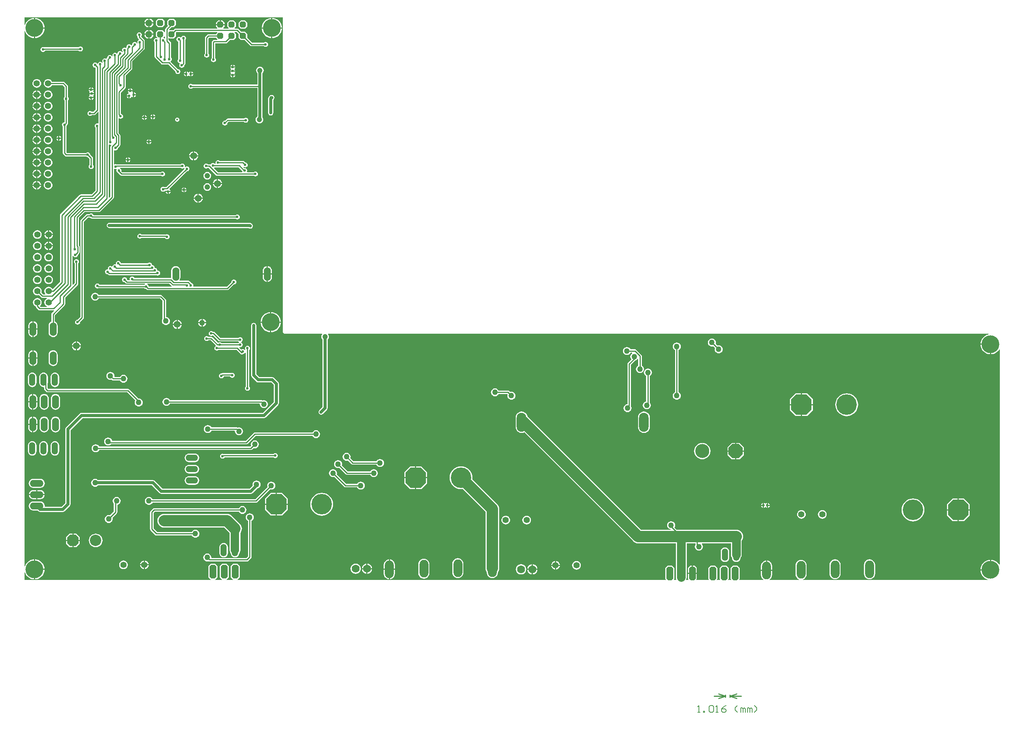
<source format=gtl>
%FSLAX25Y25*%
%MOIN*%
G70*
G01*
G75*
G04 Layer_Physical_Order=1*
G04 Layer_Color=255*
%ADD10C,0.01000*%
%ADD11C,0.10000*%
%ADD12C,0.07480*%
%ADD13C,0.07500*%
%ADD14C,0.02500*%
%ADD15C,0.00600*%
%ADD16C,0.05600*%
%ADD17O,0.05400X0.10800*%
G04:AMPARAMS|DCode=18|XSize=181mil|YSize=181mil|CornerRadius=0mil|HoleSize=0mil|Usage=FLASHONLY|Rotation=180.000|XOffset=0mil|YOffset=0mil|HoleType=Round|Shape=Octagon|*
%AMOCTAGOND18*
4,1,8,-0.09050,0.04525,-0.09050,-0.04525,-0.04525,-0.09050,0.04525,-0.09050,0.09050,-0.04525,0.09050,0.04525,0.04525,0.09050,-0.04525,0.09050,-0.09050,0.04525,0.0*
%
%ADD18OCTAGOND18*%

%ADD19C,0.18100*%
%ADD20O,0.08400X0.16800*%
G04:AMPARAMS|DCode=21|XSize=59.06mil|YSize=118.11mil|CornerRadius=0mil|HoleSize=0mil|Usage=FLASHONLY|Rotation=0.000|XOffset=0mil|YOffset=0mil|HoleType=Round|Shape=Octagon|*
%AMOCTAGOND21*
4,1,8,-0.01476,0.05906,0.01476,0.05906,0.02953,0.04429,0.02953,-0.04429,0.01476,-0.05906,-0.01476,-0.05906,-0.02953,-0.04429,-0.02953,0.04429,-0.01476,0.05906,0.0*
%
%ADD21OCTAGOND21*%

%ADD22O,0.12000X0.06000*%
%ADD23O,0.06000X0.12000*%
%ADD24O,0.07800X0.15600*%
%ADD25C,0.04800*%
G04:AMPARAMS|DCode=26|XSize=124mil|YSize=124mil|CornerRadius=0mil|HoleSize=0mil|Usage=FLASHONLY|Rotation=0.000|XOffset=0mil|YOffset=0mil|HoleType=Round|Shape=Octagon|*
%AMOCTAGOND26*
4,1,8,0.06200,-0.03100,0.06200,0.03100,0.03100,0.06200,-0.03100,0.06200,-0.06200,0.03100,-0.06200,-0.03100,-0.03100,-0.06200,0.03100,-0.06200,0.06200,-0.03100,0.0*
%
%ADD26OCTAGOND26*%

%ADD27C,0.12400*%
%ADD28C,0.07000*%
%ADD29C,0.06000*%
%ADD30O,0.10800X0.05400*%
G04:AMPARAMS|DCode=31|XSize=54mil|YSize=54mil|CornerRadius=0mil|HoleSize=0mil|Usage=FLASHONLY|Rotation=180.000|XOffset=0mil|YOffset=0mil|HoleType=Round|Shape=Octagon|*
%AMOCTAGOND31*
4,1,8,-0.02700,0.01350,-0.02700,-0.01350,-0.01350,-0.02700,0.01350,-0.02700,0.02700,-0.01350,0.02700,0.01350,0.01350,0.02700,-0.01350,0.02700,-0.02700,0.01350,0.0*
%
%ADD31OCTAGOND31*%

G04:AMPARAMS|DCode=32|XSize=100mil|YSize=100mil|CornerRadius=0mil|HoleSize=0mil|Usage=FLASHONLY|Rotation=180.000|XOffset=0mil|YOffset=0mil|HoleType=Round|Shape=Octagon|*
%AMOCTAGOND32*
4,1,8,-0.05000,0.02500,-0.05000,-0.02500,-0.02500,-0.05000,0.02500,-0.05000,0.05000,-0.02500,0.05000,0.02500,0.02500,0.05000,-0.02500,0.05000,-0.05000,0.02500,0.0*
%
%ADD32OCTAGOND32*%

%ADD33C,0.10000*%
%ADD34C,0.02362*%
%ADD35C,0.05000*%
%ADD36C,0.04724*%
%ADD37C,0.15748*%
%ADD38C,0.01575*%
G36*
X231093Y499248D02*
X231095Y499235D01*
Y222222D01*
X231212Y221637D01*
X231543Y221141D01*
X232011Y220673D01*
X232507Y220341D01*
X232605Y220322D01*
X233093Y220225D01*
X265745D01*
X265969Y219725D01*
X265563Y219196D01*
X265224Y218378D01*
X265109Y217500D01*
X265224Y216622D01*
X265563Y215804D01*
X266102Y215102D01*
X266206Y215022D01*
Y155450D01*
X263378Y152622D01*
X262880Y151878D01*
X262706Y151000D01*
X262880Y150122D01*
X263378Y149378D01*
X264122Y148881D01*
X265000Y148706D01*
X265878Y148881D01*
X266622Y149378D01*
X270122Y152878D01*
X270620Y153622D01*
X270794Y154500D01*
Y215022D01*
X270898Y215102D01*
X271437Y215804D01*
X271776Y216622D01*
X271891Y217500D01*
X271776Y218378D01*
X271437Y219196D01*
X271031Y219725D01*
X271255Y220225D01*
X854177D01*
X854260Y219746D01*
X852588Y219238D01*
X851046Y218414D01*
X849695Y217305D01*
X848586Y215954D01*
X847762Y214412D01*
X847254Y212740D01*
X847132Y211500D01*
X856000D01*
Y211000D01*
X856500D01*
Y202132D01*
X857740Y202254D01*
X859412Y202762D01*
X860954Y203586D01*
X862305Y204695D01*
X863414Y206046D01*
X863586Y206367D01*
X864071Y206245D01*
Y16255D01*
X863586Y16133D01*
X863414Y16454D01*
X862305Y17805D01*
X860954Y18914D01*
X859412Y19738D01*
X857740Y20246D01*
X856500Y20368D01*
Y11500D01*
X856000D01*
Y11000D01*
X847132D01*
X847254Y9760D01*
X847762Y8088D01*
X848586Y6546D01*
X849695Y5195D01*
X851046Y4086D01*
X852588Y3262D01*
X853354Y3029D01*
X853280Y2529D01*
X690569D01*
X690470Y3029D01*
X691171Y3320D01*
X692195Y4105D01*
X692980Y5129D01*
X693474Y6321D01*
X693642Y7600D01*
Y15400D01*
X693474Y16679D01*
X692980Y17871D01*
X692195Y18895D01*
X691171Y19680D01*
X689979Y20174D01*
X688700Y20342D01*
X687421Y20174D01*
X686229Y19680D01*
X685205Y18895D01*
X684420Y17871D01*
X683926Y16679D01*
X683758Y15400D01*
Y7600D01*
X683926Y6321D01*
X684420Y5129D01*
X685205Y4105D01*
X686229Y3320D01*
X686930Y3029D01*
X686831Y2529D01*
X661114D01*
X660944Y3029D01*
X661695Y3605D01*
X662480Y4629D01*
X662974Y5821D01*
X663142Y7100D01*
Y10500D01*
X653258D01*
Y7100D01*
X653426Y5821D01*
X653920Y4629D01*
X654705Y3605D01*
X655456Y3029D01*
X655286Y2529D01*
X634246D01*
X634055Y2991D01*
X634535Y3471D01*
Y13329D01*
X632558Y15305D01*
X628606D01*
X626629Y13329D01*
Y3471D01*
X627109Y2991D01*
X626917Y2529D01*
X624446D01*
X624255Y2991D01*
X624735Y3471D01*
Y13329D01*
X622758Y15305D01*
X618806D01*
X616829Y13329D01*
Y3471D01*
X617309Y2991D01*
X617117Y2529D01*
X614428D01*
X614237Y2991D01*
X614716Y3471D01*
Y13329D01*
X612740Y15305D01*
X608787D01*
X606811Y13329D01*
Y3471D01*
X607291Y2991D01*
X607099Y2529D01*
X596364D01*
X596173Y2991D01*
X596653Y3471D01*
Y7900D01*
X588747D01*
Y3471D01*
X589227Y2991D01*
X589036Y2529D01*
X587509D01*
X587232Y2945D01*
X587528Y3660D01*
X587691Y4900D01*
Y34971D01*
X595471D01*
Y33801D01*
X595443Y33765D01*
X595090Y32914D01*
X594970Y32000D01*
X595090Y31086D01*
X595443Y30235D01*
X596004Y29504D01*
X596735Y28943D01*
X597586Y28590D01*
X598500Y28470D01*
X599414Y28590D01*
X600265Y28943D01*
X600996Y29504D01*
X601557Y30235D01*
X601910Y31086D01*
X602030Y32000D01*
X601910Y32914D01*
X601557Y33765D01*
X601016Y34471D01*
X601044Y34643D01*
X601155Y34971D01*
X626709D01*
Y25000D01*
X626872Y23760D01*
X627351Y22604D01*
X627806Y22011D01*
X627895Y21334D01*
X628268Y20434D01*
X628861Y19661D01*
X629634Y19068D01*
X630534Y18695D01*
X631500Y18568D01*
X632466Y18695D01*
X633366Y19068D01*
X634139Y19661D01*
X634732Y20434D01*
X635105Y21334D01*
X635194Y22011D01*
X635649Y22604D01*
X636128Y23760D01*
X636291Y25000D01*
Y37380D01*
X636513Y37650D01*
X637070Y38693D01*
X637413Y39824D01*
X637529Y41000D01*
X637413Y42176D01*
X637070Y43307D01*
X636513Y44350D01*
X635763Y45263D01*
X634850Y46013D01*
X633807Y46570D01*
X632676Y46913D01*
X631500Y47029D01*
X578934D01*
X576914Y49049D01*
X577057Y49235D01*
X577410Y50086D01*
X577530Y51000D01*
X577410Y51914D01*
X577057Y52765D01*
X576496Y53496D01*
X575765Y54057D01*
X574914Y54410D01*
X574000Y54530D01*
X573086Y54410D01*
X572235Y54057D01*
X571504Y53496D01*
X570943Y52765D01*
X570590Y51914D01*
X570470Y51000D01*
X570590Y50086D01*
X570943Y49235D01*
X571504Y48504D01*
X572235Y47943D01*
X573086Y47590D01*
X573550Y47529D01*
X573517Y47029D01*
X547497D01*
X447263Y147263D01*
X447086Y147409D01*
X447066Y147557D01*
X446542Y148822D01*
X445709Y149909D01*
X444622Y150742D01*
X443358Y151266D01*
X442000Y151445D01*
X440642Y151266D01*
X439378Y150742D01*
X438291Y149909D01*
X437458Y148822D01*
X436934Y147557D01*
X436755Y146200D01*
Y137800D01*
X436934Y136442D01*
X437458Y135178D01*
X438291Y134091D01*
X439378Y133258D01*
X440642Y132734D01*
X442000Y132555D01*
X443358Y132734D01*
X444335Y133139D01*
X540737Y36737D01*
X541650Y35987D01*
X542693Y35430D01*
X543824Y35087D01*
X545000Y34971D01*
X578109D01*
Y4900D01*
X578272Y3660D01*
X578568Y2945D01*
X578291Y2529D01*
X576546D01*
X576355Y2991D01*
X576835Y3471D01*
Y13329D01*
X574858Y15305D01*
X570905D01*
X568929Y13329D01*
Y3471D01*
X569409Y2991D01*
X569217Y2529D01*
X191261D01*
Y2529D01*
X191211Y3029D01*
X193153Y4971D01*
Y14829D01*
X191176Y16805D01*
X187224D01*
X185247Y14829D01*
Y4971D01*
X187189Y3029D01*
X187139Y2529D01*
Y2529D01*
X181460D01*
Y2529D01*
X181411Y3029D01*
X183353Y4971D01*
Y14829D01*
X181376Y16805D01*
X177424D01*
X175447Y14829D01*
Y4971D01*
X177389Y3029D01*
X177339Y2529D01*
Y2529D01*
X171442D01*
Y2529D01*
X171393Y3029D01*
X173335Y4971D01*
Y14829D01*
X171358Y16805D01*
X167405D01*
X165429Y14829D01*
Y4971D01*
X167371Y3029D01*
X167321Y2529D01*
Y2529D01*
X3029D01*
Y9280D01*
X3529Y9354D01*
X3762Y8588D01*
X4586Y7046D01*
X5695Y5695D01*
X7046Y4586D01*
X8588Y3762D01*
X10260Y3254D01*
X11500Y3132D01*
Y12000D01*
Y20868D01*
X10260Y20746D01*
X8588Y20238D01*
X7046Y19414D01*
X5695Y18305D01*
X4586Y16954D01*
X3762Y15412D01*
X3529Y14646D01*
X3029Y14720D01*
Y487780D01*
X3529Y487854D01*
X3762Y487088D01*
X4586Y485546D01*
X5695Y484195D01*
X7046Y483086D01*
X8588Y482262D01*
X10260Y481754D01*
X11500Y481632D01*
Y490500D01*
Y499368D01*
X10260Y499246D01*
X8588Y498738D01*
X7046Y497914D01*
X5695Y496805D01*
X4586Y495454D01*
X3762Y493912D01*
X3529Y493146D01*
X3029Y493220D01*
Y499973D01*
X231093D01*
Y499248D01*
D02*
G37*
%LPC*%
G36*
X699050Y157000D02*
X689500D01*
Y147450D01*
X694025D01*
X699050Y152475D01*
Y157000D01*
D02*
G37*
G36*
X688500D02*
X678950D01*
Y152475D01*
X683975Y147450D01*
X688500D01*
Y157000D01*
D02*
G37*
G36*
X20500Y167034D02*
X19456Y166897D01*
X18483Y166494D01*
X17647Y165853D01*
X17006Y165017D01*
X16603Y164044D01*
X16465Y163000D01*
Y157000D01*
X16603Y155956D01*
X17006Y154983D01*
X17647Y154147D01*
X18483Y153506D01*
X19456Y153103D01*
X20500Y152965D01*
X21544Y153103D01*
X22517Y153506D01*
X23353Y154147D01*
X23994Y154983D01*
X24397Y155956D01*
X24534Y157000D01*
Y163000D01*
X24397Y164044D01*
X23994Y165017D01*
X23353Y165853D01*
X22517Y166494D01*
X21544Y166897D01*
X20500Y167034D01*
D02*
G37*
G36*
X30500D02*
X29456Y166897D01*
X28483Y166494D01*
X27647Y165853D01*
X27006Y165017D01*
X26603Y164044D01*
X26465Y163000D01*
Y157000D01*
X26603Y155956D01*
X27006Y154983D01*
X27647Y154147D01*
X28483Y153506D01*
X29456Y153103D01*
X30500Y152965D01*
X31544Y153103D01*
X32517Y153506D01*
X33353Y154147D01*
X33994Y154983D01*
X34397Y155956D01*
X34534Y157000D01*
Y163000D01*
X34397Y164044D01*
X33994Y165017D01*
X33353Y165853D01*
X32517Y166494D01*
X31544Y166897D01*
X30500Y167034D01*
D02*
G37*
G36*
X729000Y167599D02*
X727030Y167405D01*
X725135Y166830D01*
X723389Y165897D01*
X721859Y164641D01*
X720603Y163110D01*
X719670Y161365D01*
X719095Y159470D01*
X718901Y157500D01*
X719095Y155530D01*
X719670Y153635D01*
X720603Y151890D01*
X721859Y150359D01*
X723389Y149103D01*
X725135Y148170D01*
X727030Y147595D01*
X729000Y147401D01*
X730970Y147595D01*
X732865Y148170D01*
X734611Y149103D01*
X736141Y150359D01*
X737397Y151890D01*
X738330Y153635D01*
X738905Y155530D01*
X739099Y157500D01*
X738905Y159470D01*
X738330Y161365D01*
X737397Y163110D01*
X736141Y164641D01*
X734611Y165897D01*
X732865Y166830D01*
X730970Y167405D01*
X729000Y167599D01*
D02*
G37*
G36*
X14535Y139500D02*
X11000D01*
Y133031D01*
X11544Y133103D01*
X12517Y133506D01*
X13353Y134147D01*
X13994Y134983D01*
X14397Y135956D01*
X14535Y137000D01*
Y139500D01*
D02*
G37*
G36*
X10000D02*
X6465D01*
Y137000D01*
X6603Y135956D01*
X7006Y134983D01*
X7647Y134147D01*
X8483Y133506D01*
X9456Y133103D01*
X10000Y133031D01*
Y139500D01*
D02*
G37*
G36*
X11000Y146969D02*
Y140500D01*
X14535D01*
Y143000D01*
X14397Y144044D01*
X13994Y145017D01*
X13353Y145853D01*
X12517Y146494D01*
X11544Y146897D01*
X11000Y146969D01*
D02*
G37*
G36*
X10000D02*
X9456Y146897D01*
X8483Y146494D01*
X7647Y145853D01*
X7006Y145017D01*
X6603Y144044D01*
X6465Y143000D01*
Y140500D01*
X10000D01*
Y146969D01*
D02*
G37*
G36*
X694025Y167550D02*
X689500D01*
Y158000D01*
X699050D01*
Y162525D01*
X694025Y167550D01*
D02*
G37*
G36*
X688500D02*
X683975D01*
X678950Y162525D01*
Y158000D01*
X688500D01*
Y167550D01*
D02*
G37*
G36*
X10000Y166969D02*
X9456Y166897D01*
X8483Y166494D01*
X7647Y165853D01*
X7006Y165017D01*
X6603Y164044D01*
X6465Y163000D01*
Y160500D01*
X10000D01*
Y166969D01*
D02*
G37*
G36*
X418500Y172030D02*
X417586Y171910D01*
X416735Y171557D01*
X416004Y170996D01*
X415443Y170265D01*
X415090Y169414D01*
X414970Y168500D01*
X415090Y167586D01*
X415443Y166735D01*
X416004Y166004D01*
X416735Y165443D01*
X417586Y165090D01*
X418500Y164970D01*
X419414Y165090D01*
X420265Y165443D01*
X420996Y166004D01*
X421557Y166735D01*
X421655Y166971D01*
X429356D01*
X429665Y166594D01*
X429590Y166414D01*
X429470Y165500D01*
X429590Y164586D01*
X429943Y163735D01*
X430504Y163004D01*
X431235Y162443D01*
X432086Y162090D01*
X433000Y161970D01*
X433914Y162090D01*
X434765Y162443D01*
X435496Y163004D01*
X436057Y163735D01*
X436410Y164586D01*
X436530Y165500D01*
X436410Y166414D01*
X436057Y167265D01*
X435496Y167996D01*
X434765Y168557D01*
X433914Y168910D01*
X433000Y169030D01*
X432086Y168910D01*
X431851Y168812D01*
X431081Y169581D01*
X430585Y169913D01*
X430000Y170029D01*
X421655D01*
X421557Y170265D01*
X420996Y170996D01*
X420265Y171557D01*
X419414Y171910D01*
X418500Y172030D01*
D02*
G37*
G36*
X11000Y166969D02*
Y160500D01*
X14535D01*
Y163000D01*
X14397Y164044D01*
X13994Y165017D01*
X13353Y165853D01*
X12517Y166494D01*
X11544Y166897D01*
X11000Y166969D01*
D02*
G37*
G36*
X14535Y159500D02*
X11000D01*
Y153031D01*
X11544Y153103D01*
X12517Y153506D01*
X13353Y154147D01*
X13994Y154983D01*
X14397Y155956D01*
X14535Y157000D01*
Y159500D01*
D02*
G37*
G36*
X10000D02*
X6465D01*
Y157000D01*
X6603Y155956D01*
X7006Y154983D01*
X7647Y154147D01*
X8483Y153506D01*
X9456Y153103D01*
X10000Y153031D01*
Y159500D01*
D02*
G37*
G36*
X553500Y189530D02*
X552586Y189410D01*
X551735Y189057D01*
X551004Y188496D01*
X550443Y187765D01*
X550090Y186914D01*
X549970Y186000D01*
X550090Y185086D01*
X550443Y184235D01*
X551004Y183504D01*
X551735Y182943D01*
X551971Y182845D01*
Y160460D01*
X551586Y160410D01*
X550735Y160057D01*
X550004Y159496D01*
X549443Y158765D01*
X549090Y157914D01*
X548970Y157000D01*
X549090Y156086D01*
X549443Y155235D01*
X550004Y154504D01*
X550735Y153943D01*
X551586Y153590D01*
X552500Y153470D01*
X553414Y153590D01*
X554265Y153943D01*
X554996Y154504D01*
X555557Y155235D01*
X555910Y156086D01*
X556030Y157000D01*
X555910Y157914D01*
X555557Y158765D01*
X555029Y159453D01*
Y182845D01*
X555265Y182943D01*
X555996Y183504D01*
X556557Y184235D01*
X556910Y185086D01*
X557030Y186000D01*
X556910Y186914D01*
X556557Y187765D01*
X555996Y188496D01*
X555265Y189057D01*
X554414Y189410D01*
X553500Y189530D01*
D02*
G37*
G36*
X20000Y185932D02*
X19034Y185805D01*
X18134Y185432D01*
X17361Y184839D01*
X16768Y184066D01*
X16395Y183166D01*
X16268Y182200D01*
Y176800D01*
X16395Y175834D01*
X16768Y174934D01*
X17361Y174161D01*
X18134Y173568D01*
X19034Y173195D01*
X20000Y173068D01*
X20095Y173081D01*
X20471Y172751D01*
Y171500D01*
X20587Y170915D01*
X20919Y170419D01*
X22419Y168919D01*
X22915Y168587D01*
X23500Y168471D01*
X93866D01*
X100999Y161338D01*
X100943Y161265D01*
X100590Y160414D01*
X100470Y159500D01*
X100590Y158586D01*
X100943Y157735D01*
X101504Y157004D01*
X102235Y156443D01*
X103086Y156090D01*
X104000Y155970D01*
X104914Y156090D01*
X105765Y156443D01*
X106496Y157004D01*
X107057Y157735D01*
X107410Y158586D01*
X107530Y159500D01*
X107410Y160414D01*
X107057Y161265D01*
X106496Y161996D01*
X105765Y162557D01*
X104914Y162910D01*
X104000Y163030D01*
X103675Y162987D01*
X95581Y171081D01*
X95085Y171413D01*
X94500Y171529D01*
X24134D01*
X23529Y172134D01*
Y175652D01*
X23605Y175834D01*
X23732Y176800D01*
Y182200D01*
X23605Y183166D01*
X23232Y184066D01*
X22639Y184839D01*
X21866Y185432D01*
X20966Y185805D01*
X20000Y185932D01*
D02*
G37*
G36*
X128500Y163530D02*
X127586Y163410D01*
X126735Y163057D01*
X126004Y162496D01*
X125443Y161765D01*
X125090Y160914D01*
X124970Y160000D01*
X125090Y159086D01*
X125443Y158235D01*
X126004Y157504D01*
X126735Y156943D01*
X127586Y156590D01*
X128500Y156470D01*
X129414Y156590D01*
X130265Y156943D01*
X130996Y157504D01*
X131557Y158235D01*
X131655Y158471D01*
X210653D01*
X210982Y158095D01*
X210970Y158000D01*
X211090Y157086D01*
X211443Y156235D01*
X212004Y155504D01*
X212735Y154943D01*
X213586Y154590D01*
X214500Y154470D01*
X215414Y154590D01*
X216265Y154943D01*
X216996Y155504D01*
X217557Y156235D01*
X217910Y157086D01*
X218030Y158000D01*
X217910Y158914D01*
X217557Y159765D01*
X216996Y160496D01*
X216265Y161057D01*
X215414Y161410D01*
X214500Y161530D01*
X213586Y161410D01*
X213280Y161283D01*
X213085Y161413D01*
X212500Y161529D01*
X131655D01*
X131557Y161765D01*
X130996Y162496D01*
X130265Y163057D01*
X129414Y163410D01*
X128500Y163530D01*
D02*
G37*
G36*
X30500Y147035D02*
X29456Y146897D01*
X28483Y146494D01*
X27647Y145853D01*
X27006Y145017D01*
X26603Y144044D01*
X26465Y143000D01*
Y137000D01*
X26603Y135956D01*
X27006Y134983D01*
X27647Y134147D01*
X28483Y133506D01*
X29456Y133103D01*
X30500Y132966D01*
X31544Y133103D01*
X32517Y133506D01*
X33353Y134147D01*
X33994Y134983D01*
X34397Y135956D01*
X34534Y137000D01*
Y143000D01*
X34397Y144044D01*
X33994Y145017D01*
X33353Y145853D01*
X32517Y146494D01*
X31544Y146897D01*
X30500Y147035D01*
D02*
G37*
G36*
X630500Y116000D02*
X623800D01*
Y112900D01*
X627400Y109300D01*
X630500D01*
Y116000D01*
D02*
G37*
G36*
X601500Y123735D02*
X600089Y123596D01*
X598731Y123184D01*
X597480Y122516D01*
X596384Y121616D01*
X595484Y120519D01*
X594816Y119269D01*
X594404Y117911D01*
X594265Y116500D01*
X594404Y115089D01*
X594816Y113731D01*
X595484Y112480D01*
X596384Y111384D01*
X597480Y110484D01*
X598731Y109816D01*
X600089Y109404D01*
X601500Y109265D01*
X602911Y109404D01*
X604269Y109816D01*
X605519Y110484D01*
X606616Y111384D01*
X607515Y112480D01*
X608184Y113731D01*
X608596Y115089D01*
X608735Y116500D01*
X608596Y117911D01*
X608184Y119269D01*
X607515Y120519D01*
X606616Y121616D01*
X605519Y122516D01*
X604269Y123184D01*
X602911Y123596D01*
X601500Y123735D01*
D02*
G37*
G36*
X10000Y125432D02*
X9034Y125305D01*
X8134Y124932D01*
X7361Y124339D01*
X6768Y123566D01*
X6395Y122666D01*
X6268Y121700D01*
Y116300D01*
X6395Y115334D01*
X6768Y114434D01*
X7361Y113661D01*
X8134Y113068D01*
X9034Y112695D01*
X10000Y112568D01*
X10966Y112695D01*
X11866Y113068D01*
X12639Y113661D01*
X13232Y114434D01*
X13605Y115334D01*
X13732Y116300D01*
Y121700D01*
X13605Y122666D01*
X13232Y123566D01*
X12639Y124339D01*
X11866Y124932D01*
X10966Y125305D01*
X10000Y125432D01*
D02*
G37*
G36*
X638200Y116000D02*
X631500D01*
Y109300D01*
X634600D01*
X638200Y112900D01*
Y116000D01*
D02*
G37*
G36*
X153700Y114232D02*
X148300D01*
X147334Y114105D01*
X146434Y113732D01*
X145661Y113139D01*
X145068Y112366D01*
X144695Y111466D01*
X144568Y110500D01*
X144695Y109534D01*
X145068Y108634D01*
X145661Y107861D01*
X146434Y107268D01*
X147334Y106895D01*
X148300Y106768D01*
X153700D01*
X154666Y106895D01*
X155566Y107268D01*
X156339Y107861D01*
X156932Y108634D01*
X157305Y109534D01*
X157432Y110500D01*
X157305Y111466D01*
X156932Y112366D01*
X156339Y113139D01*
X155566Y113732D01*
X154666Y114105D01*
X153700Y114232D01*
D02*
G37*
G36*
X353525Y103050D02*
X349000D01*
Y93500D01*
X358550D01*
Y98025D01*
X353525Y103050D01*
D02*
G37*
G36*
X348000D02*
X343475D01*
X338450Y98025D01*
Y93500D01*
X348000D01*
Y103050D01*
D02*
G37*
G36*
X287500Y115030D02*
X286586Y114910D01*
X285735Y114557D01*
X285004Y113996D01*
X284443Y113265D01*
X284090Y112414D01*
X283970Y111500D01*
X284090Y110586D01*
X284443Y109735D01*
X285004Y109004D01*
X285735Y108443D01*
X286586Y108090D01*
X287500Y107970D01*
X288414Y108090D01*
X288649Y108188D01*
X291919Y104919D01*
X292415Y104587D01*
X292512Y104568D01*
X293000Y104471D01*
X313845D01*
X313943Y104235D01*
X314504Y103504D01*
X315235Y102943D01*
X316086Y102590D01*
X317000Y102470D01*
X317914Y102590D01*
X318765Y102943D01*
X319496Y103504D01*
X320057Y104235D01*
X320410Y105086D01*
X320530Y106000D01*
X320410Y106914D01*
X320057Y107765D01*
X319496Y108496D01*
X318765Y109057D01*
X317914Y109410D01*
X317000Y109530D01*
X316086Y109410D01*
X315235Y109057D01*
X314504Y108496D01*
X313943Y107765D01*
X313845Y107529D01*
X293634D01*
X290812Y110351D01*
X290910Y110586D01*
X291030Y111500D01*
X290910Y112414D01*
X290557Y113265D01*
X289996Y113996D01*
X289265Y114557D01*
X288414Y114910D01*
X287500Y115030D01*
D02*
G37*
G36*
X153700Y104232D02*
X148300D01*
X147334Y104105D01*
X146434Y103732D01*
X145661Y103139D01*
X145068Y102366D01*
X144695Y101466D01*
X144568Y100500D01*
X144695Y99534D01*
X145068Y98634D01*
X145661Y97861D01*
X146434Y97268D01*
X147334Y96895D01*
X148300Y96768D01*
X153700D01*
X154666Y96895D01*
X155566Y97268D01*
X156339Y97861D01*
X156932Y98634D01*
X157305Y99534D01*
X157432Y100500D01*
X157305Y101466D01*
X156932Y102366D01*
X156339Y103139D01*
X155566Y103732D01*
X154666Y104105D01*
X153700Y104232D01*
D02*
G37*
G36*
X20000Y125432D02*
X19034Y125305D01*
X18134Y124932D01*
X17361Y124339D01*
X16768Y123566D01*
X16395Y122666D01*
X16268Y121700D01*
Y116300D01*
X16395Y115334D01*
X16768Y114434D01*
X17361Y113661D01*
X18134Y113068D01*
X19034Y112695D01*
X20000Y112568D01*
X20966Y112695D01*
X21866Y113068D01*
X22639Y113661D01*
X23232Y114434D01*
X23605Y115334D01*
X23732Y116300D01*
Y121700D01*
X23605Y122666D01*
X23232Y123566D01*
X22639Y124339D01*
X21866Y124932D01*
X20966Y125305D01*
X20000Y125432D01*
D02*
G37*
G36*
X165000Y139530D02*
X164086Y139410D01*
X163235Y139057D01*
X162504Y138496D01*
X161943Y137765D01*
X161590Y136914D01*
X161470Y136000D01*
X161590Y135086D01*
X161943Y134235D01*
X162504Y133504D01*
X163235Y132943D01*
X164086Y132590D01*
X165000Y132470D01*
X165914Y132590D01*
X166765Y132943D01*
X167496Y133504D01*
X168057Y134235D01*
X168155Y134471D01*
X188653D01*
X188982Y134095D01*
X188970Y134000D01*
X189090Y133086D01*
X189443Y132235D01*
X190004Y131504D01*
X190735Y130943D01*
X191586Y130590D01*
X192500Y130470D01*
X193414Y130590D01*
X194265Y130943D01*
X194996Y131504D01*
X195557Y132235D01*
X195910Y133086D01*
X196030Y134000D01*
X195910Y134914D01*
X195557Y135765D01*
X194996Y136496D01*
X194265Y137057D01*
X193414Y137410D01*
X192500Y137530D01*
X191586Y137410D01*
X191280Y137283D01*
X191085Y137413D01*
X190500Y137529D01*
X168155D01*
X168057Y137765D01*
X167496Y138496D01*
X166765Y139057D01*
X165914Y139410D01*
X165000Y139530D01*
D02*
G37*
G36*
X260500Y135030D02*
X259586Y134910D01*
X258735Y134557D01*
X258004Y133996D01*
X257443Y133265D01*
X257345Y133029D01*
X206500D01*
X205915Y132913D01*
X205419Y132581D01*
X198366Y125529D01*
X80461D01*
X80410Y125914D01*
X80057Y126765D01*
X79496Y127496D01*
X78765Y128057D01*
X77914Y128410D01*
X77000Y128530D01*
X76086Y128410D01*
X75235Y128057D01*
X74504Y127496D01*
X73943Y126765D01*
X73590Y125914D01*
X73470Y125000D01*
X73590Y124086D01*
X73943Y123235D01*
X74504Y122504D01*
X75235Y121943D01*
X76086Y121590D01*
X77000Y121470D01*
X77914Y121590D01*
X78765Y121943D01*
X79453Y122471D01*
X199000D01*
X199585Y122587D01*
X200081Y122919D01*
X207134Y129971D01*
X257345D01*
X257443Y129735D01*
X258004Y129004D01*
X258735Y128443D01*
X259586Y128090D01*
X260500Y127970D01*
X261414Y128090D01*
X262265Y128443D01*
X262996Y129004D01*
X263557Y129735D01*
X263910Y130586D01*
X264030Y131500D01*
X263910Y132414D01*
X263557Y133265D01*
X262996Y133996D01*
X262265Y134557D01*
X261414Y134910D01*
X260500Y135030D01*
D02*
G37*
G36*
X20500Y147035D02*
X19456Y146897D01*
X18483Y146494D01*
X17647Y145853D01*
X17006Y145017D01*
X16603Y144044D01*
X16465Y143000D01*
Y137000D01*
X16603Y135956D01*
X17006Y134983D01*
X17647Y134147D01*
X18483Y133506D01*
X19456Y133103D01*
X20500Y132966D01*
X21544Y133103D01*
X22517Y133506D01*
X23353Y134147D01*
X23994Y134983D01*
X24397Y135956D01*
X24534Y137000D01*
Y143000D01*
X24397Y144044D01*
X23994Y145017D01*
X23353Y145853D01*
X22517Y146494D01*
X21544Y146897D01*
X20500Y147035D01*
D02*
G37*
G36*
X550000Y151445D02*
X548642Y151266D01*
X547378Y150742D01*
X546291Y149909D01*
X545458Y148822D01*
X544934Y147557D01*
X544755Y146200D01*
Y137800D01*
X544934Y136442D01*
X545458Y135178D01*
X546291Y134091D01*
X547378Y133258D01*
X548642Y132734D01*
X550000Y132555D01*
X551358Y132734D01*
X552622Y133258D01*
X553709Y134091D01*
X554542Y135178D01*
X555066Y136442D01*
X555245Y137800D01*
Y146200D01*
X555066Y147557D01*
X554542Y148822D01*
X553709Y149909D01*
X552622Y150742D01*
X551358Y151266D01*
X550000Y151445D01*
D02*
G37*
G36*
X206500Y126030D02*
X205586Y125910D01*
X204735Y125557D01*
X204004Y124996D01*
X203443Y124265D01*
X203090Y123414D01*
X202970Y122500D01*
X203090Y121586D01*
X203188Y121351D01*
X202366Y120529D01*
X69155D01*
X69057Y120765D01*
X68496Y121496D01*
X67765Y122057D01*
X66914Y122410D01*
X66000Y122530D01*
X65086Y122410D01*
X64235Y122057D01*
X63504Y121496D01*
X62943Y120765D01*
X62590Y119914D01*
X62470Y119000D01*
X62590Y118086D01*
X62943Y117235D01*
X63504Y116504D01*
X64235Y115943D01*
X65086Y115590D01*
X66000Y115470D01*
X66914Y115590D01*
X67765Y115943D01*
X68496Y116504D01*
X69057Y117235D01*
X69155Y117471D01*
X203000D01*
X203585Y117587D01*
X204081Y117919D01*
X205351Y119188D01*
X205586Y119090D01*
X206500Y118970D01*
X207414Y119090D01*
X208265Y119443D01*
X208996Y120004D01*
X209557Y120735D01*
X209910Y121586D01*
X210030Y122500D01*
X209910Y123414D01*
X209557Y124265D01*
X208996Y124996D01*
X208265Y125557D01*
X207414Y125910D01*
X206500Y126030D01*
D02*
G37*
G36*
X224500Y114724D02*
X223649Y114555D01*
X222927Y114073D01*
X222899Y114029D01*
X178889D01*
X178851Y114055D01*
X178000Y114224D01*
X177149Y114055D01*
X176427Y113573D01*
X175945Y112851D01*
X175776Y112000D01*
X175945Y111149D01*
X176427Y110427D01*
X177149Y109945D01*
X178000Y109776D01*
X178851Y109945D01*
X179572Y110427D01*
X179935Y110971D01*
X222899D01*
X222927Y110927D01*
X223649Y110445D01*
X224500Y110276D01*
X225351Y110445D01*
X226073Y110927D01*
X226555Y111649D01*
X226724Y112500D01*
X226555Y113351D01*
X226073Y114073D01*
X225351Y114555D01*
X224500Y114724D01*
D02*
G37*
G36*
X30000Y125432D02*
X29034Y125305D01*
X28134Y124932D01*
X27361Y124339D01*
X26768Y123566D01*
X26395Y122666D01*
X26268Y121700D01*
Y116300D01*
X26395Y115334D01*
X26768Y114434D01*
X27361Y113661D01*
X28134Y113068D01*
X29034Y112695D01*
X30000Y112568D01*
X30966Y112695D01*
X31866Y113068D01*
X32639Y113661D01*
X33232Y114434D01*
X33605Y115334D01*
X33732Y116300D01*
Y121700D01*
X33605Y122666D01*
X33232Y123566D01*
X32639Y124339D01*
X31866Y124932D01*
X30966Y125305D01*
X30000Y125432D01*
D02*
G37*
G36*
X634600Y123700D02*
X631500D01*
Y117000D01*
X638200D01*
Y120100D01*
X634600Y123700D01*
D02*
G37*
G36*
X630500D02*
X627400D01*
X623800Y120100D01*
Y117000D01*
X630500D01*
Y123700D01*
D02*
G37*
G36*
X579000Y212530D02*
X578086Y212410D01*
X577235Y212057D01*
X576504Y211496D01*
X575943Y210765D01*
X575590Y209914D01*
X575470Y209000D01*
X575590Y208086D01*
X575943Y207235D01*
X576504Y206504D01*
X577235Y205943D01*
X577471Y205845D01*
Y168655D01*
X577235Y168557D01*
X576504Y167996D01*
X575943Y167265D01*
X575590Y166414D01*
X575470Y165500D01*
X575590Y164586D01*
X575943Y163735D01*
X576504Y163004D01*
X577235Y162443D01*
X578086Y162090D01*
X579000Y161970D01*
X579914Y162090D01*
X580765Y162443D01*
X581496Y163004D01*
X582057Y163735D01*
X582410Y164586D01*
X582530Y165500D01*
X582410Y166414D01*
X582057Y167265D01*
X581496Y167996D01*
X580765Y168557D01*
X580529Y168655D01*
Y205845D01*
X580765Y205943D01*
X581496Y206504D01*
X582057Y207235D01*
X582410Y208086D01*
X582530Y209000D01*
X582410Y209914D01*
X582057Y210765D01*
X581496Y211496D01*
X580765Y212057D01*
X579914Y212410D01*
X579000Y212530D01*
D02*
G37*
G36*
X163464Y229500D02*
X160500D01*
Y226536D01*
X160914Y226590D01*
X161765Y226943D01*
X162496Y227504D01*
X163057Y228235D01*
X163410Y229086D01*
X163464Y229500D01*
D02*
G37*
G36*
X159500D02*
X156536D01*
X156590Y229086D01*
X156943Y228235D01*
X157504Y227504D01*
X158235Y226943D01*
X159086Y226590D01*
X159500Y226536D01*
Y229500D01*
D02*
G37*
G36*
X137500Y232469D02*
X136956Y232397D01*
X135983Y231994D01*
X135147Y231353D01*
X134506Y230517D01*
X134103Y229544D01*
X134031Y229000D01*
X137500D01*
Y232469D01*
D02*
G37*
G36*
X65500Y256530D02*
X64586Y256410D01*
X63735Y256057D01*
X63004Y255496D01*
X62443Y254765D01*
X62090Y253914D01*
X61970Y253000D01*
X62090Y252086D01*
X62443Y251235D01*
X63004Y250504D01*
X63735Y249943D01*
X64586Y249590D01*
X65500Y249470D01*
X66414Y249590D01*
X67265Y249943D01*
X67996Y250504D01*
X68557Y251235D01*
X68655Y251471D01*
X122866D01*
X124971Y249366D01*
Y233301D01*
X124943Y233265D01*
X124590Y232414D01*
X124470Y231500D01*
X124590Y230586D01*
X124943Y229735D01*
X125504Y229004D01*
X126235Y228443D01*
X127086Y228090D01*
X128000Y227970D01*
X128914Y228090D01*
X129765Y228443D01*
X130496Y229004D01*
X131057Y229735D01*
X131410Y230586D01*
X131530Y231500D01*
X131410Y232414D01*
X131057Y233265D01*
X130496Y233996D01*
X129765Y234557D01*
X128914Y234910D01*
X128029Y235026D01*
Y250000D01*
X127913Y250585D01*
X127581Y251081D01*
X124581Y254081D01*
X124085Y254413D01*
X123500Y254529D01*
X68655D01*
X68557Y254765D01*
X67996Y255496D01*
X67265Y256057D01*
X66414Y256410D01*
X65500Y256530D01*
D02*
G37*
G36*
X11100Y231269D02*
Y224800D01*
X14635D01*
Y227300D01*
X14497Y228344D01*
X14094Y229317D01*
X13453Y230153D01*
X12617Y230794D01*
X11644Y231197D01*
X11100Y231269D01*
D02*
G37*
G36*
X137500Y228000D02*
X134031D01*
X134103Y227456D01*
X134506Y226483D01*
X135147Y225647D01*
X135983Y225006D01*
X136956Y224603D01*
X137500Y224531D01*
Y228000D01*
D02*
G37*
G36*
X229368Y230000D02*
X221000D01*
Y221632D01*
X222240Y221754D01*
X223912Y222262D01*
X225454Y223086D01*
X226805Y224195D01*
X227914Y225546D01*
X228738Y227088D01*
X229246Y228760D01*
X229368Y230000D01*
D02*
G37*
G36*
X10100Y231269D02*
X9556Y231197D01*
X8583Y230794D01*
X7747Y230153D01*
X7106Y229317D01*
X6703Y228344D01*
X6566Y227300D01*
Y224800D01*
X10100D01*
Y231269D01*
D02*
G37*
G36*
X141969Y228000D02*
X138500D01*
Y224531D01*
X139044Y224603D01*
X140017Y225006D01*
X140853Y225647D01*
X141494Y226483D01*
X141897Y227456D01*
X141969Y228000D01*
D02*
G37*
G36*
X138500Y232469D02*
Y229000D01*
X141969D01*
X141897Y229544D01*
X141494Y230517D01*
X140853Y231353D01*
X140017Y231994D01*
X139044Y232397D01*
X138500Y232469D01*
D02*
G37*
G36*
X217000Y272500D02*
X213465D01*
Y270000D01*
X213603Y268956D01*
X214006Y267983D01*
X214647Y267147D01*
X215483Y266506D01*
X216456Y266103D01*
X217000Y266031D01*
Y272500D01*
D02*
G37*
G36*
X24500Y271833D02*
X23508Y271702D01*
X22584Y271319D01*
X21790Y270710D01*
X21181Y269916D01*
X20798Y268992D01*
X20667Y268000D01*
X20798Y267008D01*
X21181Y266084D01*
X21790Y265290D01*
X22584Y264681D01*
X23508Y264298D01*
X24500Y264167D01*
X25492Y264298D01*
X26416Y264681D01*
X27210Y265290D01*
X27819Y266084D01*
X28202Y267008D01*
X28333Y268000D01*
X28202Y268992D01*
X27819Y269916D01*
X27210Y270710D01*
X26416Y271319D01*
X25492Y271702D01*
X24500Y271833D01*
D02*
G37*
G36*
X136700Y280034D02*
X135656Y279897D01*
X134683Y279494D01*
X133847Y278853D01*
X133206Y278017D01*
X132803Y277044D01*
X132666Y276000D01*
Y270000D01*
X132680Y269887D01*
X132223Y269529D01*
X100236D01*
X100236Y269532D01*
X99754Y270254D01*
X99032Y270736D01*
X98181Y270905D01*
X97330Y270736D01*
X96609Y270254D01*
X96127Y269532D01*
X95957Y268681D01*
X96087Y268029D01*
X95772Y267529D01*
X94134D01*
X93714Y267949D01*
X93724Y268000D01*
X93555Y268851D01*
X93072Y269572D01*
X92351Y270055D01*
X91500Y270224D01*
X90649Y270055D01*
X89928Y269572D01*
X89446Y268851D01*
X89276Y268000D01*
X89446Y267149D01*
X89928Y266427D01*
X90649Y265945D01*
X91500Y265776D01*
X91551Y265786D01*
X92419Y264919D01*
X92915Y264587D01*
X93500Y264471D01*
X109373D01*
X109523Y263971D01*
X108928Y263573D01*
X108899Y263529D01*
X69435D01*
X69073Y264072D01*
X68351Y264555D01*
X67500Y264724D01*
X66649Y264555D01*
X65927Y264072D01*
X65446Y263351D01*
X65276Y262500D01*
X65446Y261649D01*
X65927Y260928D01*
X66649Y260445D01*
X67500Y260276D01*
X68351Y260445D01*
X68389Y260471D01*
X108899D01*
X108928Y260427D01*
X109649Y259945D01*
X110500Y259776D01*
X110551Y259786D01*
X111100Y259238D01*
X111596Y258906D01*
X112181Y258789D01*
X182319D01*
X182904Y258906D01*
X183400Y259238D01*
X187949Y263786D01*
X188000Y263776D01*
X188851Y263945D01*
X189573Y264427D01*
X190055Y265149D01*
X190224Y266000D01*
X190055Y266851D01*
X189573Y267572D01*
X188851Y268055D01*
X188000Y268224D01*
X187149Y268055D01*
X186427Y267572D01*
X185945Y266851D01*
X185776Y266000D01*
X185786Y265949D01*
X181685Y261848D01*
X152409D01*
X152094Y262348D01*
X152224Y263000D01*
X152055Y263851D01*
X151573Y264573D01*
X150851Y265055D01*
X150460Y265132D01*
X148830Y266763D01*
X148334Y267094D01*
X147748Y267211D01*
X140167D01*
X139945Y267659D01*
X140194Y267983D01*
X140597Y268956D01*
X140735Y270000D01*
Y276000D01*
X140597Y277044D01*
X140194Y278017D01*
X139553Y278853D01*
X138717Y279494D01*
X137744Y279897D01*
X136700Y280034D01*
D02*
G37*
G36*
X221534Y272500D02*
X218000D01*
Y266031D01*
X218544Y266103D01*
X219517Y266506D01*
X220353Y267147D01*
X220994Y267983D01*
X221397Y268956D01*
X221534Y270000D01*
Y272500D01*
D02*
G37*
G36*
X14500Y271833D02*
X13508Y271702D01*
X12584Y271319D01*
X11790Y270710D01*
X11181Y269916D01*
X10798Y268992D01*
X10667Y268000D01*
X10798Y267008D01*
X11181Y266084D01*
X11790Y265290D01*
X12584Y264681D01*
X13508Y264298D01*
X14500Y264167D01*
X15492Y264298D01*
X16416Y264681D01*
X17210Y265290D01*
X17819Y266084D01*
X18202Y267008D01*
X18333Y268000D01*
X18202Y268992D01*
X17819Y269916D01*
X17210Y270710D01*
X16416Y271319D01*
X15492Y271702D01*
X14500Y271833D01*
D02*
G37*
G36*
X160500Y233464D02*
Y230500D01*
X163464D01*
X163410Y230914D01*
X163057Y231765D01*
X162496Y232496D01*
X161765Y233057D01*
X160914Y233410D01*
X160500Y233464D01*
D02*
G37*
G36*
X159500D02*
X159086Y233410D01*
X158235Y233057D01*
X157504Y232496D01*
X156943Y231765D01*
X156590Y230914D01*
X156536Y230500D01*
X159500D01*
Y233464D01*
D02*
G37*
G36*
X221000Y239368D02*
Y231000D01*
X229368D01*
X229246Y232240D01*
X228738Y233912D01*
X227914Y235454D01*
X226805Y236805D01*
X225454Y237914D01*
X223912Y238738D01*
X222240Y239246D01*
X221000Y239368D01*
D02*
G37*
G36*
X220000D02*
X218760Y239246D01*
X217088Y238738D01*
X215546Y237914D01*
X214195Y236805D01*
X213086Y235454D01*
X212262Y233912D01*
X211754Y232240D01*
X211632Y231000D01*
X220000D01*
Y239368D01*
D02*
G37*
G36*
Y230000D02*
X211632D01*
X211754Y228760D01*
X212262Y227088D01*
X213086Y225546D01*
X214195Y224195D01*
X215546Y223086D01*
X217088Y222262D01*
X218760Y221754D01*
X220000Y221632D01*
Y230000D01*
D02*
G37*
G36*
X10100Y198200D02*
X6566D01*
Y195700D01*
X6703Y194656D01*
X7106Y193683D01*
X7747Y192847D01*
X8583Y192206D01*
X9556Y191803D01*
X10100Y191731D01*
Y198200D01*
D02*
G37*
G36*
X28400Y205734D02*
X27356Y205597D01*
X26383Y205194D01*
X25547Y204553D01*
X24906Y203717D01*
X24503Y202744D01*
X24365Y201700D01*
Y195700D01*
X24503Y194656D01*
X24906Y193683D01*
X25547Y192847D01*
X26383Y192206D01*
X27356Y191803D01*
X28400Y191665D01*
X29444Y191803D01*
X30417Y192206D01*
X31253Y192847D01*
X31894Y193683D01*
X32297Y194656D01*
X32434Y195700D01*
Y201700D01*
X32297Y202744D01*
X31894Y203717D01*
X31253Y204553D01*
X30417Y205194D01*
X29444Y205597D01*
X28400Y205734D01*
D02*
G37*
G36*
X10100Y205669D02*
X9556Y205597D01*
X8583Y205194D01*
X7747Y204553D01*
X7106Y203717D01*
X6703Y202744D01*
X6566Y201700D01*
Y199200D01*
X10100D01*
Y205669D01*
D02*
G37*
G36*
X14635Y198200D02*
X11100D01*
Y191731D01*
X11644Y191803D01*
X12617Y192206D01*
X13453Y192847D01*
X14094Y193683D01*
X14497Y194656D01*
X14635Y195700D01*
Y198200D01*
D02*
G37*
G36*
X535000Y208530D02*
X534086Y208410D01*
X533235Y208057D01*
X532504Y207496D01*
X531943Y206765D01*
X531590Y205914D01*
X531470Y205000D01*
X531590Y204086D01*
X531943Y203235D01*
X532504Y202504D01*
X533235Y201943D01*
X534086Y201590D01*
X535000Y201470D01*
X535914Y201590D01*
X536765Y201943D01*
X537496Y202504D01*
X538057Y203235D01*
X538155Y203471D01*
X539493D01*
X539622Y202971D01*
X539004Y202496D01*
X538443Y201765D01*
X538090Y200914D01*
X537970Y200000D01*
X538090Y199086D01*
X538443Y198235D01*
X538933Y197596D01*
X535919Y194581D01*
X535587Y194085D01*
X535471Y193500D01*
Y158026D01*
X534586Y157910D01*
X533735Y157557D01*
X533004Y156996D01*
X532443Y156265D01*
X532090Y155414D01*
X531970Y154500D01*
X532090Y153586D01*
X532443Y152735D01*
X533004Y152004D01*
X533735Y151443D01*
X534586Y151090D01*
X535500Y150970D01*
X536414Y151090D01*
X537265Y151443D01*
X537996Y152004D01*
X538557Y152735D01*
X538910Y153586D01*
X539030Y154500D01*
X538910Y155414D01*
X538557Y156265D01*
X538529Y156301D01*
Y192867D01*
X542229Y196566D01*
X542414Y196590D01*
X543265Y196943D01*
X543996Y197504D01*
X544471Y198122D01*
X544971Y197993D01*
Y192155D01*
X544735Y192057D01*
X544004Y191496D01*
X543443Y190765D01*
X543090Y189914D01*
X542970Y189000D01*
X543090Y188086D01*
X543443Y187235D01*
X544004Y186504D01*
X544735Y185943D01*
X545586Y185590D01*
X546500Y185470D01*
X547414Y185590D01*
X548265Y185943D01*
X548996Y186504D01*
X549557Y187235D01*
X549910Y188086D01*
X550030Y189000D01*
X549910Y189914D01*
X549557Y190765D01*
X548996Y191496D01*
X548265Y192057D01*
X548029Y192155D01*
Y200657D01*
X547913Y201242D01*
X547581Y201738D01*
X543238Y206081D01*
X542742Y206413D01*
X542157Y206529D01*
X538155D01*
X538057Y206765D01*
X537496Y207496D01*
X536765Y208057D01*
X535914Y208410D01*
X535000Y208530D01*
D02*
G37*
G36*
X30000Y185932D02*
X29034Y185805D01*
X28134Y185432D01*
X27361Y184839D01*
X26768Y184066D01*
X26395Y183166D01*
X26268Y182200D01*
Y176800D01*
X26395Y175834D01*
X26768Y174934D01*
X27361Y174161D01*
X28134Y173568D01*
X29034Y173195D01*
X30000Y173068D01*
X30966Y173195D01*
X31866Y173568D01*
X32639Y174161D01*
X33232Y174934D01*
X33605Y175834D01*
X33732Y176800D01*
Y182200D01*
X33605Y183166D01*
X33232Y184066D01*
X32639Y184839D01*
X31866Y185432D01*
X30966Y185805D01*
X30000Y185932D01*
D02*
G37*
G36*
X10000D02*
X9034Y185805D01*
X8134Y185432D01*
X7361Y184839D01*
X6768Y184066D01*
X6395Y183166D01*
X6268Y182200D01*
Y176800D01*
X6395Y175834D01*
X6768Y174934D01*
X7361Y174161D01*
X8134Y173568D01*
X9034Y173195D01*
X10000Y173068D01*
X10966Y173195D01*
X11866Y173568D01*
X12639Y174161D01*
X13232Y174934D01*
X13605Y175834D01*
X13732Y176800D01*
Y182200D01*
X13605Y183166D01*
X13232Y184066D01*
X12639Y184839D01*
X11866Y185432D01*
X10966Y185805D01*
X10000Y185932D01*
D02*
G37*
G36*
X186500Y185724D02*
X185649Y185555D01*
X185611Y185529D01*
X178000D01*
X177415Y185413D01*
X177102Y185204D01*
X177000Y185224D01*
X176149Y185055D01*
X175427Y184573D01*
X174945Y183851D01*
X174776Y183000D01*
X174945Y182149D01*
X175427Y181428D01*
X176149Y180946D01*
X177000Y180776D01*
X177851Y180946D01*
X178572Y181428D01*
X179054Y182149D01*
X179119Y182471D01*
X184565D01*
X184927Y181928D01*
X185649Y181446D01*
X186500Y181276D01*
X187351Y181446D01*
X188073Y181928D01*
X188555Y182649D01*
X188724Y183500D01*
X188555Y184351D01*
X188073Y185073D01*
X187351Y185555D01*
X186500Y185724D01*
D02*
G37*
G36*
X79000Y186530D02*
X78086Y186410D01*
X77235Y186057D01*
X76504Y185496D01*
X75943Y184765D01*
X75590Y183914D01*
X75470Y183000D01*
X75590Y182086D01*
X75943Y181235D01*
X76504Y180504D01*
X77235Y179943D01*
X78086Y179590D01*
X79000Y179470D01*
X79914Y179590D01*
X80149Y179688D01*
X80419Y179419D01*
X80915Y179087D01*
X81012Y179068D01*
X81500Y178971D01*
X87345D01*
X87443Y178735D01*
X88004Y178004D01*
X88735Y177443D01*
X89586Y177090D01*
X90500Y176970D01*
X91414Y177090D01*
X92265Y177443D01*
X92996Y178004D01*
X93557Y178735D01*
X93910Y179586D01*
X94030Y180500D01*
X93910Y181414D01*
X93557Y182265D01*
X92996Y182996D01*
X92265Y183557D01*
X91414Y183910D01*
X90500Y184030D01*
X89586Y183910D01*
X88735Y183557D01*
X88004Y182996D01*
X87443Y182265D01*
X87345Y182029D01*
X82907D01*
X82468Y182529D01*
X82530Y183000D01*
X82410Y183914D01*
X82057Y184765D01*
X81496Y185496D01*
X80765Y186057D01*
X79914Y186410D01*
X79000Y186530D01*
D02*
G37*
G36*
X11100Y205669D02*
Y199200D01*
X14635D01*
Y201700D01*
X14497Y202744D01*
X14094Y203717D01*
X13453Y204553D01*
X12617Y205194D01*
X11644Y205597D01*
X11100Y205669D01*
D02*
G37*
G36*
X168000Y222724D02*
X167149Y222555D01*
X166428Y222073D01*
X165945Y221351D01*
X165776Y220500D01*
X165945Y219649D01*
X166428Y218928D01*
X167149Y218445D01*
X168000Y218276D01*
X168851Y218445D01*
X169475Y218862D01*
X174419Y213919D01*
X174915Y213587D01*
X175012Y213568D01*
X175500Y213471D01*
X191899D01*
X191928Y213427D01*
X192526Y213028D01*
X192557Y212909D01*
Y212591D01*
X192526Y212472D01*
X191928Y212072D01*
X191899Y212029D01*
X177101D01*
X177073Y212072D01*
X176351Y212555D01*
X175500Y212724D01*
X174649Y212555D01*
X174025Y212138D01*
X169081Y217081D01*
X168585Y217413D01*
X168000Y217529D01*
X165601D01*
X165573Y217572D01*
X164851Y218055D01*
X164000Y218224D01*
X163149Y218055D01*
X162427Y217572D01*
X161945Y216851D01*
X161776Y216000D01*
X161945Y215149D01*
X162427Y214427D01*
X163149Y213945D01*
X164000Y213776D01*
X164851Y213945D01*
X165573Y214427D01*
X165601Y214471D01*
X167367D01*
X171869Y209968D01*
X171805Y209325D01*
X171428Y209072D01*
X170946Y208351D01*
X170776Y207500D01*
X170946Y206649D01*
X171428Y205927D01*
X172149Y205445D01*
X173000Y205276D01*
X173851Y205445D01*
X174573Y205927D01*
X174601Y205971D01*
X190366D01*
X193919Y202419D01*
X194415Y202087D01*
X194512Y202068D01*
X195000Y201971D01*
X195585Y202087D01*
X195898Y202296D01*
X196000Y202276D01*
X196851Y202446D01*
X197573Y202927D01*
X197971Y203523D01*
X198471Y203373D01*
Y173601D01*
X198427Y173573D01*
X197945Y172851D01*
X197776Y172000D01*
X197945Y171149D01*
X198427Y170428D01*
X199149Y169946D01*
X200000Y169776D01*
X200851Y169946D01*
X201572Y170428D01*
X202055Y171149D01*
X202224Y172000D01*
X202055Y172851D01*
X201572Y173573D01*
X201529Y173601D01*
Y205899D01*
X201572Y205927D01*
X202055Y206649D01*
X202224Y207500D01*
X202055Y208351D01*
X201572Y209072D01*
X200851Y209555D01*
X200000Y209724D01*
X199149Y209555D01*
X198427Y209072D01*
X197945Y208351D01*
X197776Y207500D01*
X197945Y206649D01*
X198311Y206101D01*
X198270Y205928D01*
X197733Y205832D01*
X197573Y206072D01*
X196851Y206555D01*
X196000Y206724D01*
X195149Y206555D01*
X194525Y206138D01*
X192747Y207916D01*
X192993Y208377D01*
X193500Y208276D01*
X194351Y208445D01*
X195072Y208927D01*
X195555Y209649D01*
X195724Y210500D01*
X195555Y211351D01*
X195072Y212072D01*
X194474Y212472D01*
X194443Y212591D01*
Y212909D01*
X194474Y213028D01*
X195072Y213427D01*
X195555Y214149D01*
X195724Y215000D01*
X195555Y215851D01*
X195072Y216572D01*
X194351Y217055D01*
X193500Y217224D01*
X192649Y217055D01*
X191928Y216572D01*
X191899Y216529D01*
X176134D01*
X171081Y221581D01*
X170585Y221913D01*
X170000Y222029D01*
X169601D01*
X169572Y222073D01*
X168851Y222555D01*
X168000Y222724D01*
D02*
G37*
G36*
X49500Y213469D02*
Y210000D01*
X52969D01*
X52897Y210544D01*
X52494Y211517D01*
X51853Y212353D01*
X51017Y212994D01*
X50044Y213397D01*
X49500Y213469D01*
D02*
G37*
G36*
X14635Y223800D02*
X11100D01*
Y217331D01*
X11644Y217403D01*
X12617Y217806D01*
X13453Y218447D01*
X14094Y219283D01*
X14497Y220256D01*
X14635Y221300D01*
Y223800D01*
D02*
G37*
G36*
X10100D02*
X6566D01*
Y221300D01*
X6703Y220256D01*
X7106Y219283D01*
X7747Y218447D01*
X8583Y217806D01*
X9556Y217403D01*
X10100Y217331D01*
Y223800D01*
D02*
G37*
G36*
X48500Y213469D02*
X47956Y213397D01*
X46983Y212994D01*
X46147Y212353D01*
X45506Y211517D01*
X45103Y210544D01*
X45031Y210000D01*
X48500D01*
Y213469D01*
D02*
G37*
G36*
X610000Y216030D02*
X609086Y215910D01*
X608235Y215557D01*
X607504Y214996D01*
X606943Y214265D01*
X606590Y213414D01*
X606470Y212500D01*
X606590Y211586D01*
X606943Y210735D01*
X607504Y210004D01*
X608235Y209443D01*
X609086Y209090D01*
X610000Y208970D01*
X610914Y209090D01*
X611149Y209188D01*
X612688Y207649D01*
X612590Y207414D01*
X612470Y206500D01*
X612590Y205586D01*
X612943Y204735D01*
X613504Y204004D01*
X614235Y203443D01*
X615086Y203090D01*
X616000Y202970D01*
X616914Y203090D01*
X617765Y203443D01*
X618496Y204004D01*
X619057Y204735D01*
X619410Y205586D01*
X619530Y206500D01*
X619410Y207414D01*
X619057Y208265D01*
X618496Y208996D01*
X617765Y209557D01*
X616914Y209910D01*
X616000Y210030D01*
X615086Y209910D01*
X614851Y209812D01*
X613312Y211351D01*
X613410Y211586D01*
X613530Y212500D01*
X613410Y213414D01*
X613057Y214265D01*
X612496Y214996D01*
X611765Y215557D01*
X610914Y215910D01*
X610000Y216030D01*
D02*
G37*
G36*
X855500Y210500D02*
X847132D01*
X847254Y209260D01*
X847762Y207588D01*
X848586Y206046D01*
X849695Y204695D01*
X851046Y203586D01*
X852588Y202762D01*
X854260Y202254D01*
X855500Y202132D01*
Y210500D01*
D02*
G37*
G36*
X52969Y209000D02*
X49500D01*
Y205531D01*
X50044Y205603D01*
X51017Y206006D01*
X51853Y206647D01*
X52494Y207483D01*
X52897Y208456D01*
X52969Y209000D01*
D02*
G37*
G36*
X48500D02*
X45031D01*
X45103Y208456D01*
X45506Y207483D01*
X46147Y206647D01*
X46983Y206006D01*
X47956Y205603D01*
X48500Y205531D01*
Y209000D01*
D02*
G37*
G36*
X324700Y20776D02*
X323921Y20674D01*
X322729Y20180D01*
X321705Y19395D01*
X320920Y18371D01*
X320426Y17179D01*
X320258Y15900D01*
Y12500D01*
X324700D01*
Y20776D01*
D02*
G37*
G36*
X12500Y20868D02*
Y12500D01*
X20868D01*
X20746Y13740D01*
X20238Y15412D01*
X19414Y16954D01*
X18305Y18305D01*
X16954Y19414D01*
X15412Y20238D01*
X13740Y20746D01*
X12500Y20868D01*
D02*
G37*
G36*
X451000Y16473D02*
X450325Y16384D01*
X449231Y15931D01*
X448291Y15209D01*
X447569Y14269D01*
X447116Y13175D01*
X447027Y12500D01*
X451000D01*
Y16473D01*
D02*
G37*
G36*
X325700Y20776D02*
Y12500D01*
X330142D01*
Y15900D01*
X329974Y17179D01*
X329480Y18371D01*
X328695Y19395D01*
X327671Y20180D01*
X326479Y20674D01*
X325700Y20776D01*
D02*
G37*
G36*
X112767Y15500D02*
X109500D01*
Y12233D01*
X109992Y12298D01*
X110916Y12681D01*
X111710Y13290D01*
X112319Y14084D01*
X112702Y15008D01*
X112767Y15500D01*
D02*
G37*
G36*
X855500Y20368D02*
X854260Y20246D01*
X852588Y19738D01*
X851046Y18914D01*
X849695Y17805D01*
X848586Y16454D01*
X847762Y14912D01*
X847254Y13240D01*
X847132Y12000D01*
X855500D01*
Y20368D01*
D02*
G37*
G36*
X475767Y15000D02*
X472500D01*
Y11733D01*
X472992Y11798D01*
X473916Y12181D01*
X474710Y12790D01*
X475319Y13584D01*
X475702Y14508D01*
X475767Y15000D01*
D02*
G37*
G36*
X108500Y15500D02*
X105233D01*
X105298Y15008D01*
X105681Y14084D01*
X106290Y13290D01*
X107084Y12681D01*
X108008Y12298D01*
X108500Y12233D01*
Y15500D01*
D02*
G37*
G36*
X90579Y19833D02*
X89587Y19702D01*
X88662Y19319D01*
X87869Y18710D01*
X87260Y17916D01*
X86876Y16992D01*
X86746Y16000D01*
X86876Y15008D01*
X87260Y14084D01*
X87869Y13290D01*
X88662Y12681D01*
X89587Y12298D01*
X90579Y12167D01*
X91571Y12298D01*
X92495Y12681D01*
X93289Y13290D01*
X93898Y14084D01*
X94281Y15008D01*
X94411Y16000D01*
X94281Y16992D01*
X93898Y17916D01*
X93289Y18710D01*
X92495Y19319D01*
X91571Y19702D01*
X90579Y19833D01*
D02*
G37*
G36*
X452000Y16473D02*
Y12500D01*
X455973D01*
X455884Y13175D01*
X455431Y14269D01*
X454709Y15209D01*
X453769Y15931D01*
X452675Y16384D01*
X452000Y16473D01*
D02*
G37*
G36*
X621500Y31432D02*
X620534Y31305D01*
X619634Y30932D01*
X618861Y30339D01*
X618268Y29566D01*
X617895Y28666D01*
X617768Y27700D01*
Y22300D01*
X617895Y21334D01*
X618268Y20434D01*
X618861Y19661D01*
X619634Y19068D01*
X620534Y18695D01*
X621500Y18568D01*
X622466Y18695D01*
X623366Y19068D01*
X624139Y19661D01*
X624732Y20434D01*
X625105Y21334D01*
X625232Y22300D01*
Y27700D01*
X625105Y28666D01*
X624732Y29566D01*
X624139Y30339D01*
X623366Y30932D01*
X622466Y31305D01*
X621500Y31432D01*
D02*
G37*
G36*
X109500Y19767D02*
Y16500D01*
X112767D01*
X112702Y16992D01*
X112319Y17916D01*
X111710Y18710D01*
X110916Y19319D01*
X109992Y19702D01*
X109500Y19767D01*
D02*
G37*
G36*
X179000Y35432D02*
X178034Y35305D01*
X177134Y34932D01*
X176361Y34339D01*
X175768Y33566D01*
X175395Y32666D01*
X175268Y31700D01*
Y26300D01*
X175395Y25334D01*
X175768Y24434D01*
X176361Y23661D01*
X177134Y23068D01*
X178034Y22695D01*
X179000Y22568D01*
X179966Y22695D01*
X180866Y23068D01*
X181639Y23661D01*
X182232Y24434D01*
X182605Y25334D01*
X182732Y26300D01*
Y31700D01*
X182605Y32666D01*
X182232Y33566D01*
X181639Y34339D01*
X180866Y34932D01*
X179966Y35305D01*
X179000Y35432D01*
D02*
G37*
G36*
X202000Y61530D02*
X201086Y61410D01*
X200235Y61057D01*
X199504Y60496D01*
X198943Y59765D01*
X198590Y58914D01*
X198470Y58000D01*
X198590Y57086D01*
X198943Y56235D01*
X199504Y55504D01*
X200235Y54943D01*
X200471Y54845D01*
Y23633D01*
X198866Y22029D01*
X168347D01*
X168018Y22405D01*
X168030Y22500D01*
X167910Y23414D01*
X167557Y24265D01*
X166996Y24996D01*
X166265Y25557D01*
X165414Y25910D01*
X164500Y26030D01*
X163586Y25910D01*
X162735Y25557D01*
X162004Y24996D01*
X161443Y24265D01*
X161090Y23414D01*
X160970Y22500D01*
X161090Y21586D01*
X161443Y20735D01*
X162004Y20004D01*
X162735Y19443D01*
X163586Y19090D01*
X164500Y18970D01*
X165414Y19090D01*
X165720Y19217D01*
X165915Y19087D01*
X166500Y18971D01*
X199500D01*
X200085Y19087D01*
X200581Y19419D01*
X203081Y21919D01*
X203413Y22415D01*
X203432Y22512D01*
X203529Y23000D01*
Y54845D01*
X203765Y54943D01*
X204496Y55504D01*
X205057Y56235D01*
X205410Y57086D01*
X205530Y58000D01*
X205410Y58914D01*
X205057Y59765D01*
X204496Y60496D01*
X203765Y61057D01*
X202914Y61410D01*
X202000Y61530D01*
D02*
G37*
G36*
X108500Y19767D02*
X108008Y19702D01*
X107084Y19319D01*
X106290Y18710D01*
X105681Y17916D01*
X105298Y16992D01*
X105233Y16500D01*
X108500D01*
Y19767D01*
D02*
G37*
G36*
X306000Y16973D02*
Y13000D01*
X309973D01*
X309884Y13675D01*
X309431Y14769D01*
X308709Y15709D01*
X307769Y16431D01*
X306675Y16884D01*
X306000Y16973D01*
D02*
G37*
G36*
X305000D02*
X304325Y16884D01*
X303231Y16431D01*
X302291Y15709D01*
X301569Y14769D01*
X301116Y13675D01*
X301027Y13000D01*
X305000D01*
Y16973D01*
D02*
G37*
G36*
X472500Y19267D02*
Y16000D01*
X475767D01*
X475702Y16492D01*
X475319Y17416D01*
X474710Y18210D01*
X473916Y18819D01*
X472992Y19202D01*
X472500Y19267D01*
D02*
G37*
G36*
X471500D02*
X471008Y19202D01*
X470084Y18819D01*
X469290Y18210D01*
X468681Y17416D01*
X468298Y16492D01*
X468233Y16000D01*
X471500D01*
Y19267D01*
D02*
G37*
G36*
Y15000D02*
X468233D01*
X468298Y14508D01*
X468681Y13584D01*
X469290Y12790D01*
X470084Y12181D01*
X471008Y11798D01*
X471500Y11733D01*
Y15000D01*
D02*
G37*
G36*
X385718Y21842D02*
X384439Y21674D01*
X383247Y21180D01*
X382223Y20395D01*
X381438Y19371D01*
X380944Y18179D01*
X380776Y16900D01*
Y9100D01*
X380944Y7821D01*
X381438Y6629D01*
X382223Y5605D01*
X383247Y4820D01*
X384439Y4326D01*
X385718Y4158D01*
X386997Y4326D01*
X388189Y4820D01*
X389213Y5605D01*
X389998Y6629D01*
X390492Y7821D01*
X390660Y9100D01*
Y16900D01*
X390492Y18179D01*
X389998Y19371D01*
X389213Y20395D01*
X388189Y21180D01*
X386997Y21674D01*
X385718Y21842D01*
D02*
G37*
G36*
X355700Y21342D02*
X354421Y21174D01*
X353229Y20680D01*
X352205Y19895D01*
X351420Y18871D01*
X350926Y17679D01*
X350758Y16400D01*
Y8600D01*
X350926Y7321D01*
X351420Y6129D01*
X352205Y5105D01*
X353229Y4320D01*
X354421Y3826D01*
X355700Y3658D01*
X356979Y3826D01*
X358171Y4320D01*
X359195Y5105D01*
X359980Y6129D01*
X360474Y7321D01*
X360642Y8600D01*
Y16400D01*
X360474Y17679D01*
X359980Y18871D01*
X359195Y19895D01*
X358171Y20680D01*
X356979Y21174D01*
X355700Y21342D01*
D02*
G37*
G36*
X441500Y16539D02*
X440325Y16384D01*
X439231Y15931D01*
X438291Y15209D01*
X437569Y14269D01*
X437116Y13175D01*
X436961Y12000D01*
X437116Y10825D01*
X437569Y9731D01*
X438291Y8791D01*
X439231Y8069D01*
X440325Y7616D01*
X441500Y7461D01*
X442675Y7616D01*
X443769Y8069D01*
X444709Y8791D01*
X445431Y9731D01*
X445884Y10825D01*
X446039Y12000D01*
X445884Y13175D01*
X445431Y14269D01*
X444709Y15209D01*
X443769Y15931D01*
X442675Y16384D01*
X441500Y16539D01*
D02*
G37*
G36*
X388500Y103099D02*
X386530Y102905D01*
X384635Y102330D01*
X382890Y101397D01*
X381359Y100141D01*
X380103Y98611D01*
X379170Y96865D01*
X378595Y94970D01*
X378401Y93000D01*
X378595Y91030D01*
X379170Y89135D01*
X380103Y87389D01*
X381359Y85859D01*
X382890Y84603D01*
X384635Y83670D01*
X386530Y83095D01*
X388500Y82901D01*
X389931Y83042D01*
X410089Y62885D01*
Y13000D01*
X410205Y11824D01*
X410548Y10693D01*
X411105Y9650D01*
X411176Y9564D01*
Y9100D01*
X411344Y7821D01*
X411838Y6629D01*
X412623Y5605D01*
X413647Y4820D01*
X414839Y4326D01*
X416118Y4158D01*
X417397Y4326D01*
X418589Y4820D01*
X419613Y5605D01*
X420398Y6629D01*
X420892Y7821D01*
X421060Y9100D01*
Y9564D01*
X421131Y9650D01*
X421688Y10693D01*
X422031Y11824D01*
X422147Y13000D01*
Y65382D01*
X422147Y65382D01*
X422031Y66558D01*
X421688Y67689D01*
X421131Y68731D01*
X420381Y69645D01*
X420381Y69645D01*
X398458Y91569D01*
X398599Y93000D01*
X398405Y94970D01*
X397830Y96865D01*
X396897Y98611D01*
X395641Y100141D01*
X394110Y101397D01*
X392365Y102330D01*
X390470Y102905D01*
X388500Y103099D01*
D02*
G37*
G36*
X330142Y11500D02*
X325700D01*
Y3224D01*
X326479Y3326D01*
X327671Y3820D01*
X328695Y4605D01*
X329480Y5629D01*
X329974Y6821D01*
X330142Y8100D01*
Y11500D01*
D02*
G37*
G36*
X718718Y20842D02*
X717439Y20674D01*
X716247Y20180D01*
X715223Y19395D01*
X714438Y18371D01*
X713944Y17179D01*
X713776Y15900D01*
Y8100D01*
X713944Y6821D01*
X714438Y5629D01*
X715223Y4605D01*
X716247Y3820D01*
X717439Y3326D01*
X718718Y3158D01*
X719997Y3326D01*
X721189Y3820D01*
X722213Y4605D01*
X722998Y5629D01*
X723492Y6821D01*
X723660Y8100D01*
Y15900D01*
X723492Y17179D01*
X722998Y18371D01*
X722213Y19395D01*
X721189Y20180D01*
X719997Y20674D01*
X718718Y20842D01*
D02*
G37*
G36*
X20868Y11500D02*
X12500D01*
Y3132D01*
X13740Y3254D01*
X15412Y3762D01*
X16954Y4586D01*
X18305Y5695D01*
X19414Y7046D01*
X20238Y8588D01*
X20746Y10260D01*
X20868Y11500D01*
D02*
G37*
G36*
X324700D02*
X320258D01*
Y8100D01*
X320426Y6821D01*
X320920Y5629D01*
X321705Y4605D01*
X322729Y3820D01*
X323921Y3326D01*
X324700Y3224D01*
Y11500D01*
D02*
G37*
G36*
X749118Y20842D02*
X747839Y20674D01*
X746647Y20180D01*
X745623Y19395D01*
X744838Y18371D01*
X744344Y17179D01*
X744176Y15900D01*
Y8100D01*
X744344Y6821D01*
X744838Y5629D01*
X745623Y4605D01*
X746647Y3820D01*
X747839Y3326D01*
X749118Y3158D01*
X750397Y3326D01*
X751589Y3820D01*
X752613Y4605D01*
X753398Y5629D01*
X753892Y6821D01*
X754060Y8100D01*
Y15900D01*
X753892Y17179D01*
X753398Y18371D01*
X752613Y19395D01*
X751589Y20180D01*
X750397Y20674D01*
X749118Y20842D01*
D02*
G37*
G36*
X451000Y11500D02*
X447027D01*
X447116Y10825D01*
X447569Y9731D01*
X448291Y8791D01*
X449231Y8069D01*
X450325Y7616D01*
X451000Y7527D01*
Y11500D01*
D02*
G37*
G36*
X657700Y19776D02*
X656921Y19674D01*
X655729Y19180D01*
X654705Y18395D01*
X653920Y17371D01*
X653426Y16179D01*
X653258Y14900D01*
Y11500D01*
X657700D01*
Y19776D01*
D02*
G37*
G36*
X594676Y15305D02*
X593200D01*
Y8900D01*
X596653D01*
Y13329D01*
X594676Y15305D01*
D02*
G37*
G36*
X490421Y19333D02*
X489429Y19202D01*
X488505Y18819D01*
X487711Y18210D01*
X487102Y17416D01*
X486719Y16492D01*
X486588Y15500D01*
X486719Y14508D01*
X487102Y13584D01*
X487711Y12790D01*
X488505Y12181D01*
X489429Y11798D01*
X490421Y11667D01*
X491413Y11798D01*
X492338Y12181D01*
X493131Y12790D01*
X493741Y13584D01*
X494123Y14508D01*
X494254Y15500D01*
X494123Y16492D01*
X493741Y17416D01*
X493131Y18210D01*
X492338Y18819D01*
X491413Y19202D01*
X490421Y19333D01*
D02*
G37*
G36*
X658700Y19776D02*
Y11500D01*
X663142D01*
Y14900D01*
X662974Y16179D01*
X662480Y17371D01*
X661695Y18395D01*
X660671Y19180D01*
X659479Y19674D01*
X658700Y19776D01*
D02*
G37*
G36*
X592200Y15305D02*
X590724D01*
X588747Y13329D01*
Y8900D01*
X592200D01*
Y15305D01*
D02*
G37*
G36*
X295500Y17039D02*
X294325Y16884D01*
X293231Y16431D01*
X292291Y15709D01*
X291569Y14769D01*
X291116Y13675D01*
X290961Y12500D01*
X291116Y11325D01*
X291569Y10231D01*
X292291Y9291D01*
X293231Y8569D01*
X294325Y8116D01*
X295500Y7961D01*
X296675Y8116D01*
X297769Y8569D01*
X298709Y9291D01*
X299431Y10231D01*
X299884Y11325D01*
X300039Y12500D01*
X299884Y13675D01*
X299431Y14769D01*
X298709Y15709D01*
X297769Y16431D01*
X296675Y16884D01*
X295500Y17039D01*
D02*
G37*
G36*
X455973Y11500D02*
X452000D01*
Y7527D01*
X452675Y7616D01*
X453769Y8069D01*
X454709Y8791D01*
X455431Y9731D01*
X455884Y10825D01*
X455973Y11500D01*
D02*
G37*
G36*
X309973Y12000D02*
X306000D01*
Y8027D01*
X306675Y8116D01*
X307769Y8569D01*
X308709Y9291D01*
X309431Y10231D01*
X309884Y11325D01*
X309973Y12000D01*
D02*
G37*
G36*
X305000D02*
X301027D01*
X301116Y11325D01*
X301569Y10231D01*
X302291Y9291D01*
X303231Y8569D01*
X304325Y8116D01*
X305000Y8027D01*
Y12000D01*
D02*
G37*
G36*
X182000Y61029D02*
X126500D01*
X125324Y60913D01*
X124193Y60570D01*
X123151Y60013D01*
X122237Y59263D01*
X121487Y58350D01*
X120930Y57307D01*
X120587Y56176D01*
X120471Y55000D01*
X120587Y53824D01*
X120930Y52693D01*
X121487Y51651D01*
X122237Y50737D01*
X123151Y49987D01*
X124193Y49430D01*
X125324Y49087D01*
X126500Y48971D01*
X179503D01*
X184219Y44255D01*
Y29000D01*
X184382Y27763D01*
X184860Y26610D01*
X185303Y26031D01*
X185395Y25334D01*
X185768Y24434D01*
X186361Y23661D01*
X187134Y23068D01*
X188034Y22695D01*
X189000Y22568D01*
X189966Y22695D01*
X190866Y23068D01*
X191639Y23661D01*
X192232Y24434D01*
X192605Y25334D01*
X192696Y26031D01*
X193140Y26610D01*
X193618Y27763D01*
X193781Y29000D01*
Y44368D01*
X194013Y44651D01*
X194570Y45693D01*
X194913Y46824D01*
X195029Y48000D01*
X194913Y49176D01*
X194570Y50307D01*
X194013Y51350D01*
X193263Y52263D01*
X186263Y59263D01*
X185350Y60013D01*
X184307Y60570D01*
X183176Y60913D01*
X182000Y61029D01*
D02*
G37*
G36*
X658500Y70624D02*
X658149Y70555D01*
X657598Y70186D01*
X657250Y70111D01*
X656902Y70186D01*
X656351Y70555D01*
X656000Y70624D01*
Y68500D01*
Y66376D01*
X656351Y66445D01*
X657072Y66927D01*
X657428D01*
X658149Y66445D01*
X658500Y66376D01*
Y68500D01*
Y70624D01*
D02*
G37*
G36*
X230525Y79550D02*
X226000D01*
Y70000D01*
X235550D01*
Y74525D01*
X230525Y79550D01*
D02*
G37*
G36*
X20969Y77500D02*
X14500D01*
Y73966D01*
X17000D01*
X18044Y74103D01*
X19017Y74506D01*
X19853Y75147D01*
X20494Y75983D01*
X20897Y76956D01*
X20969Y77500D01*
D02*
G37*
G36*
X13500D02*
X7031D01*
X7103Y76956D01*
X7506Y75983D01*
X8147Y75147D01*
X8983Y74506D01*
X9956Y74103D01*
X11000Y73966D01*
X13500D01*
Y77500D01*
D02*
G37*
G36*
X225000Y79550D02*
X220475D01*
X215450Y74525D01*
Y70000D01*
X225000D01*
Y79550D01*
D02*
G37*
G36*
X205500Y229794D02*
X204622Y229620D01*
X203878Y229122D01*
X203380Y228378D01*
X203206Y227500D01*
Y183500D01*
X203380Y182622D01*
X203878Y181878D01*
X207878Y177878D01*
X208622Y177381D01*
X209500Y177206D01*
X221050D01*
X223206Y175050D01*
Y159950D01*
X213550Y150294D01*
X53500D01*
X52622Y150119D01*
X51878Y149622D01*
X39878Y137622D01*
X39380Y136878D01*
X39206Y136000D01*
Y70450D01*
X36050Y67294D01*
X21321D01*
X20991Y67670D01*
X21035Y68000D01*
X20897Y69044D01*
X20494Y70017D01*
X19853Y70853D01*
X19017Y71494D01*
X18044Y71897D01*
X17000Y72035D01*
X11000D01*
X9956Y71897D01*
X8983Y71494D01*
X8147Y70853D01*
X7506Y70017D01*
X7103Y69044D01*
X6966Y68000D01*
X7103Y66956D01*
X7506Y65983D01*
X8147Y65147D01*
X8983Y64506D01*
X9956Y64103D01*
X11000Y63965D01*
X14790D01*
X15378Y63378D01*
X16122Y62881D01*
X17000Y62706D01*
X37000D01*
X37878Y62881D01*
X38622Y63378D01*
X43122Y67878D01*
X43619Y68622D01*
X43794Y69500D01*
Y135050D01*
X54450Y145706D01*
X214500D01*
X215378Y145880D01*
X216122Y146378D01*
X227122Y157378D01*
X227620Y158122D01*
X227794Y159000D01*
Y176000D01*
X227620Y176878D01*
X227122Y177622D01*
X223622Y181122D01*
X222878Y181620D01*
X222000Y181794D01*
X210450D01*
X207794Y184450D01*
Y227500D01*
X207620Y228378D01*
X207122Y229122D01*
X206378Y229620D01*
X205500Y229794D01*
D02*
G37*
G36*
X661124Y68000D02*
X659500D01*
Y66376D01*
X659851Y66445D01*
X660572Y66927D01*
X661055Y67649D01*
X661124Y68000D01*
D02*
G37*
G36*
X659500Y70624D02*
Y69000D01*
X661124D01*
X661055Y69351D01*
X660572Y70073D01*
X659851Y70555D01*
X659500Y70624D01*
D02*
G37*
G36*
X655000D02*
X654649Y70555D01*
X653928Y70073D01*
X653445Y69351D01*
X653376Y69000D01*
X655000D01*
Y70624D01*
D02*
G37*
G36*
X13500Y82034D02*
X11000D01*
X9956Y81897D01*
X8983Y81494D01*
X8147Y80853D01*
X7506Y80017D01*
X7103Y79044D01*
X7031Y78500D01*
X13500D01*
Y82034D01*
D02*
G37*
G36*
X17000Y92035D02*
X11000D01*
X9956Y91897D01*
X8983Y91494D01*
X8147Y90853D01*
X7506Y90017D01*
X7103Y89044D01*
X6966Y88000D01*
X7103Y86956D01*
X7506Y85983D01*
X8147Y85147D01*
X8983Y84506D01*
X9956Y84103D01*
X11000Y83965D01*
X17000D01*
X18044Y84103D01*
X19017Y84506D01*
X19853Y85147D01*
X20494Y85983D01*
X20897Y86956D01*
X21035Y88000D01*
X20897Y89044D01*
X20494Y90017D01*
X19853Y90853D01*
X19017Y91494D01*
X18044Y91897D01*
X17000Y92035D01*
D02*
G37*
G36*
X358550Y92500D02*
X349000D01*
Y82950D01*
X353525D01*
X358550Y87975D01*
Y92500D01*
D02*
G37*
G36*
X280000Y108530D02*
X279086Y108410D01*
X278235Y108057D01*
X277504Y107496D01*
X276943Y106765D01*
X276590Y105914D01*
X276470Y105000D01*
X276590Y104086D01*
X276943Y103235D01*
X277504Y102504D01*
X278235Y101943D01*
X279086Y101590D01*
X280000Y101470D01*
X280914Y101590D01*
X281149Y101688D01*
X286919Y95919D01*
X287415Y95587D01*
X288000Y95471D01*
X308345D01*
X308443Y95235D01*
X309004Y94504D01*
X309735Y93943D01*
X310586Y93590D01*
X311500Y93470D01*
X312414Y93590D01*
X313265Y93943D01*
X313996Y94504D01*
X314557Y95235D01*
X314910Y96086D01*
X315030Y97000D01*
X314910Y97914D01*
X314557Y98765D01*
X313996Y99496D01*
X313265Y100057D01*
X312414Y100410D01*
X311500Y100530D01*
X310586Y100410D01*
X309735Y100057D01*
X309004Y99496D01*
X308443Y98765D01*
X308345Y98529D01*
X288633D01*
X283312Y103851D01*
X283410Y104086D01*
X283530Y105000D01*
X283410Y105914D01*
X283057Y106765D01*
X282496Y107496D01*
X281765Y108057D01*
X280914Y108410D01*
X280000Y108530D01*
D02*
G37*
G36*
X153700Y94232D02*
X148300D01*
X147334Y94105D01*
X146434Y93732D01*
X145661Y93139D01*
X145068Y92366D01*
X144695Y91466D01*
X144568Y90500D01*
X144695Y89534D01*
X145068Y88634D01*
X145661Y87861D01*
X146434Y87268D01*
X147334Y86895D01*
X148300Y86768D01*
X153700D01*
X154666Y86895D01*
X155566Y87268D01*
X156339Y87861D01*
X156932Y88634D01*
X157305Y89534D01*
X157432Y90500D01*
X157305Y91466D01*
X156932Y92366D01*
X156339Y93139D01*
X155566Y93732D01*
X154666Y94105D01*
X153700Y94232D01*
D02*
G37*
G36*
X348000Y92500D02*
X338450D01*
Y87975D01*
X343475Y82950D01*
X348000D01*
Y92500D01*
D02*
G37*
G36*
X65500Y92030D02*
X64586Y91910D01*
X63735Y91557D01*
X63004Y90996D01*
X62443Y90265D01*
X62090Y89414D01*
X61970Y88500D01*
X62090Y87586D01*
X62443Y86735D01*
X63004Y86004D01*
X63735Y85443D01*
X64586Y85090D01*
X65500Y84970D01*
X66414Y85090D01*
X67265Y85443D01*
X67996Y86004D01*
X68151Y86206D01*
X115550D01*
X122378Y79378D01*
X123122Y78881D01*
X124000Y78706D01*
X203000D01*
X203878Y78881D01*
X204622Y79378D01*
X208822Y83578D01*
X208914Y83590D01*
X209765Y83943D01*
X210496Y84504D01*
X211057Y85235D01*
X211410Y86086D01*
X211530Y87000D01*
X211410Y87914D01*
X211057Y88765D01*
X210496Y89496D01*
X209765Y90057D01*
X208914Y90410D01*
X208000Y90530D01*
X207086Y90410D01*
X206235Y90057D01*
X205504Y89496D01*
X204943Y88765D01*
X204590Y87914D01*
X204470Y87000D01*
X204590Y86086D01*
X204664Y85908D01*
X202050Y83294D01*
X124950D01*
X118122Y90122D01*
X117378Y90619D01*
X116500Y90794D01*
X68151D01*
X67996Y90996D01*
X67265Y91557D01*
X66414Y91910D01*
X65500Y92030D01*
D02*
G37*
G36*
X17000Y82034D02*
X14500D01*
Y78500D01*
X20969D01*
X20897Y79044D01*
X20494Y80017D01*
X19853Y80853D01*
X19017Y81494D01*
X18044Y81897D01*
X17000Y82034D01*
D02*
G37*
G36*
X275500Y100530D02*
X274586Y100410D01*
X273735Y100057D01*
X273004Y99496D01*
X272443Y98765D01*
X272090Y97914D01*
X271970Y97000D01*
X272090Y96086D01*
X272443Y95235D01*
X273004Y94504D01*
X273735Y93943D01*
X274586Y93590D01*
X275500Y93470D01*
X276414Y93590D01*
X276649Y93688D01*
X285419Y84919D01*
X285915Y84587D01*
X286500Y84471D01*
X296845D01*
X296943Y84235D01*
X297504Y83504D01*
X298235Y82943D01*
X299086Y82590D01*
X300000Y82470D01*
X300914Y82590D01*
X301765Y82943D01*
X302496Y83504D01*
X303057Y84235D01*
X303410Y85086D01*
X303530Y86000D01*
X303410Y86914D01*
X303057Y87765D01*
X302496Y88496D01*
X301765Y89057D01*
X300914Y89410D01*
X300000Y89530D01*
X299086Y89410D01*
X298235Y89057D01*
X297504Y88496D01*
X296943Y87765D01*
X296845Y87529D01*
X287134D01*
X278812Y95851D01*
X278910Y96086D01*
X279030Y97000D01*
X278910Y97914D01*
X278557Y98765D01*
X277996Y99496D01*
X277265Y100057D01*
X276414Y100410D01*
X275500Y100530D01*
D02*
G37*
G36*
X221000Y89530D02*
X220086Y89410D01*
X219235Y89057D01*
X218504Y88496D01*
X217943Y87765D01*
X217590Y86914D01*
X217470Y86000D01*
X217590Y85086D01*
X217688Y84851D01*
X206867Y74029D01*
X116155D01*
X116057Y74265D01*
X115496Y74996D01*
X114765Y75557D01*
X113914Y75910D01*
X113000Y76030D01*
X112086Y75910D01*
X111235Y75557D01*
X110504Y74996D01*
X109943Y74265D01*
X109590Y73414D01*
X109470Y72500D01*
X109590Y71586D01*
X109943Y70735D01*
X110504Y70004D01*
X111235Y69443D01*
X112086Y69090D01*
X113000Y68970D01*
X113914Y69090D01*
X114765Y69443D01*
X115496Y70004D01*
X116057Y70735D01*
X116155Y70971D01*
X207500D01*
X208085Y71087D01*
X208581Y71419D01*
X219851Y82688D01*
X220086Y82590D01*
X221000Y82470D01*
X221914Y82590D01*
X222765Y82943D01*
X223496Y83504D01*
X224057Y84235D01*
X224410Y85086D01*
X224530Y86000D01*
X224410Y86914D01*
X224057Y87765D01*
X223496Y88496D01*
X222765Y89057D01*
X221914Y89410D01*
X221000Y89530D01*
D02*
G37*
G36*
X655000Y68000D02*
X653376D01*
X653445Y67649D01*
X653928Y66927D01*
X654649Y66445D01*
X655000Y66376D01*
Y68000D01*
D02*
G37*
G36*
X446421Y59333D02*
X445429Y59202D01*
X444505Y58819D01*
X443711Y58210D01*
X443102Y57416D01*
X442719Y56492D01*
X442589Y55500D01*
X442719Y54508D01*
X443102Y53584D01*
X443711Y52790D01*
X444505Y52181D01*
X445429Y51798D01*
X446421Y51667D01*
X447413Y51798D01*
X448338Y52181D01*
X449131Y52790D01*
X449741Y53584D01*
X450123Y54508D01*
X450254Y55500D01*
X450123Y56492D01*
X449741Y57416D01*
X449131Y58210D01*
X448338Y58819D01*
X447413Y59202D01*
X446421Y59333D01*
D02*
G37*
G36*
X428000D02*
X427008Y59202D01*
X426084Y58819D01*
X425290Y58210D01*
X424681Y57416D01*
X424298Y56492D01*
X424167Y55500D01*
X424298Y54508D01*
X424681Y53584D01*
X425290Y52790D01*
X426084Y52181D01*
X427008Y51798D01*
X428000Y51667D01*
X428992Y51798D01*
X429916Y52181D01*
X430710Y52790D01*
X431319Y53584D01*
X431702Y54508D01*
X431833Y55500D01*
X431702Y56492D01*
X431319Y57416D01*
X430710Y58210D01*
X429916Y58819D01*
X428992Y59202D01*
X428000Y59333D01*
D02*
G37*
G36*
X827000Y64000D02*
X817450D01*
Y59475D01*
X822475Y54450D01*
X827000D01*
Y64000D01*
D02*
G37*
G36*
X787500Y74599D02*
X785530Y74405D01*
X783635Y73830D01*
X781889Y72897D01*
X780359Y71641D01*
X779103Y70110D01*
X778170Y68365D01*
X777595Y66470D01*
X777401Y64500D01*
X777595Y62530D01*
X778170Y60635D01*
X779103Y58890D01*
X780359Y57359D01*
X781889Y56103D01*
X783635Y55170D01*
X785530Y54595D01*
X787500Y54401D01*
X789470Y54595D01*
X791365Y55170D01*
X793111Y56103D01*
X794641Y57359D01*
X795897Y58890D01*
X796830Y60635D01*
X797405Y62530D01*
X797599Y64500D01*
X797405Y66470D01*
X796830Y68365D01*
X795897Y70110D01*
X794641Y71641D01*
X793111Y72897D01*
X791365Y73830D01*
X789470Y74405D01*
X787500Y74599D01*
D02*
G37*
G36*
X49000Y43500D02*
X46500D01*
Y38000D01*
X52000D01*
Y40500D01*
X49000Y43500D01*
D02*
G37*
G36*
X45500Y37000D02*
X40000D01*
Y34500D01*
X43000Y31500D01*
X45500D01*
Y37000D01*
D02*
G37*
G36*
X66000Y43529D02*
X64824Y43413D01*
X63693Y43070D01*
X62651Y42513D01*
X61737Y41763D01*
X60987Y40850D01*
X60430Y39807D01*
X60087Y38676D01*
X59971Y37500D01*
X60087Y36324D01*
X60430Y35193D01*
X60987Y34150D01*
X61737Y33237D01*
X62651Y32487D01*
X63693Y31930D01*
X64824Y31587D01*
X66000Y31471D01*
X67176Y31587D01*
X68307Y31930D01*
X69349Y32487D01*
X70263Y33237D01*
X71013Y34150D01*
X71570Y35193D01*
X71913Y36324D01*
X72029Y37500D01*
X71913Y38676D01*
X71570Y39807D01*
X71013Y40850D01*
X70263Y41763D01*
X69349Y42513D01*
X68307Y43070D01*
X67176Y43413D01*
X66000Y43529D01*
D02*
G37*
G36*
X45500Y43500D02*
X43000D01*
X40000Y40500D01*
Y38000D01*
X45500D01*
Y43500D01*
D02*
G37*
G36*
X52000Y37000D02*
X46500D01*
Y31500D01*
X49000D01*
X52000Y34500D01*
Y37000D01*
D02*
G37*
G36*
X837550Y64000D02*
X828000D01*
Y54450D01*
X832525D01*
X837550Y59475D01*
Y64000D01*
D02*
G37*
G36*
X195500Y68030D02*
X194586Y67910D01*
X193735Y67557D01*
X193004Y66996D01*
X192443Y66265D01*
X192345Y66029D01*
X117500D01*
X116915Y65913D01*
X116419Y65581D01*
X114419Y63581D01*
X114087Y63085D01*
X113971Y62500D01*
Y47500D01*
X114087Y46915D01*
X114419Y46419D01*
X118419Y42419D01*
X118915Y42087D01*
X119012Y42068D01*
X119500Y41971D01*
X150845D01*
X150943Y41735D01*
X151504Y41004D01*
X152235Y40443D01*
X153086Y40090D01*
X154000Y39970D01*
X154914Y40090D01*
X155765Y40443D01*
X156496Y41004D01*
X157057Y41735D01*
X157410Y42586D01*
X157530Y43500D01*
X157410Y44414D01*
X157057Y45265D01*
X156496Y45996D01*
X155765Y46557D01*
X154914Y46910D01*
X154000Y47030D01*
X153086Y46910D01*
X152235Y46557D01*
X151504Y45996D01*
X150943Y45265D01*
X150845Y45029D01*
X120133D01*
X117029Y48134D01*
Y61866D01*
X118133Y62971D01*
X192345D01*
X192443Y62735D01*
X193004Y62004D01*
X193735Y61443D01*
X194586Y61090D01*
X195500Y60970D01*
X196414Y61090D01*
X197265Y61443D01*
X197996Y62004D01*
X198557Y62735D01*
X198910Y63586D01*
X199030Y64500D01*
X198910Y65414D01*
X198557Y66265D01*
X197996Y66996D01*
X197265Y67557D01*
X196414Y67910D01*
X195500Y68030D01*
D02*
G37*
G36*
X84500Y76030D02*
X83586Y75910D01*
X82735Y75557D01*
X82004Y74996D01*
X81443Y74265D01*
X81090Y73414D01*
X80970Y72500D01*
X81090Y71586D01*
X81443Y70735D01*
X81971Y70047D01*
Y63134D01*
X78649Y59812D01*
X78414Y59910D01*
X77500Y60030D01*
X76586Y59910D01*
X75735Y59557D01*
X75004Y58996D01*
X74443Y58265D01*
X74090Y57414D01*
X73970Y56500D01*
X74090Y55586D01*
X74443Y54735D01*
X75004Y54004D01*
X75735Y53443D01*
X76586Y53090D01*
X77500Y52970D01*
X78414Y53090D01*
X79265Y53443D01*
X79996Y54004D01*
X80557Y54735D01*
X80910Y55586D01*
X81030Y56500D01*
X80910Y57414D01*
X80812Y57649D01*
X84581Y61419D01*
X84913Y61915D01*
X85029Y62500D01*
Y69039D01*
X85414Y69090D01*
X86265Y69443D01*
X86996Y70004D01*
X87557Y70735D01*
X87910Y71586D01*
X88030Y72500D01*
X87910Y73414D01*
X87557Y74265D01*
X86996Y74996D01*
X86265Y75557D01*
X85414Y75910D01*
X84500Y76030D01*
D02*
G37*
G36*
X832525Y74550D02*
X828000D01*
Y65000D01*
X837550D01*
Y69525D01*
X832525Y74550D01*
D02*
G37*
G36*
X827000D02*
X822475D01*
X817450Y69525D01*
Y65000D01*
X827000D01*
Y74550D01*
D02*
G37*
G36*
X235550Y69000D02*
X226000D01*
Y59450D01*
X230525D01*
X235550Y64475D01*
Y69000D01*
D02*
G37*
G36*
X707421Y64333D02*
X706429Y64202D01*
X705505Y63819D01*
X704711Y63210D01*
X704102Y62416D01*
X703719Y61492D01*
X703588Y60500D01*
X703719Y59508D01*
X704102Y58584D01*
X704711Y57790D01*
X705505Y57181D01*
X706429Y56798D01*
X707421Y56667D01*
X708413Y56798D01*
X709338Y57181D01*
X710132Y57790D01*
X710741Y58584D01*
X711123Y59508D01*
X711254Y60500D01*
X711123Y61492D01*
X710741Y62416D01*
X710132Y63210D01*
X709338Y63819D01*
X708413Y64202D01*
X707421Y64333D01*
D02*
G37*
G36*
X689000D02*
X688008Y64202D01*
X687084Y63819D01*
X686290Y63210D01*
X685681Y62416D01*
X685298Y61492D01*
X685167Y60500D01*
X685298Y59508D01*
X685681Y58584D01*
X686290Y57790D01*
X687084Y57181D01*
X688008Y56798D01*
X689000Y56667D01*
X689992Y56798D01*
X690916Y57181D01*
X691710Y57790D01*
X692319Y58584D01*
X692702Y59508D01*
X692833Y60500D01*
X692702Y61492D01*
X692319Y62416D01*
X691710Y63210D01*
X690916Y63819D01*
X689992Y64202D01*
X689000Y64333D01*
D02*
G37*
G36*
X225000Y69000D02*
X215450D01*
Y64475D01*
X220475Y59450D01*
X225000D01*
Y69000D01*
D02*
G37*
G36*
X265500Y79599D02*
X263530Y79405D01*
X261635Y78830D01*
X259890Y77897D01*
X258359Y76641D01*
X257103Y75111D01*
X256170Y73365D01*
X255595Y71470D01*
X255401Y69500D01*
X255595Y67530D01*
X256170Y65635D01*
X257103Y63889D01*
X258359Y62359D01*
X259890Y61103D01*
X261635Y60170D01*
X263530Y59595D01*
X265500Y59401D01*
X267470Y59595D01*
X269365Y60170D01*
X271111Y61103D01*
X272641Y62359D01*
X273897Y63889D01*
X274830Y65635D01*
X275405Y67530D01*
X275599Y69500D01*
X275405Y71470D01*
X274830Y73365D01*
X273897Y75111D01*
X272641Y76641D01*
X271111Y77897D01*
X269365Y78830D01*
X267470Y79405D01*
X265500Y79599D01*
D02*
G37*
G36*
X217000Y279969D02*
X216456Y279897D01*
X215483Y279494D01*
X214647Y278853D01*
X214006Y278017D01*
X213603Y277044D01*
X213465Y276000D01*
Y273500D01*
X217000D01*
Y279969D01*
D02*
G37*
G36*
X14500Y425267D02*
Y422000D01*
X17767D01*
X17702Y422492D01*
X17319Y423416D01*
X16710Y424210D01*
X15916Y424819D01*
X14992Y425202D01*
X14500Y425267D01*
D02*
G37*
G36*
X13500D02*
X13008Y425202D01*
X12084Y424819D01*
X11290Y424210D01*
X10681Y423416D01*
X10298Y422492D01*
X10233Y422000D01*
X13500D01*
Y425267D01*
D02*
G37*
G36*
X64124Y428500D02*
X62500D01*
Y426876D01*
X62851Y426945D01*
X63573Y427427D01*
X64055Y428149D01*
X64124Y428500D01*
D02*
G37*
G36*
X61500D02*
X59876D01*
X59945Y428149D01*
X60427Y427427D01*
X61149Y426945D01*
X61500Y426876D01*
Y428500D01*
D02*
G37*
G36*
X17767Y421000D02*
X14500D01*
Y417733D01*
X14992Y417798D01*
X15916Y418181D01*
X16710Y418790D01*
X17319Y419584D01*
X17702Y420508D01*
X17767Y421000D01*
D02*
G37*
G36*
X221500Y431294D02*
X221000D01*
X220122Y431119D01*
X219378Y430622D01*
X218881Y429878D01*
X218809Y429520D01*
X218380Y428878D01*
X218206Y428000D01*
Y415500D01*
X218380Y414622D01*
X218878Y413878D01*
X219622Y413381D01*
X220500Y413206D01*
X221378Y413381D01*
X222122Y413878D01*
X222620Y414622D01*
X222794Y415500D01*
Y427050D01*
X223122Y427378D01*
X223620Y428122D01*
X223794Y429000D01*
X223620Y429878D01*
X223122Y430622D01*
X222378Y431119D01*
X221500Y431294D01*
D02*
G37*
G36*
X117000Y414124D02*
Y412500D01*
X118624D01*
X118554Y412851D01*
X118072Y413573D01*
X117351Y414055D01*
X117000Y414124D01*
D02*
G37*
G36*
X13500Y421000D02*
X10233D01*
X10298Y420508D01*
X10681Y419584D01*
X11290Y418790D01*
X12084Y418181D01*
X13008Y417798D01*
X13500Y417733D01*
Y421000D01*
D02*
G37*
G36*
X24000Y425333D02*
X23008Y425202D01*
X22084Y424819D01*
X21290Y424210D01*
X20681Y423416D01*
X20298Y422492D01*
X20167Y421500D01*
X20298Y420508D01*
X20681Y419584D01*
X21290Y418790D01*
X22084Y418181D01*
X23008Y417798D01*
X24000Y417667D01*
X24992Y417798D01*
X25916Y418181D01*
X26710Y418790D01*
X27319Y419584D01*
X27702Y420508D01*
X27833Y421500D01*
X27702Y422492D01*
X27319Y423416D01*
X26710Y424210D01*
X25916Y424819D01*
X24992Y425202D01*
X24000Y425333D01*
D02*
G37*
G36*
Y435333D02*
X23008Y435202D01*
X22084Y434819D01*
X21290Y434210D01*
X20681Y433416D01*
X20298Y432492D01*
X20167Y431500D01*
X20298Y430508D01*
X20681Y429584D01*
X21290Y428790D01*
X22084Y428181D01*
X23008Y427798D01*
X24000Y427667D01*
X24992Y427798D01*
X25916Y428181D01*
X26710Y428790D01*
X27319Y429584D01*
X27702Y430508D01*
X27833Y431500D01*
X27702Y432492D01*
X27319Y433416D01*
X26710Y434210D01*
X25916Y434819D01*
X24992Y435202D01*
X24000Y435333D01*
D02*
G37*
G36*
X13500Y435267D02*
X13008Y435202D01*
X12084Y434819D01*
X11290Y434210D01*
X10681Y433416D01*
X10298Y432492D01*
X10233Y432000D01*
X13500D01*
Y435267D01*
D02*
G37*
G36*
X64624Y432000D02*
X60376D01*
X60445Y431649D01*
X60659Y431329D01*
X60527Y430639D01*
X60427Y430573D01*
X59945Y429851D01*
X59876Y429500D01*
X64124D01*
X64055Y429851D01*
X63841Y430171D01*
X63973Y430861D01*
X64073Y430928D01*
X64555Y431649D01*
X64624Y432000D01*
D02*
G37*
G36*
X100000Y433624D02*
Y432000D01*
X101624D01*
X101555Y432351D01*
X101073Y433073D01*
X100351Y433555D01*
X100000Y433624D01*
D02*
G37*
G36*
X14500Y435267D02*
Y432000D01*
X17767D01*
X17702Y432492D01*
X17319Y433416D01*
X16710Y434210D01*
X15916Y434819D01*
X14992Y435202D01*
X14500Y435267D01*
D02*
G37*
G36*
X101624Y431000D02*
X100000D01*
Y429376D01*
X100351Y429445D01*
X101073Y429927D01*
X101555Y430649D01*
X101624Y431000D01*
D02*
G37*
G36*
X17767D02*
X14500D01*
Y427733D01*
X14992Y427798D01*
X15916Y428181D01*
X16710Y428790D01*
X17319Y429584D01*
X17702Y430508D01*
X17767Y431000D01*
D02*
G37*
G36*
X13500D02*
X10233D01*
X10298Y430508D01*
X10681Y429584D01*
X11290Y428790D01*
X12084Y428181D01*
X13008Y427798D01*
X13500Y427733D01*
Y431000D01*
D02*
G37*
G36*
X98624Y434500D02*
X94376D01*
X94446Y434149D01*
X94928Y433427D01*
X95282Y433190D01*
X95177Y432660D01*
X94649Y432555D01*
X93928Y432072D01*
X93445Y431351D01*
X93376Y431000D01*
X95500D01*
Y430500D01*
X96000D01*
Y428376D01*
X96351Y428445D01*
X97072Y428928D01*
X97554Y429649D01*
X97555Y429653D01*
X98097Y429814D01*
X98649Y429445D01*
X99000Y429376D01*
Y431500D01*
Y433624D01*
X98776Y433580D01*
X98481Y433910D01*
X98445Y433985D01*
X98554Y434149D01*
X98624Y434500D01*
D02*
G37*
G36*
X95000Y430000D02*
X93376D01*
X93445Y429649D01*
X93928Y428928D01*
X94649Y428445D01*
X95000Y428376D01*
Y430000D01*
D02*
G37*
G36*
X116000Y414124D02*
X115649Y414055D01*
X114927Y413573D01*
X114445Y412851D01*
X114376Y412500D01*
X116000D01*
Y414124D01*
D02*
G37*
G36*
X24000Y415333D02*
X23008Y415202D01*
X22084Y414819D01*
X21290Y414210D01*
X20681Y413416D01*
X20298Y412492D01*
X20167Y411500D01*
X20298Y410508D01*
X20681Y409584D01*
X21290Y408790D01*
X22084Y408181D01*
X23008Y407798D01*
X24000Y407667D01*
X24992Y407798D01*
X25916Y408181D01*
X26710Y408790D01*
X27319Y409584D01*
X27702Y410508D01*
X27833Y411500D01*
X27702Y412492D01*
X27319Y413416D01*
X26710Y414210D01*
X25916Y414819D01*
X24992Y415202D01*
X24000Y415333D01*
D02*
G37*
G36*
X14500Y405267D02*
Y402000D01*
X17767D01*
X17702Y402492D01*
X17319Y403416D01*
X16710Y404210D01*
X15916Y404819D01*
X14992Y405202D01*
X14500Y405267D01*
D02*
G37*
G36*
X13500Y411000D02*
X10233D01*
X10298Y410508D01*
X10681Y409584D01*
X11290Y408790D01*
X12084Y408181D01*
X13008Y407798D01*
X13500Y407733D01*
Y411000D01*
D02*
G37*
G36*
X138000Y411322D02*
X137303Y411184D01*
X136711Y410789D01*
X136316Y410197D01*
X136178Y409500D01*
X136316Y408803D01*
X136711Y408211D01*
X137303Y407816D01*
X138000Y407678D01*
X138697Y407816D01*
X139289Y408211D01*
X139684Y408803D01*
X139822Y409500D01*
X139684Y410197D01*
X139289Y410789D01*
X138697Y411184D01*
X138000Y411322D01*
D02*
G37*
G36*
X13500Y405267D02*
X13008Y405202D01*
X12084Y404819D01*
X11290Y404210D01*
X10681Y403416D01*
X10298Y402492D01*
X10233Y402000D01*
X13500D01*
Y405267D01*
D02*
G37*
G36*
X24000Y405333D02*
X23008Y405202D01*
X22084Y404819D01*
X21290Y404210D01*
X20681Y403416D01*
X20298Y402492D01*
X20167Y401500D01*
X20298Y400508D01*
X20681Y399584D01*
X21290Y398790D01*
X22084Y398181D01*
X23008Y397798D01*
X24000Y397667D01*
X24992Y397798D01*
X25916Y398181D01*
X26710Y398790D01*
X27319Y399584D01*
X27702Y400508D01*
X27833Y401500D01*
X27702Y402492D01*
X27319Y403416D01*
X26710Y404210D01*
X25916Y404819D01*
X24992Y405202D01*
X24000Y405333D01*
D02*
G37*
G36*
X34000Y395124D02*
Y393500D01*
X35624D01*
X35555Y393851D01*
X35072Y394572D01*
X34351Y395055D01*
X34000Y395124D01*
D02*
G37*
G36*
X17767Y401000D02*
X14500D01*
Y397733D01*
X14992Y397798D01*
X15916Y398181D01*
X16710Y398790D01*
X17319Y399584D01*
X17702Y400508D01*
X17767Y401000D01*
D02*
G37*
G36*
X13500D02*
X10233D01*
X10298Y400508D01*
X10681Y399584D01*
X11290Y398790D01*
X12084Y398181D01*
X13008Y397798D01*
X13500Y397733D01*
Y401000D01*
D02*
G37*
G36*
X17767Y411000D02*
X14500D01*
Y407733D01*
X14992Y407798D01*
X15916Y408181D01*
X16710Y408790D01*
X17319Y409584D01*
X17702Y410508D01*
X17767Y411000D01*
D02*
G37*
G36*
X14500Y415267D02*
Y412000D01*
X17767D01*
X17702Y412492D01*
X17319Y413416D01*
X16710Y414210D01*
X15916Y414819D01*
X14992Y415202D01*
X14500Y415267D01*
D02*
G37*
G36*
X13500D02*
X13008Y415202D01*
X12084Y414819D01*
X11290Y414210D01*
X10681Y413416D01*
X10298Y412492D01*
X10233Y412000D01*
X13500D01*
Y415267D01*
D02*
G37*
G36*
X109500Y413624D02*
Y412000D01*
X111124D01*
X111055Y412351D01*
X110573Y413072D01*
X109851Y413555D01*
X109500Y413624D01*
D02*
G37*
G36*
X108500D02*
X108149Y413555D01*
X107428Y413072D01*
X106946Y412351D01*
X106876Y412000D01*
X108500D01*
Y413624D01*
D02*
G37*
G36*
X118624Y411500D02*
X117000D01*
Y409876D01*
X117351Y409945D01*
X118072Y410428D01*
X118554Y411149D01*
X118624Y411500D01*
D02*
G37*
G36*
X108500Y411000D02*
X106876D01*
X106946Y410649D01*
X107428Y409928D01*
X108149Y409445D01*
X108500Y409376D01*
Y411000D01*
D02*
G37*
G36*
X198500Y411224D02*
X197649Y411055D01*
X196927Y410572D01*
X196899Y410529D01*
X182500D01*
X182012Y410432D01*
X181915Y410413D01*
X181419Y410081D01*
X180051Y408714D01*
X180000Y408724D01*
X179149Y408555D01*
X178428Y408073D01*
X177945Y407351D01*
X177776Y406500D01*
X177945Y405649D01*
X178428Y404927D01*
X179149Y404445D01*
X180000Y404276D01*
X180851Y404445D01*
X181572Y404927D01*
X182054Y405649D01*
X182224Y406500D01*
X182214Y406551D01*
X183133Y407471D01*
X196899D01*
X196927Y407428D01*
X197649Y406945D01*
X198500Y406776D01*
X199351Y406945D01*
X200073Y407428D01*
X200554Y408149D01*
X200724Y409000D01*
X200554Y409851D01*
X200073Y410572D01*
X199351Y411055D01*
X198500Y411224D01*
D02*
G37*
G36*
X116000Y411500D02*
X114376D01*
X114445Y411149D01*
X114927Y410428D01*
X115649Y409945D01*
X116000Y409876D01*
Y411500D01*
D02*
G37*
G36*
X111124Y411000D02*
X109500D01*
Y409376D01*
X109851Y409445D01*
X110573Y409928D01*
X111055Y410649D01*
X111124Y411000D01*
D02*
G37*
G36*
X64124Y435500D02*
X59876D01*
X59945Y435149D01*
X60427Y434427D01*
X60527Y434361D01*
X60659Y433671D01*
X60445Y433351D01*
X60376Y433000D01*
X64624D01*
X64555Y433351D01*
X64073Y434072D01*
X63973Y434139D01*
X63841Y434829D01*
X64055Y435149D01*
X64124Y435500D01*
D02*
G37*
G36*
X112500Y488700D02*
X111150D01*
X109300Y486850D01*
Y485500D01*
X112500D01*
Y488700D01*
D02*
G37*
G36*
X143500Y483724D02*
X142649Y483555D01*
X141928Y483073D01*
X141446Y482351D01*
X141445Y482347D01*
X140903Y482186D01*
X140351Y482555D01*
X139500Y482724D01*
X138649Y482555D01*
X137927Y482072D01*
X137445Y481351D01*
X137276Y480500D01*
X137445Y479649D01*
X137927Y478928D01*
X138649Y478445D01*
X138971Y478381D01*
Y463101D01*
X138927Y463072D01*
X138445Y462351D01*
X138276Y461500D01*
X138445Y460649D01*
X138927Y459928D01*
X139649Y459445D01*
X140038Y459368D01*
X140255Y458815D01*
X139945Y458351D01*
X139776Y457500D01*
X139945Y456649D01*
X140427Y455928D01*
X141149Y455445D01*
X142000Y455276D01*
X142851Y455445D01*
X143572Y455928D01*
X144054Y456649D01*
X144224Y457500D01*
X144214Y457551D01*
X144581Y457919D01*
X144913Y458415D01*
X145029Y459000D01*
Y479899D01*
X145072Y479927D01*
X145554Y480649D01*
X145724Y481500D01*
X145554Y482351D01*
X145072Y483073D01*
X144351Y483555D01*
X143500Y483724D01*
D02*
G37*
G36*
X197850Y497200D02*
X194150D01*
X192300Y495350D01*
Y491650D01*
X194150Y489800D01*
X197850D01*
X199700Y491650D01*
Y495350D01*
X197850Y497200D01*
D02*
G37*
G36*
X114850Y488700D02*
X113500D01*
Y485500D01*
X116700D01*
Y486850D01*
X114850Y488700D01*
D02*
G37*
G36*
X230368Y490000D02*
X222000D01*
Y481632D01*
X223240Y481754D01*
X224912Y482262D01*
X226454Y483086D01*
X227805Y484195D01*
X228914Y485546D01*
X229738Y487088D01*
X230246Y488760D01*
X230368Y490000D01*
D02*
G37*
G36*
X116700Y484500D02*
X113500D01*
Y481300D01*
X114850D01*
X116700Y483150D01*
Y484500D01*
D02*
G37*
G36*
X112500D02*
X109300D01*
Y483150D01*
X111150Y481300D01*
X112500D01*
Y484500D01*
D02*
G37*
G36*
X221000Y490000D02*
X212632D01*
X212754Y488760D01*
X213262Y487088D01*
X214086Y485546D01*
X215195Y484195D01*
X216546Y483086D01*
X218088Y482262D01*
X219760Y481754D01*
X221000Y481632D01*
Y490000D01*
D02*
G37*
G36*
X20868D02*
X12500D01*
Y481632D01*
X13740Y481754D01*
X15412Y482262D01*
X16954Y483086D01*
X18305Y484195D01*
X19414Y485546D01*
X20238Y487088D01*
X20746Y488760D01*
X20868Y490000D01*
D02*
G37*
G36*
X12500Y499368D02*
Y491000D01*
X20868D01*
X20746Y492240D01*
X20238Y493912D01*
X19414Y495454D01*
X18305Y496805D01*
X16954Y497914D01*
X15412Y498738D01*
X13740Y499246D01*
X12500Y499368D01*
D02*
G37*
G36*
X177850Y497200D02*
X176500D01*
Y494000D01*
X179700D01*
Y495350D01*
X177850Y497200D01*
D02*
G37*
G36*
X175500D02*
X174150D01*
X172300Y495350D01*
Y494000D01*
X175500D01*
Y497200D01*
D02*
G37*
G36*
X114850Y498700D02*
X113500D01*
Y495500D01*
X116700D01*
Y496850D01*
X114850Y498700D01*
D02*
G37*
G36*
X112500D02*
X111150D01*
X109300Y496850D01*
Y495500D01*
X112500D01*
Y498700D01*
D02*
G37*
G36*
X124850D02*
X121150D01*
X119300Y496850D01*
Y493150D01*
X121150Y491300D01*
X124850D01*
X126700Y493150D01*
Y496850D01*
X124850Y498700D01*
D02*
G37*
G36*
X222000Y499368D02*
Y491000D01*
X230368D01*
X230246Y492240D01*
X229738Y493912D01*
X228914Y495454D01*
X227805Y496805D01*
X226454Y497914D01*
X224912Y498738D01*
X223240Y499246D01*
X222000Y499368D01*
D02*
G37*
G36*
X221000D02*
X219760Y499246D01*
X218088Y498738D01*
X216546Y497914D01*
X215195Y496805D01*
X214086Y495454D01*
X213262Y493912D01*
X212754Y492240D01*
X212632Y491000D01*
X221000D01*
Y499368D01*
D02*
G37*
G36*
X116700Y494500D02*
X113500D01*
Y491300D01*
X114850D01*
X116700Y493150D01*
Y494500D01*
D02*
G37*
G36*
X112500D02*
X109300D01*
Y493150D01*
X111150Y491300D01*
X112500D01*
Y494500D01*
D02*
G37*
G36*
X134850Y498700D02*
X131150D01*
X129300Y496850D01*
Y493150D01*
X129894Y492556D01*
X127719Y490381D01*
X127387Y489885D01*
X127271Y489300D01*
Y481536D01*
X126771Y481269D01*
X126368Y481538D01*
X125890Y481633D01*
X125725Y482175D01*
X126700Y483150D01*
Y486850D01*
X124850Y488700D01*
X121150D01*
X119300Y486850D01*
Y483150D01*
X120394Y482056D01*
X120148Y481595D01*
X119500Y481724D01*
X118649Y481555D01*
X117928Y481073D01*
X117446Y480351D01*
X117276Y479500D01*
X117446Y478649D01*
X117928Y477927D01*
X117971Y477899D01*
Y465208D01*
X118087Y464623D01*
X118419Y464127D01*
X123808Y458738D01*
X124304Y458406D01*
X124890Y458289D01*
X130048D01*
X136286Y452051D01*
X136276Y452000D01*
X136445Y451149D01*
X136927Y450427D01*
X137649Y449945D01*
X138500Y449776D01*
X139351Y449945D01*
X140073Y450427D01*
X140554Y451149D01*
X140724Y452000D01*
X140554Y452851D01*
X140073Y453573D01*
X139351Y454055D01*
X138500Y454224D01*
X138449Y454214D01*
X132131Y460532D01*
X132195Y461175D01*
X132572Y461427D01*
X133054Y462149D01*
X133224Y463000D01*
X133054Y463851D01*
X132572Y464572D01*
X132529Y464601D01*
Y477100D01*
X132413Y477685D01*
X132081Y478181D01*
X130329Y479934D01*
Y481467D01*
X130791Y481659D01*
X131150Y481300D01*
X134850D01*
X136700Y483150D01*
Y486537D01*
X137134Y486971D01*
X173267D01*
X173459Y486509D01*
X172300Y485350D01*
Y485029D01*
X165500D01*
X164915Y484913D01*
X164419Y484581D01*
X162919Y483081D01*
X162587Y482585D01*
X162471Y482000D01*
Y468101D01*
X162427Y468073D01*
X161945Y467351D01*
X161776Y466500D01*
X161945Y465649D01*
X162427Y464927D01*
X163149Y464445D01*
X164000Y464276D01*
X164851Y464445D01*
X165573Y464927D01*
X166054Y465649D01*
X166224Y466500D01*
X166054Y467351D01*
X165573Y468073D01*
X165529Y468101D01*
Y481366D01*
X166133Y481971D01*
X172300D01*
Y481650D01*
X173459Y480491D01*
X173267Y480029D01*
X170500D01*
X169915Y479913D01*
X169419Y479581D01*
X168919Y479081D01*
X168587Y478585D01*
X168471Y478000D01*
Y464101D01*
X168428Y464073D01*
X167946Y463351D01*
X167776Y462500D01*
X167946Y461649D01*
X168428Y460927D01*
X169149Y460445D01*
X170000Y460276D01*
X170851Y460445D01*
X171572Y460927D01*
X172055Y461649D01*
X172224Y462500D01*
X172055Y463351D01*
X171572Y464073D01*
X171529Y464101D01*
Y476971D01*
X181000D01*
X181585Y477087D01*
X182081Y477419D01*
X184463Y479800D01*
X187850D01*
X189700Y481650D01*
Y485350D01*
X188541Y486509D01*
X188733Y486971D01*
X190366D01*
X192300Y485037D01*
Y481650D01*
X194150Y479800D01*
X197537D01*
X202419Y474919D01*
X202915Y474587D01*
X203500Y474471D01*
X214399D01*
X214427Y474428D01*
X215149Y473945D01*
X216000Y473776D01*
X216851Y473945D01*
X217572Y474428D01*
X218055Y475149D01*
X218224Y476000D01*
X218055Y476851D01*
X217572Y477572D01*
X216851Y478055D01*
X216000Y478224D01*
X215149Y478055D01*
X214427Y477572D01*
X214399Y477529D01*
X204134D01*
X199700Y481963D01*
Y485350D01*
X197850Y487200D01*
X194463D01*
X192081Y489581D01*
X191585Y489913D01*
X191000Y490029D01*
X188733D01*
X188541Y490491D01*
X189700Y491650D01*
Y495350D01*
X187850Y497200D01*
X184150D01*
X182300Y495350D01*
Y491650D01*
X183459Y490491D01*
X183267Y490029D01*
X178733D01*
X178541Y490491D01*
X179700Y491650D01*
Y493000D01*
X172300D01*
Y491650D01*
X173459Y490491D01*
X173267Y490029D01*
X136500D01*
X135915Y489913D01*
X135419Y489581D01*
X134537Y488700D01*
X131150D01*
X130631Y488888D01*
X130617Y488955D01*
X132963Y491300D01*
X134850D01*
X136700Y493150D01*
Y496850D01*
X134850Y498700D01*
D02*
G37*
G36*
X186500Y448500D02*
X184876D01*
X184945Y448149D01*
X185427Y447428D01*
X186149Y446945D01*
X186500Y446876D01*
Y448500D01*
D02*
G37*
G36*
X211000Y456391D02*
X210122Y456276D01*
X209304Y455937D01*
X208602Y455398D01*
X208063Y454696D01*
X207724Y453878D01*
X207609Y453000D01*
X207724Y452122D01*
X208063Y451304D01*
X208602Y450602D01*
X208706Y450522D01*
Y440529D01*
X151601D01*
X151573Y440573D01*
X150851Y441055D01*
X150000Y441224D01*
X149149Y441055D01*
X148427Y440573D01*
X147945Y439851D01*
X147776Y439000D01*
X147945Y438149D01*
X148427Y437428D01*
X149149Y436945D01*
X150000Y436776D01*
X150851Y436945D01*
X151573Y437428D01*
X151601Y437471D01*
X208706D01*
Y412361D01*
X208102Y411898D01*
X207563Y411196D01*
X207224Y410378D01*
X207109Y409500D01*
X207224Y408622D01*
X207563Y407804D01*
X208102Y407102D01*
X208804Y406563D01*
X209622Y406224D01*
X210500Y406109D01*
X211378Y406224D01*
X212196Y406563D01*
X212898Y407102D01*
X213437Y407804D01*
X213776Y408622D01*
X213891Y409500D01*
X213776Y410378D01*
X213437Y411196D01*
X213294Y411382D01*
Y439000D01*
Y450522D01*
X213398Y450602D01*
X213937Y451304D01*
X214276Y452122D01*
X214391Y453000D01*
X214276Y453878D01*
X213937Y454696D01*
X213398Y455398D01*
X212696Y455937D01*
X211878Y456276D01*
X211000Y456391D01*
D02*
G37*
G36*
X145500Y449500D02*
X143876D01*
X143946Y449149D01*
X144428Y448427D01*
X145149Y447945D01*
X145500Y447876D01*
Y449500D01*
D02*
G37*
G36*
X189124Y448500D02*
X187500D01*
Y446876D01*
X187851Y446945D01*
X188573Y447428D01*
X189055Y448149D01*
X189124Y448500D01*
D02*
G37*
G36*
X14000Y445333D02*
X13008Y445202D01*
X12084Y444819D01*
X11290Y444210D01*
X10681Y443416D01*
X10298Y442492D01*
X10167Y441500D01*
X10298Y440508D01*
X10681Y439584D01*
X11290Y438790D01*
X12084Y438181D01*
X13008Y437798D01*
X14000Y437667D01*
X14992Y437798D01*
X15916Y438181D01*
X16710Y438790D01*
X17319Y439584D01*
X17702Y440508D01*
X17833Y441500D01*
X17702Y442492D01*
X17319Y443416D01*
X16710Y444210D01*
X15916Y444819D01*
X14992Y445202D01*
X14000Y445333D01*
D02*
G37*
G36*
X97000Y437124D02*
Y435500D01*
X98624D01*
X98554Y435851D01*
X98072Y436573D01*
X97351Y437055D01*
X97000Y437124D01*
D02*
G37*
G36*
X96000D02*
X95649Y437055D01*
X94928Y436573D01*
X94446Y435851D01*
X94376Y435500D01*
X96000D01*
Y437124D01*
D02*
G37*
G36*
X62500Y438124D02*
Y436500D01*
X64124D01*
X64055Y436851D01*
X63573Y437572D01*
X62851Y438055D01*
X62500Y438124D01*
D02*
G37*
G36*
X61500D02*
X61149Y438055D01*
X60427Y437572D01*
X59945Y436851D01*
X59876Y436500D01*
X61500D01*
Y438124D01*
D02*
G37*
G36*
X152124Y449500D02*
X150500D01*
Y447876D01*
X150851Y447945D01*
X151573Y448427D01*
X152055Y449149D01*
X152124Y449500D01*
D02*
G37*
G36*
X187500Y458124D02*
Y456500D01*
X189124D01*
X189055Y456851D01*
X188573Y457573D01*
X187851Y458055D01*
X187500Y458124D01*
D02*
G37*
G36*
X186500D02*
X186149Y458055D01*
X185427Y457573D01*
X184945Y456851D01*
X184876Y456500D01*
X186500D01*
Y458124D01*
D02*
G37*
G36*
X104500Y486724D02*
X103649Y486555D01*
X102927Y486072D01*
X102445Y485351D01*
X102276Y484500D01*
X102445Y483649D01*
X102927Y482928D01*
X102971Y482899D01*
Y482292D01*
X103087Y481706D01*
X103419Y481210D01*
X104111Y480518D01*
X103980Y479942D01*
X103428Y479572D01*
X102945Y478851D01*
X102776Y478000D01*
X102865Y477555D01*
Y477555D01*
X102867Y477545D01*
X102910Y477128D01*
X102833Y477081D01*
X102772Y477044D01*
X102461Y476990D01*
X102396Y477088D01*
X102282Y477259D01*
Y477259D01*
X102073Y477572D01*
X101351Y478055D01*
X100500Y478224D01*
X99649Y478055D01*
X98927Y477572D01*
X98445Y476851D01*
X98276Y476000D01*
X98286Y475949D01*
X97686Y475349D01*
X97189Y475398D01*
X97072Y475572D01*
X96351Y476055D01*
X95500Y476224D01*
X94649Y476055D01*
X93928Y475572D01*
X93445Y474851D01*
X93276Y474000D01*
X93286Y473949D01*
X93100Y473763D01*
X92768Y473266D01*
X92760Y473224D01*
X92351Y473055D01*
X91500Y473224D01*
X90649Y473055D01*
X89928Y472573D01*
X89446Y471851D01*
X89276Y471000D01*
X89446Y470149D01*
X89811Y469601D01*
X89770Y469428D01*
X89233Y469332D01*
X89073Y469572D01*
X88351Y470055D01*
X87500Y470224D01*
X86649Y470055D01*
X85927Y469572D01*
X85445Y468851D01*
X85276Y468000D01*
X84789Y467888D01*
X84689Y467898D01*
X84572Y468073D01*
X83851Y468555D01*
X83000Y468724D01*
X82149Y468555D01*
X81428Y468073D01*
X80945Y467351D01*
X80776Y466500D01*
X80865Y466055D01*
Y466055D01*
X80867Y466045D01*
X80910Y465628D01*
X80833Y465581D01*
X80772Y465544D01*
X80461Y465490D01*
X80396Y465589D01*
X80282Y465759D01*
Y465759D01*
X80072Y466073D01*
X79351Y466555D01*
X78500Y466724D01*
X77649Y466555D01*
X76928Y466073D01*
X76446Y465351D01*
X76276Y464500D01*
X76286Y464449D01*
X75600Y463763D01*
X75273Y463273D01*
X74851Y463555D01*
X74000Y463724D01*
X73149Y463555D01*
X72427Y463072D01*
X71946Y462351D01*
X71776Y461500D01*
X71946Y460649D01*
X72311Y460101D01*
X72270Y459928D01*
X71733Y459832D01*
X71573Y460073D01*
X70851Y460555D01*
X70000Y460724D01*
X69149Y460555D01*
X68427Y460073D01*
X67945Y459351D01*
X67885Y459048D01*
X67354Y458942D01*
X67072Y459364D01*
X66351Y459846D01*
X65500Y460015D01*
X64649Y459846D01*
X63928Y459364D01*
X63446Y458643D01*
X63276Y457792D01*
X63446Y456941D01*
X63928Y456219D01*
X64649Y455737D01*
X65500Y455568D01*
X65551Y455578D01*
X65971Y455158D01*
Y418634D01*
X63867Y416529D01*
X62601D01*
X62572Y416573D01*
X61851Y417055D01*
X61000Y417224D01*
X60149Y417055D01*
X59427Y416573D01*
X58946Y415851D01*
X58776Y415000D01*
X58946Y414149D01*
X59427Y413427D01*
X60149Y412945D01*
X61000Y412776D01*
X61851Y412945D01*
X62572Y413427D01*
X62601Y413471D01*
X64500D01*
X65085Y413587D01*
X65581Y413919D01*
X68009Y416346D01*
X68471Y416154D01*
Y406425D01*
X67971Y406110D01*
X67319Y406240D01*
X66468Y406070D01*
X65746Y405588D01*
X65264Y404867D01*
X65095Y404016D01*
X65264Y403165D01*
X65746Y402443D01*
X65790Y402415D01*
Y346952D01*
X62366Y343529D01*
X53000D01*
X52512Y343432D01*
X52415Y343413D01*
X51919Y343081D01*
X34954Y326117D01*
X34622Y325621D01*
X34506Y325035D01*
Y266169D01*
X28288Y259951D01*
X27701Y260071D01*
X27210Y260710D01*
X26416Y261319D01*
X25492Y261702D01*
X24500Y261833D01*
X23508Y261702D01*
X22584Y261319D01*
X21790Y260710D01*
X21181Y259916D01*
X20798Y258992D01*
X20667Y258000D01*
X20798Y257008D01*
X21181Y256084D01*
X21606Y255529D01*
X21359Y255029D01*
X19634D01*
X18042Y256621D01*
X18202Y257008D01*
X18333Y258000D01*
X18202Y258992D01*
X17819Y259916D01*
X17210Y260710D01*
X16416Y261319D01*
X15492Y261702D01*
X14500Y261833D01*
X13508Y261702D01*
X12584Y261319D01*
X11790Y260710D01*
X11181Y259916D01*
X10798Y258992D01*
X10667Y258000D01*
X10798Y257008D01*
X11181Y256084D01*
X11790Y255290D01*
X12584Y254681D01*
X13508Y254298D01*
X14500Y254167D01*
X15492Y254298D01*
X15879Y254458D01*
X17919Y252419D01*
X18415Y252087D01*
X19000Y251971D01*
X22850D01*
X22949Y251471D01*
X22584Y251319D01*
X21790Y250710D01*
X21181Y249916D01*
X20798Y248992D01*
X20667Y248000D01*
X20798Y247008D01*
X21181Y246084D01*
X21790Y245290D01*
X22584Y244681D01*
X22949Y244529D01*
X22850Y244029D01*
X17133D01*
X16722Y244441D01*
X16754Y244940D01*
X17210Y245290D01*
X17819Y246084D01*
X18202Y247008D01*
X18333Y248000D01*
X18202Y248992D01*
X17819Y249916D01*
X17210Y250710D01*
X16416Y251319D01*
X15492Y251702D01*
X14500Y251833D01*
X13508Y251702D01*
X12584Y251319D01*
X11790Y250710D01*
X11181Y249916D01*
X10798Y248992D01*
X10667Y248000D01*
X10798Y247008D01*
X11181Y246084D01*
X11790Y245290D01*
X12584Y244681D01*
X12971Y244520D01*
Y244500D01*
X13087Y243915D01*
X13419Y243419D01*
X15419Y241419D01*
X15915Y241087D01*
X16500Y240971D01*
X29000D01*
X29126Y240996D01*
X29372Y240535D01*
X27319Y238481D01*
X26987Y237985D01*
X26871Y237400D01*
Y230996D01*
X26383Y230794D01*
X25547Y230153D01*
X24906Y229317D01*
X24503Y228344D01*
X24365Y227300D01*
Y221300D01*
X24503Y220256D01*
X24906Y219283D01*
X25547Y218447D01*
X26383Y217806D01*
X27356Y217403D01*
X28400Y217266D01*
X29444Y217403D01*
X30417Y217806D01*
X31253Y218447D01*
X31894Y219283D01*
X32297Y220256D01*
X32434Y221300D01*
Y227300D01*
X32297Y228344D01*
X31894Y229317D01*
X31253Y230153D01*
X30417Y230794D01*
X29929Y230996D01*
Y236767D01*
X38581Y245419D01*
X38913Y245915D01*
X39029Y246500D01*
Y252366D01*
X50081Y263419D01*
X50413Y263915D01*
X50529Y264500D01*
Y282399D01*
X50573Y282428D01*
X51055Y283149D01*
X51224Y284000D01*
X51055Y284851D01*
X50573Y285573D01*
X49851Y286055D01*
X49000Y286224D01*
X48149Y286055D01*
X47427Y285573D01*
X46945Y284851D01*
X46776Y284000D01*
X46945Y283149D01*
X47427Y282428D01*
X47471Y282399D01*
Y265134D01*
X45834Y263497D01*
X45373Y263689D01*
Y289466D01*
X45873Y289515D01*
X45945Y289149D01*
X46428Y288427D01*
X47149Y287945D01*
X48000Y287776D01*
X48851Y287945D01*
X49573Y288427D01*
X50055Y289149D01*
X50224Y290000D01*
X50214Y290051D01*
X51262Y291100D01*
X51594Y291596D01*
X51710Y292181D01*
Y297319D01*
X51594Y297904D01*
X51262Y298400D01*
X51029Y298634D01*
Y322760D01*
X56134Y327864D01*
X68893D01*
X69479Y327980D01*
X69975Y328312D01*
X81581Y339919D01*
X81913Y340415D01*
X82029Y341000D01*
Y365829D01*
X82470Y366065D01*
X82649Y365945D01*
X83500Y365776D01*
X84224Y365920D01*
X84519Y365590D01*
X84555Y365515D01*
X84446Y365351D01*
X84276Y364500D01*
X84446Y363649D01*
X84927Y362928D01*
X85649Y362445D01*
X85952Y362385D01*
X87919Y360419D01*
X88415Y360087D01*
X89000Y359971D01*
X123399D01*
X123427Y359928D01*
X124149Y359445D01*
X125000Y359276D01*
X125851Y359445D01*
X126573Y359928D01*
X127055Y360649D01*
X127224Y361500D01*
X127055Y362351D01*
X126573Y363072D01*
X125851Y363555D01*
X125000Y363724D01*
X124149Y363555D01*
X123427Y363072D01*
X123399Y363029D01*
X89634D01*
X88631Y364032D01*
X88724Y364500D01*
X88555Y365351D01*
X88073Y366073D01*
X87477Y366471D01*
X87627Y366971D01*
X140899D01*
X140928Y366928D01*
X141649Y366445D01*
X142500Y366276D01*
X143351Y366445D01*
X143932Y366834D01*
X144390Y366571D01*
X144276Y366000D01*
X144286Y365949D01*
X128366Y350029D01*
X126389D01*
X126351Y350055D01*
X125500Y350224D01*
X124649Y350055D01*
X123927Y349572D01*
X123445Y348851D01*
X123276Y348000D01*
X123445Y347149D01*
X123927Y346427D01*
X124649Y345945D01*
X125500Y345776D01*
X126351Y345945D01*
X127073Y346427D01*
X127160Y346558D01*
X127379Y346567D01*
X127437Y346500D01*
X132124D01*
X132054Y346851D01*
X131572Y347572D01*
X131195Y347825D01*
X131131Y348468D01*
X146449Y363786D01*
X146500Y363776D01*
X147351Y363945D01*
X148073Y364427D01*
X148555Y365149D01*
X148724Y366000D01*
X148555Y366851D01*
X148073Y367572D01*
X147351Y368055D01*
X146500Y368224D01*
X145649Y368055D01*
X145068Y367666D01*
X144610Y367929D01*
X144724Y368500D01*
X144554Y369351D01*
X144072Y370073D01*
X143351Y370555D01*
X142500Y370724D01*
X141649Y370555D01*
X140928Y370073D01*
X140899Y370029D01*
X84389D01*
X84351Y370055D01*
X83500Y370224D01*
X82649Y370055D01*
X82470Y369935D01*
X82029Y370171D01*
Y382329D01*
X82470Y382565D01*
X82649Y382445D01*
X83500Y382276D01*
X84351Y382445D01*
X85072Y382927D01*
X85554Y383649D01*
X85724Y384500D01*
X85714Y384551D01*
X87262Y386100D01*
X87594Y386596D01*
X87710Y387181D01*
Y395439D01*
X87613Y395927D01*
X87594Y396024D01*
X87262Y396520D01*
X86029Y397754D01*
Y410692D01*
X86529Y410859D01*
X87149Y410445D01*
X88000Y410276D01*
X88851Y410445D01*
X89573Y410927D01*
X90055Y411649D01*
X90224Y412500D01*
X90055Y413351D01*
X89573Y414073D01*
X88851Y414555D01*
X88029Y414718D01*
Y433366D01*
X92081Y437419D01*
X92413Y437915D01*
X92529Y438500D01*
Y448538D01*
X97836Y453845D01*
X98168Y454341D01*
X98284Y454926D01*
Y461112D01*
X108763Y471590D01*
X109094Y472086D01*
X109211Y472672D01*
Y479110D01*
X109113Y479599D01*
X109094Y479696D01*
X108763Y480192D01*
X106068Y482886D01*
X106072Y482928D01*
X106554Y483649D01*
X106724Y484500D01*
X106554Y485351D01*
X106072Y486072D01*
X105351Y486555D01*
X104500Y486724D01*
D02*
G37*
G36*
X52500Y474224D02*
X51649Y474055D01*
X50928Y473572D01*
X50899Y473529D01*
X20389D01*
X20351Y473555D01*
X19500Y473724D01*
X18649Y473555D01*
X17928Y473072D01*
X17445Y472351D01*
X17276Y471500D01*
X17445Y470649D01*
X17928Y469928D01*
X18649Y469445D01*
X19500Y469276D01*
X20351Y469445D01*
X21072Y469928D01*
X21435Y470471D01*
X50899D01*
X50928Y470428D01*
X51649Y469945D01*
X52500Y469776D01*
X53351Y469945D01*
X54072Y470428D01*
X54554Y471149D01*
X54724Y472000D01*
X54554Y472851D01*
X54072Y473572D01*
X53351Y474055D01*
X52500Y474224D01*
D02*
G37*
G36*
X189124Y455500D02*
X184876D01*
X184945Y455149D01*
X185427Y454427D01*
Y454073D01*
X184945Y453351D01*
X184876Y453000D01*
X189124D01*
X189055Y453351D01*
X188573Y454073D01*
Y454427D01*
X189055Y455149D01*
X189124Y455500D01*
D02*
G37*
G36*
X145500Y452124D02*
X145149Y452055D01*
X144428Y451573D01*
X143946Y450851D01*
X143876Y450500D01*
X145500D01*
Y452124D01*
D02*
G37*
G36*
X189124Y452000D02*
X184876D01*
X184945Y451649D01*
X185427Y450927D01*
Y450572D01*
X184945Y449851D01*
X184876Y449500D01*
X189124D01*
X189055Y449851D01*
X188573Y450572D01*
Y450927D01*
X189055Y451649D01*
X189124Y452000D01*
D02*
G37*
G36*
X149500Y452124D02*
X149149Y452055D01*
X148427Y451573D01*
X148250Y451307D01*
X147750D01*
X147573Y451573D01*
X146851Y452055D01*
X146500Y452124D01*
Y450000D01*
Y447876D01*
X146851Y447945D01*
X147573Y448427D01*
X147750Y448693D01*
X148250D01*
X148427Y448427D01*
X149149Y447945D01*
X149500Y447876D01*
Y450000D01*
Y452124D01*
D02*
G37*
G36*
X150500D02*
Y450500D01*
X152124D01*
X152055Y450851D01*
X151573Y451573D01*
X150851Y452055D01*
X150500Y452124D01*
D02*
G37*
G36*
X33000Y395124D02*
X32649Y395055D01*
X31927Y394572D01*
X31445Y393851D01*
X31376Y393500D01*
X33000D01*
Y395124D01*
D02*
G37*
G36*
X143500Y347000D02*
X141876D01*
X141946Y346649D01*
X142428Y345928D01*
X143149Y345445D01*
X143500Y345376D01*
Y347000D01*
D02*
G37*
G36*
X132124Y345500D02*
X130500D01*
Y343876D01*
X130851Y343945D01*
X131572Y344427D01*
X132054Y345149D01*
X132124Y345500D01*
D02*
G37*
G36*
X164500Y353429D02*
X163612Y353313D01*
X162785Y352970D01*
X162075Y352425D01*
X161530Y351715D01*
X161188Y350888D01*
X161071Y350000D01*
X161188Y349113D01*
X161530Y348285D01*
X162075Y347575D01*
X162785Y347030D01*
X163612Y346688D01*
X164500Y346571D01*
X165387Y346688D01*
X166215Y347030D01*
X166925Y347575D01*
X167470Y348285D01*
X167812Y349113D01*
X167929Y350000D01*
X167812Y350888D01*
X167470Y351715D01*
X166925Y352425D01*
X166215Y352970D01*
X165387Y353313D01*
X164500Y353429D01*
D02*
G37*
G36*
X146124Y347000D02*
X144500D01*
Y345376D01*
X144851Y345445D01*
X145572Y345928D01*
X146054Y346649D01*
X146124Y347000D01*
D02*
G37*
G36*
X129500Y345500D02*
X127876D01*
X127945Y345149D01*
X128428Y344427D01*
X129149Y343945D01*
X129500Y343876D01*
Y345500D01*
D02*
G37*
G36*
X160469Y339500D02*
X157000D01*
Y336031D01*
X157544Y336103D01*
X158517Y336506D01*
X159353Y337147D01*
X159994Y337983D01*
X160397Y338956D01*
X160469Y339500D01*
D02*
G37*
G36*
X156000D02*
X152531D01*
X152603Y338956D01*
X153006Y337983D01*
X153647Y337147D01*
X154483Y336506D01*
X155456Y336103D01*
X156000Y336031D01*
Y339500D01*
D02*
G37*
G36*
X157000Y343969D02*
Y340500D01*
X160469D01*
X160397Y341044D01*
X159994Y342017D01*
X159353Y342853D01*
X158517Y343494D01*
X157544Y343897D01*
X157000Y343969D01*
D02*
G37*
G36*
X156000D02*
X155456Y343897D01*
X154483Y343494D01*
X153647Y342853D01*
X153006Y342017D01*
X152603Y341044D01*
X152531Y340500D01*
X156000D01*
Y343969D01*
D02*
G37*
G36*
X24000Y355333D02*
X23008Y355202D01*
X22084Y354819D01*
X21290Y354210D01*
X20681Y353416D01*
X20298Y352492D01*
X20167Y351500D01*
X20298Y350508D01*
X20681Y349584D01*
X21290Y348790D01*
X22084Y348181D01*
X23008Y347798D01*
X24000Y347667D01*
X24992Y347798D01*
X25916Y348181D01*
X26710Y348790D01*
X27319Y349584D01*
X27702Y350508D01*
X27833Y351500D01*
X27702Y352492D01*
X27319Y353416D01*
X26710Y354210D01*
X25916Y354819D01*
X24992Y355202D01*
X24000Y355333D01*
D02*
G37*
G36*
X13500Y355267D02*
X13008Y355202D01*
X12084Y354819D01*
X11290Y354210D01*
X10681Y353416D01*
X10298Y352492D01*
X10233Y352000D01*
X13500D01*
Y355267D01*
D02*
G37*
G36*
X177469Y352500D02*
X174000D01*
Y349031D01*
X174544Y349103D01*
X175517Y349506D01*
X176353Y350147D01*
X176994Y350983D01*
X177397Y351956D01*
X177469Y352500D01*
D02*
G37*
G36*
X173000Y356969D02*
X172456Y356897D01*
X171483Y356494D01*
X170647Y355853D01*
X170006Y355017D01*
X169603Y354044D01*
X169531Y353500D01*
X173000D01*
Y356969D01*
D02*
G37*
G36*
X14500Y355267D02*
Y352000D01*
X17767D01*
X17702Y352492D01*
X17319Y353416D01*
X16710Y354210D01*
X15916Y354819D01*
X14992Y355202D01*
X14500Y355267D01*
D02*
G37*
G36*
X173000Y352500D02*
X169531D01*
X169603Y351956D01*
X170006Y350983D01*
X170647Y350147D01*
X171483Y349506D01*
X172456Y349103D01*
X173000Y349031D01*
Y352500D01*
D02*
G37*
G36*
X17767Y351000D02*
X14500D01*
Y347733D01*
X14992Y347798D01*
X15916Y348181D01*
X16710Y348790D01*
X17319Y349584D01*
X17702Y350508D01*
X17767Y351000D01*
D02*
G37*
G36*
X13500D02*
X10233D01*
X10298Y350508D01*
X10681Y349584D01*
X11290Y348790D01*
X12084Y348181D01*
X13008Y347798D01*
X13500Y347733D01*
Y351000D01*
D02*
G37*
G36*
X144500Y349624D02*
Y348000D01*
X146124D01*
X146054Y348351D01*
X145572Y349073D01*
X144851Y349555D01*
X144500Y349624D01*
D02*
G37*
G36*
X143500D02*
X143149Y349555D01*
X142428Y349073D01*
X141946Y348351D01*
X141876Y348000D01*
X143500D01*
Y349624D01*
D02*
G37*
G36*
X14500Y301833D02*
X13508Y301702D01*
X12584Y301319D01*
X11790Y300710D01*
X11181Y299916D01*
X10798Y298992D01*
X10667Y298000D01*
X10798Y297008D01*
X11181Y296084D01*
X11790Y295290D01*
X12584Y294681D01*
X13508Y294298D01*
X14500Y294167D01*
X15492Y294298D01*
X16416Y294681D01*
X17210Y295290D01*
X17819Y296084D01*
X18202Y297008D01*
X18333Y298000D01*
X18202Y298992D01*
X17819Y299916D01*
X17210Y300710D01*
X16416Y301319D01*
X15492Y301702D01*
X14500Y301833D01*
D02*
G37*
G36*
X24500Y291833D02*
X23508Y291702D01*
X22584Y291319D01*
X21790Y290710D01*
X21181Y289916D01*
X20798Y288992D01*
X20667Y288000D01*
X20798Y287008D01*
X21181Y286084D01*
X21790Y285290D01*
X22584Y284681D01*
X23508Y284298D01*
X24500Y284167D01*
X25492Y284298D01*
X26416Y284681D01*
X27210Y285290D01*
X27819Y286084D01*
X28202Y287008D01*
X28333Y288000D01*
X28202Y288992D01*
X27819Y289916D01*
X27210Y290710D01*
X26416Y291319D01*
X25492Y291702D01*
X24500Y291833D01*
D02*
G37*
G36*
X28267Y297500D02*
X25000D01*
Y294233D01*
X25492Y294298D01*
X26416Y294681D01*
X27210Y295290D01*
X27819Y296084D01*
X28202Y297008D01*
X28267Y297500D01*
D02*
G37*
G36*
X24000D02*
X20733D01*
X20798Y297008D01*
X21181Y296084D01*
X21790Y295290D01*
X22584Y294681D01*
X23508Y294298D01*
X24000Y294233D01*
Y297500D01*
D02*
G37*
G36*
X14500Y291833D02*
X13508Y291702D01*
X12584Y291319D01*
X11790Y290710D01*
X11181Y289916D01*
X10798Y288992D01*
X10667Y288000D01*
X10798Y287008D01*
X11181Y286084D01*
X11790Y285290D01*
X12584Y284681D01*
X13508Y284298D01*
X14500Y284167D01*
X15492Y284298D01*
X16416Y284681D01*
X17210Y285290D01*
X17819Y286084D01*
X18202Y287008D01*
X18333Y288000D01*
X18202Y288992D01*
X17819Y289916D01*
X17210Y290710D01*
X16416Y291319D01*
X15492Y291702D01*
X14500Y291833D01*
D02*
G37*
G36*
Y281833D02*
X13508Y281702D01*
X12584Y281319D01*
X11790Y280710D01*
X11181Y279916D01*
X10798Y278992D01*
X10667Y278000D01*
X10798Y277008D01*
X11181Y276084D01*
X11790Y275290D01*
X12584Y274681D01*
X13508Y274298D01*
X14500Y274167D01*
X15492Y274298D01*
X16416Y274681D01*
X17210Y275290D01*
X17819Y276084D01*
X18202Y277008D01*
X18333Y278000D01*
X18202Y278992D01*
X17819Y279916D01*
X17210Y280710D01*
X16416Y281319D01*
X15492Y281702D01*
X14500Y281833D01*
D02*
G37*
G36*
X218000Y279969D02*
Y273500D01*
X221534D01*
Y276000D01*
X221397Y277044D01*
X220994Y278017D01*
X220353Y278853D01*
X219517Y279494D01*
X218544Y279897D01*
X218000Y279969D01*
D02*
G37*
G36*
X86000Y284724D02*
X85149Y284555D01*
X84427Y284072D01*
X83946Y283351D01*
X83776Y282500D01*
X83863Y282062D01*
X83438Y281637D01*
X83000Y281724D01*
X82149Y281555D01*
X81428Y281072D01*
X80945Y280351D01*
X80868Y279962D01*
X80315Y279745D01*
X79851Y280055D01*
X79000Y280224D01*
X78149Y280055D01*
X77428Y279573D01*
X76946Y278851D01*
X76776Y278000D01*
X76843Y277665D01*
X76769Y277571D01*
X76461Y277216D01*
X76461D01*
X76461Y277216D01*
X75649Y277055D01*
X74928Y276572D01*
X74445Y275851D01*
X74276Y275000D01*
X74445Y274149D01*
X74928Y273428D01*
X75649Y272945D01*
X76500Y272776D01*
X76551Y272786D01*
X76854Y272483D01*
X77351Y272151D01*
X77936Y272035D01*
X119450D01*
X119781Y271813D01*
X120632Y271644D01*
X121483Y271813D01*
X122205Y272295D01*
X122687Y273017D01*
X122856Y273868D01*
X122687Y274719D01*
X122205Y275440D01*
X121483Y275922D01*
X120946Y276029D01*
X120479Y276245D01*
X120309Y277096D01*
X119827Y277818D01*
X119106Y278300D01*
X118568Y278407D01*
X118101Y278623D01*
X117932Y279474D01*
X117450Y280195D01*
X116728Y280677D01*
X116191Y280784D01*
X115724Y281000D01*
X115555Y281851D01*
X115073Y282573D01*
X114351Y283055D01*
X113500Y283224D01*
X112649Y283055D01*
X111927Y282573D01*
X111899Y282529D01*
X88218D01*
X88055Y283351D01*
X87572Y284072D01*
X86851Y284555D01*
X86000Y284724D01*
D02*
G37*
G36*
X24500Y281833D02*
X23508Y281702D01*
X22584Y281319D01*
X21790Y280710D01*
X21181Y279916D01*
X20798Y278992D01*
X20667Y278000D01*
X20798Y277008D01*
X21181Y276084D01*
X21790Y275290D01*
X22584Y274681D01*
X23508Y274298D01*
X24500Y274167D01*
X25492Y274298D01*
X26416Y274681D01*
X27210Y275290D01*
X27819Y276084D01*
X28202Y277008D01*
X28333Y278000D01*
X28202Y278992D01*
X27819Y279916D01*
X27210Y280710D01*
X26416Y281319D01*
X25492Y281702D01*
X24500Y281833D01*
D02*
G37*
G36*
X24000Y301767D02*
X23508Y301702D01*
X22584Y301319D01*
X21790Y300710D01*
X21181Y299916D01*
X20798Y298992D01*
X20733Y298500D01*
X24000D01*
Y301767D01*
D02*
G37*
G36*
X25000Y311767D02*
Y308500D01*
X28267D01*
X28202Y308992D01*
X27819Y309916D01*
X27210Y310710D01*
X26416Y311319D01*
X25492Y311702D01*
X25000Y311767D01*
D02*
G37*
G36*
X24000D02*
X23508Y311702D01*
X22584Y311319D01*
X21790Y310710D01*
X21181Y309916D01*
X20798Y308992D01*
X20733Y308500D01*
X24000D01*
Y311767D01*
D02*
G37*
G36*
X62000Y326724D02*
X61149Y326555D01*
X60427Y326073D01*
X60399Y326029D01*
X58500D01*
X57915Y325913D01*
X57419Y325581D01*
X52919Y321081D01*
X52587Y320585D01*
X52471Y320000D01*
Y235134D01*
X50051Y232714D01*
X50000Y232724D01*
X49149Y232555D01*
X48428Y232072D01*
X47945Y231351D01*
X47776Y230500D01*
X47945Y229649D01*
X48428Y228927D01*
X49149Y228445D01*
X50000Y228276D01*
X50851Y228445D01*
X51573Y228927D01*
X52055Y229649D01*
X52224Y230500D01*
X52214Y230551D01*
X55081Y233419D01*
X55413Y233915D01*
X55432Y234012D01*
X55529Y234500D01*
Y319367D01*
X59133Y322971D01*
X60399D01*
X60427Y322927D01*
X61149Y322445D01*
X62000Y322276D01*
X62102Y322296D01*
X62415Y322087D01*
X63000Y321971D01*
X189399D01*
X189427Y321927D01*
X190149Y321445D01*
X191000Y321276D01*
X191851Y321445D01*
X192572Y321927D01*
X193054Y322649D01*
X193224Y323500D01*
X193054Y324351D01*
X192572Y325073D01*
X191851Y325555D01*
X191000Y325724D01*
X190149Y325555D01*
X189427Y325073D01*
X189399Y325029D01*
X64118D01*
X64055Y325351D01*
X63573Y326073D01*
X62851Y326555D01*
X62000Y326724D01*
D02*
G37*
G36*
X202000Y318294D02*
X78000D01*
X77122Y318120D01*
X76378Y317622D01*
X75881Y316878D01*
X75706Y316000D01*
X75881Y315122D01*
X76378Y314378D01*
X77122Y313880D01*
X78000Y313706D01*
X201135D01*
X201622Y313381D01*
X202500Y313206D01*
X203378Y313381D01*
X204122Y313878D01*
X204620Y314622D01*
X204794Y315500D01*
X204620Y316378D01*
X204122Y317122D01*
X203622Y317622D01*
X202878Y318120D01*
X202000Y318294D01*
D02*
G37*
G36*
X28267Y307500D02*
X25000D01*
Y304233D01*
X25492Y304298D01*
X26416Y304681D01*
X27210Y305290D01*
X27819Y306084D01*
X28202Y307008D01*
X28267Y307500D01*
D02*
G37*
G36*
X105000Y308724D02*
X104149Y308555D01*
X103428Y308072D01*
X102945Y307351D01*
X102776Y306500D01*
X102945Y305649D01*
X103428Y304927D01*
X104149Y304445D01*
X105000Y304276D01*
X105851Y304445D01*
X106572Y304927D01*
X106601Y304971D01*
X127065D01*
X127427Y304428D01*
X128149Y303945D01*
X129000Y303776D01*
X129851Y303945D01*
X130572Y304428D01*
X131054Y305149D01*
X131224Y306000D01*
X131054Y306851D01*
X130572Y307573D01*
X129851Y308055D01*
X129000Y308224D01*
X128149Y308055D01*
X128086Y308012D01*
X128000Y308029D01*
X106601D01*
X106572Y308072D01*
X105851Y308555D01*
X105000Y308724D01*
D02*
G37*
G36*
X25000Y301767D02*
Y298500D01*
X28267D01*
X28202Y298992D01*
X27819Y299916D01*
X27210Y300710D01*
X26416Y301319D01*
X25492Y301702D01*
X25000Y301767D01*
D02*
G37*
G36*
X24000Y307500D02*
X20733D01*
X20798Y307008D01*
X21181Y306084D01*
X21790Y305290D01*
X22584Y304681D01*
X23508Y304298D01*
X24000Y304233D01*
Y307500D01*
D02*
G37*
G36*
X14500Y311833D02*
X13508Y311702D01*
X12584Y311319D01*
X11790Y310710D01*
X11181Y309916D01*
X10798Y308992D01*
X10667Y308000D01*
X10798Y307008D01*
X11181Y306084D01*
X11790Y305290D01*
X12584Y304681D01*
X13508Y304298D01*
X14500Y304167D01*
X15492Y304298D01*
X16416Y304681D01*
X17210Y305290D01*
X17819Y306084D01*
X18202Y307008D01*
X18333Y308000D01*
X18202Y308992D01*
X17819Y309916D01*
X17210Y310710D01*
X16416Y311319D01*
X15492Y311702D01*
X14500Y311833D01*
D02*
G37*
G36*
X174000Y356969D02*
Y353500D01*
X177469D01*
X177397Y354044D01*
X176994Y355017D01*
X176353Y355853D01*
X175517Y356494D01*
X174544Y356897D01*
X174000Y356969D01*
D02*
G37*
G36*
X13500Y385267D02*
X13008Y385202D01*
X12084Y384819D01*
X11290Y384210D01*
X10681Y383416D01*
X10298Y382492D01*
X10233Y382000D01*
X13500D01*
Y385267D01*
D02*
G37*
G36*
X153000Y381469D02*
Y378000D01*
X156469D01*
X156397Y378544D01*
X155994Y379517D01*
X155353Y380353D01*
X154517Y380994D01*
X153544Y381397D01*
X153000Y381469D01*
D02*
G37*
G36*
X24000Y395333D02*
X23008Y395202D01*
X22084Y394819D01*
X21290Y394210D01*
X20681Y393416D01*
X20298Y392492D01*
X20167Y391500D01*
X20298Y390508D01*
X20681Y389584D01*
X21290Y388790D01*
X22084Y388181D01*
X23008Y387798D01*
X24000Y387667D01*
X24992Y387798D01*
X25916Y388181D01*
X26710Y388790D01*
X27319Y389584D01*
X27702Y390508D01*
X27833Y391500D01*
X27702Y392492D01*
X27319Y393416D01*
X26710Y394210D01*
X25916Y394819D01*
X24992Y395202D01*
X24000Y395333D01*
D02*
G37*
G36*
X14500Y385267D02*
Y382000D01*
X17767D01*
X17702Y382492D01*
X17319Y383416D01*
X16710Y384210D01*
X15916Y384819D01*
X14992Y385202D01*
X14500Y385267D01*
D02*
G37*
G36*
X152000Y381469D02*
X151456Y381397D01*
X150483Y380994D01*
X149647Y380353D01*
X149006Y379517D01*
X148603Y378544D01*
X148531Y378000D01*
X152000D01*
Y381469D01*
D02*
G37*
G36*
X24000Y385333D02*
X23008Y385202D01*
X22084Y384819D01*
X21290Y384210D01*
X20681Y383416D01*
X20298Y382492D01*
X20167Y381500D01*
X20298Y380508D01*
X20681Y379584D01*
X21290Y378790D01*
X22084Y378181D01*
X23008Y377798D01*
X24000Y377667D01*
X24992Y377798D01*
X25916Y378181D01*
X26710Y378790D01*
X27319Y379584D01*
X27702Y380508D01*
X27833Y381500D01*
X27702Y382492D01*
X27319Y383416D01*
X26710Y384210D01*
X25916Y384819D01*
X24992Y385202D01*
X24000Y385333D01*
D02*
G37*
G36*
X95000Y376124D02*
Y374500D01*
X96624D01*
X96554Y374851D01*
X96073Y375572D01*
X95351Y376055D01*
X95000Y376124D01*
D02*
G37*
G36*
X17767Y381000D02*
X14500D01*
Y377733D01*
X14992Y377798D01*
X15916Y378181D01*
X16710Y378790D01*
X17319Y379584D01*
X17702Y380508D01*
X17767Y381000D01*
D02*
G37*
G36*
X13500D02*
X10233D01*
X10298Y380508D01*
X10681Y379584D01*
X11290Y378790D01*
X12084Y378181D01*
X13008Y377798D01*
X13500Y377733D01*
Y381000D01*
D02*
G37*
G36*
Y391000D02*
X10233D01*
X10298Y390508D01*
X10681Y389584D01*
X11290Y388790D01*
X12084Y388181D01*
X13008Y387798D01*
X13500Y387733D01*
Y391000D01*
D02*
G37*
G36*
X35624Y392500D02*
X34000D01*
Y390876D01*
X34351Y390945D01*
X35072Y391427D01*
X35555Y392149D01*
X35624Y392500D01*
D02*
G37*
G36*
X33000D02*
X31376D01*
X31445Y392149D01*
X31927Y391427D01*
X32649Y390945D01*
X33000Y390876D01*
Y392500D01*
D02*
G37*
G36*
X14500Y395267D02*
Y392000D01*
X17767D01*
X17702Y392492D01*
X17319Y393416D01*
X16710Y394210D01*
X15916Y394819D01*
X14992Y395202D01*
X14500Y395267D01*
D02*
G37*
G36*
X13500D02*
X13008Y395202D01*
X12084Y394819D01*
X11290Y394210D01*
X10681Y393416D01*
X10298Y392492D01*
X10233Y392000D01*
X13500D01*
Y395267D01*
D02*
G37*
G36*
X113500Y392124D02*
Y390500D01*
X115124D01*
X115055Y390851D01*
X114573Y391572D01*
X113851Y392055D01*
X113500Y392124D01*
D02*
G37*
G36*
X112500Y389500D02*
X110876D01*
X110945Y389149D01*
X111427Y388427D01*
X112149Y387945D01*
X112500Y387876D01*
Y389500D01*
D02*
G37*
G36*
X17767Y391000D02*
X14500D01*
Y387733D01*
X14992Y387798D01*
X15916Y388181D01*
X16710Y388790D01*
X17319Y389584D01*
X17702Y390508D01*
X17767Y391000D01*
D02*
G37*
G36*
X112500Y392124D02*
X112149Y392055D01*
X111427Y391572D01*
X110945Y390851D01*
X110876Y390500D01*
X112500D01*
Y392124D01*
D02*
G37*
G36*
X115124Y389500D02*
X113500D01*
Y387876D01*
X113851Y387945D01*
X114573Y388427D01*
X115055Y389149D01*
X115124Y389500D01*
D02*
G37*
G36*
X94000Y376124D02*
X93649Y376055D01*
X92927Y375572D01*
X92445Y374851D01*
X92376Y374500D01*
X94000D01*
Y376124D01*
D02*
G37*
G36*
X24000Y445333D02*
X23008Y445202D01*
X22084Y444819D01*
X21290Y444210D01*
X20681Y443416D01*
X20298Y442492D01*
X20167Y441500D01*
X20298Y440508D01*
X20681Y439584D01*
X21290Y438790D01*
X22084Y438181D01*
X23008Y437798D01*
X24000Y437667D01*
X24992Y437798D01*
X25916Y438181D01*
X26710Y438790D01*
X27319Y439584D01*
X27480Y439971D01*
X36867D01*
X38471Y438367D01*
Y429601D01*
X38427Y429572D01*
X37945Y428851D01*
X37776Y428000D01*
X37945Y427149D01*
X38427Y426428D01*
X38471Y426399D01*
Y407218D01*
X37649Y407055D01*
X36928Y406572D01*
X36445Y405851D01*
X36276Y405000D01*
X36445Y404149D01*
X36928Y403428D01*
X36971Y403399D01*
Y380000D01*
X37087Y379415D01*
X37419Y378919D01*
X38919Y377419D01*
X39415Y377087D01*
X40000Y376971D01*
X57399D01*
X57428Y376927D01*
X58149Y376445D01*
X59000Y376276D01*
X59051Y376286D01*
X60471Y374867D01*
Y369601D01*
X60427Y369572D01*
X59945Y368851D01*
X59776Y368000D01*
X59945Y367149D01*
X60427Y366427D01*
X61149Y365945D01*
X62000Y365776D01*
X62851Y365945D01*
X63573Y366427D01*
X64055Y367149D01*
X64224Y368000D01*
X64055Y368851D01*
X63573Y369572D01*
X63529Y369601D01*
Y375500D01*
X63413Y376085D01*
X63081Y376581D01*
X61214Y378449D01*
X61224Y378500D01*
X61054Y379351D01*
X60572Y380072D01*
X59851Y380555D01*
X59000Y380724D01*
X58149Y380555D01*
X57428Y380072D01*
X57399Y380029D01*
X40633D01*
X40029Y380633D01*
Y403399D01*
X40073Y403428D01*
X40555Y404149D01*
X40724Y405000D01*
X40714Y405051D01*
X41081Y405419D01*
X41413Y405915D01*
X41529Y406500D01*
Y426399D01*
X41572Y426428D01*
X42055Y427149D01*
X42224Y428000D01*
X42055Y428851D01*
X41572Y429572D01*
X41529Y429601D01*
Y439000D01*
X41432Y439488D01*
X41413Y439585D01*
X41081Y440081D01*
X38581Y442581D01*
X38085Y442913D01*
X37500Y443029D01*
X27480D01*
X27319Y443416D01*
X26710Y444210D01*
X25916Y444819D01*
X24992Y445202D01*
X24000Y445333D01*
D02*
G37*
G36*
X14500Y365267D02*
Y362000D01*
X17767D01*
X17702Y362492D01*
X17319Y363416D01*
X16710Y364210D01*
X15916Y364819D01*
X14992Y365202D01*
X14500Y365267D01*
D02*
G37*
G36*
X13500Y371000D02*
X10233D01*
X10298Y370508D01*
X10681Y369584D01*
X11290Y368790D01*
X12084Y368181D01*
X13008Y367798D01*
X13500Y367733D01*
Y371000D01*
D02*
G37*
G36*
X24000Y375333D02*
X23008Y375202D01*
X22084Y374819D01*
X21290Y374210D01*
X20681Y373416D01*
X20298Y372492D01*
X20167Y371500D01*
X20298Y370508D01*
X20681Y369584D01*
X21290Y368790D01*
X22084Y368181D01*
X23008Y367798D01*
X24000Y367667D01*
X24992Y367798D01*
X25916Y368181D01*
X26710Y368790D01*
X27319Y369584D01*
X27702Y370508D01*
X27833Y371500D01*
X27702Y372492D01*
X27319Y373416D01*
X26710Y374210D01*
X25916Y374819D01*
X24992Y375202D01*
X24000Y375333D01*
D02*
G37*
G36*
X13500Y365267D02*
X13008Y365202D01*
X12084Y364819D01*
X11290Y364210D01*
X10681Y363416D01*
X10298Y362492D01*
X10233Y362000D01*
X13500D01*
Y365267D01*
D02*
G37*
G36*
X24000Y365333D02*
X23008Y365202D01*
X22084Y364819D01*
X21290Y364210D01*
X20681Y363416D01*
X20298Y362492D01*
X20167Y361500D01*
X20298Y360508D01*
X20681Y359584D01*
X21290Y358790D01*
X22084Y358181D01*
X23008Y357798D01*
X24000Y357667D01*
X24992Y357798D01*
X25916Y358181D01*
X26710Y358790D01*
X27319Y359584D01*
X27702Y360508D01*
X27833Y361500D01*
X27702Y362492D01*
X27319Y363416D01*
X26710Y364210D01*
X25916Y364819D01*
X24992Y365202D01*
X24000Y365333D01*
D02*
G37*
G36*
X164500Y363429D02*
X163612Y363313D01*
X162785Y362970D01*
X162075Y362425D01*
X161530Y361715D01*
X161188Y360888D01*
X161071Y360000D01*
X161188Y359113D01*
X161530Y358285D01*
X162075Y357575D01*
X162785Y357030D01*
X163612Y356688D01*
X164500Y356571D01*
X165387Y356688D01*
X166215Y357030D01*
X166925Y357575D01*
X167470Y358285D01*
X167812Y359113D01*
X167929Y360000D01*
X167812Y360888D01*
X167470Y361715D01*
X166925Y362425D01*
X166215Y362970D01*
X165387Y363313D01*
X164500Y363429D01*
D02*
G37*
G36*
X17767Y361000D02*
X14500D01*
Y357733D01*
X14992Y357798D01*
X15916Y358181D01*
X16710Y358790D01*
X17319Y359584D01*
X17702Y360508D01*
X17767Y361000D01*
D02*
G37*
G36*
X13500D02*
X10233D01*
X10298Y360508D01*
X10681Y359584D01*
X11290Y358790D01*
X12084Y358181D01*
X13008Y357798D01*
X13500Y357733D01*
Y361000D01*
D02*
G37*
G36*
X152000Y377000D02*
X148531D01*
X148603Y376456D01*
X149006Y375483D01*
X149647Y374647D01*
X150483Y374006D01*
X151456Y373603D01*
X152000Y373531D01*
Y377000D01*
D02*
G37*
G36*
X96624Y373500D02*
X95000D01*
Y371876D01*
X95351Y371945D01*
X96073Y372428D01*
X96554Y373149D01*
X96624Y373500D01*
D02*
G37*
G36*
X14500Y375267D02*
Y372000D01*
X17767D01*
X17702Y372492D01*
X17319Y373416D01*
X16710Y374210D01*
X15916Y374819D01*
X14992Y375202D01*
X14500Y375267D01*
D02*
G37*
G36*
X13500D02*
X13008Y375202D01*
X12084Y374819D01*
X11290Y374210D01*
X10681Y373416D01*
X10298Y372492D01*
X10233Y372000D01*
X13500D01*
Y375267D01*
D02*
G37*
G36*
X174000Y373724D02*
X173149Y373555D01*
X172427Y373073D01*
X171946Y372351D01*
X171776Y371500D01*
X171900Y370877D01*
X171602Y370471D01*
X171143Y370468D01*
X171072Y370572D01*
X170351Y371055D01*
X169500Y371224D01*
X168649Y371055D01*
X167928Y370572D01*
X167551Y370008D01*
X167047Y369829D01*
X166930Y369822D01*
X166794Y369913D01*
X166208Y370029D01*
X165101D01*
X165073Y370073D01*
X164351Y370555D01*
X163500Y370724D01*
X162649Y370555D01*
X161927Y370073D01*
X161445Y369351D01*
X161276Y368500D01*
X161445Y367649D01*
X161927Y366928D01*
X162649Y366445D01*
X163500Y366276D01*
X164351Y366445D01*
X165073Y366928D01*
X165101Y366971D01*
X165575D01*
X172127Y360419D01*
X172623Y360087D01*
X172720Y360068D01*
X173208Y359971D01*
X205399D01*
X205428Y359928D01*
X206149Y359445D01*
X207000Y359276D01*
X207851Y359445D01*
X208573Y359928D01*
X209055Y360649D01*
X209224Y361500D01*
X209055Y362351D01*
X208573Y363072D01*
X207851Y363555D01*
X207000Y363724D01*
X206149Y363555D01*
X205428Y363072D01*
X205399Y363029D01*
X199671D01*
X199435Y363470D01*
X199555Y363649D01*
X199724Y364500D01*
X199555Y365351D01*
X199073Y366073D01*
X198351Y366555D01*
X197500Y366724D01*
X197032Y366631D01*
X196364Y367299D01*
X196362Y367370D01*
X196607Y367564D01*
X196854Y367642D01*
X197149Y367445D01*
X198000Y367276D01*
X198851Y367445D01*
X199573Y367928D01*
X200055Y368649D01*
X200224Y369500D01*
X200055Y370351D01*
X199573Y371073D01*
X198851Y371555D01*
X198000Y371724D01*
X197949Y371714D01*
X197081Y372581D01*
X196585Y372913D01*
X196000Y373029D01*
X175601D01*
X175573Y373073D01*
X174851Y373555D01*
X174000Y373724D01*
D02*
G37*
G36*
X17767Y371000D02*
X14500D01*
Y367733D01*
X14992Y367798D01*
X15916Y368181D01*
X16710Y368790D01*
X17319Y369584D01*
X17702Y370508D01*
X17767Y371000D01*
D02*
G37*
G36*
X156469Y377000D02*
X153000D01*
Y373531D01*
X153544Y373603D01*
X154517Y374006D01*
X155353Y374647D01*
X155994Y375483D01*
X156397Y376456D01*
X156469Y377000D01*
D02*
G37*
G36*
X94000Y373500D02*
X92376D01*
X92445Y373149D01*
X92927Y372428D01*
X93649Y371945D01*
X94000Y371876D01*
Y373500D01*
D02*
G37*
%LPD*%
G36*
X195385Y363952D02*
X195446Y363649D01*
X195565Y363470D01*
X195329Y363029D01*
X173842D01*
X170389Y366482D01*
X170520Y367058D01*
X170866Y367289D01*
X192048D01*
X195385Y363952D01*
D02*
G37*
G36*
X132926Y262419D02*
X133031Y262348D01*
X132880Y261848D01*
X113202D01*
X112724Y262000D01*
X112555Y262851D01*
X112073Y263573D01*
X111477Y263971D01*
X111627Y264471D01*
X130874D01*
X132926Y262419D01*
D02*
G37*
G36*
X78149Y387445D02*
X79000Y387276D01*
X79507Y387377D01*
X79753Y386916D01*
X79419Y386581D01*
X79087Y386085D01*
X78971Y385500D01*
Y341634D01*
X77991Y340654D01*
X77529Y340846D01*
Y387329D01*
X77970Y387565D01*
X78149Y387445D01*
D02*
G37*
D10*
X175500Y210500D02*
X193500D01*
X173500D02*
X175500D01*
X186000Y184000D02*
X186500Y183500D01*
X178000Y184000D02*
X186000D01*
X177000Y183000D02*
X178000Y184000D01*
Y112000D02*
X178500Y112500D01*
X224500D01*
X200000Y172000D02*
Y207500D01*
X173000D02*
X191000D01*
X195000Y203500D01*
X196000Y204500D01*
X168000Y220500D02*
X170000D01*
X175500Y215000D01*
X164000Y216000D02*
X168000D01*
X173500Y210500D01*
X128500Y306000D02*
X129000D01*
X128000Y306500D02*
X128500Y306000D01*
X105000Y306500D02*
X128000D01*
X48000Y290000D02*
X50181Y292181D01*
Y297319D01*
X49500Y298000D02*
X50181Y297319D01*
X47025Y295475D02*
X47500Y295000D01*
X14500Y244500D02*
Y248000D01*
Y244500D02*
X16500Y242500D01*
X29000D01*
X34500Y248000D01*
Y253500D01*
X24500Y248000D02*
X25500D01*
X14500Y258000D02*
X19000Y253500D01*
X27500D01*
X24500Y258000D02*
X28500D01*
X36035Y265535D01*
Y325035D01*
X53000Y342000D01*
X63000D01*
X67319Y346319D01*
Y404016D01*
X70000Y345500D02*
Y458500D01*
X64500Y340000D02*
X70000Y345500D01*
X38893Y324100D02*
X54793Y340000D01*
X64500D01*
X38893Y264893D02*
Y324100D01*
X27500Y253500D02*
X38893Y264893D01*
X74000Y456500D02*
Y461500D01*
X72000Y454500D02*
X74000Y456500D01*
X72000Y344000D02*
Y454500D01*
X65525Y337525D02*
X72000Y344000D01*
X55146Y337525D02*
X65525D01*
X41368Y323747D02*
X55146Y337525D01*
X41368Y263868D02*
Y323747D01*
X25500Y248000D02*
X41368Y263868D01*
X76681Y462681D02*
X78500Y464500D01*
X76681Y455681D02*
Y462681D01*
X74000Y342500D02*
Y453000D01*
X76681Y455681D01*
X66550Y335050D02*
X74000Y342500D01*
X55500Y335050D02*
X66550D01*
X43843Y323393D02*
X55500Y335050D01*
X43843Y262843D02*
Y323393D01*
X34500Y253500D02*
X43843Y262843D01*
X83000Y459000D02*
Y466500D01*
X76000Y452000D02*
X83000Y459000D01*
X76000Y340000D02*
Y452000D01*
X67868Y331868D02*
X76000Y340000D01*
X94181Y472681D02*
X95500Y474000D01*
X94181Y467853D02*
Y472681D01*
X89681Y456845D02*
Y463353D01*
X94181Y467853D01*
X82500Y449664D02*
X89681Y456845D01*
X82500Y396292D02*
X84181Y394611D01*
X82500Y396292D02*
Y449664D01*
X84181Y389181D02*
Y394611D01*
X80500Y341000D02*
Y385500D01*
X84181Y389181D01*
X68893Y329393D02*
X80500Y341000D01*
X47025Y295475D02*
Y323747D01*
X55146Y331868D01*
X49500Y298000D02*
Y323393D01*
X55500Y329393D01*
X68893D01*
X55146Y331868D02*
X67868D01*
X87500Y281000D02*
X113500D01*
X86000Y282500D02*
X87500Y281000D01*
X76500Y275000D02*
X77936Y273564D01*
X120329D01*
X120632Y273868D01*
X79000Y278000D02*
X81059Y275941D01*
X117951D01*
X118255Y276245D01*
X83000Y279500D02*
X84181Y278319D01*
X115574D01*
X115877Y278623D01*
X716000Y9282D02*
X718718Y12000D01*
X626000Y-101000D02*
Y-99000D01*
X622000Y-101000D02*
Y-99000D01*
X626000Y-100000D02*
X632000Y-102000D01*
X626000Y-100000D02*
X632000Y-98000D01*
X616000Y-102000D02*
X622000Y-100000D01*
X616000Y-98000D02*
X622000Y-100000D01*
X626000D02*
X636000D01*
X612000D02*
X622000D01*
X293000Y106000D02*
X317000D01*
X287500Y111500D02*
X293000Y106000D01*
X597000Y33500D02*
X598500Y32000D01*
X597000Y33500D02*
Y41000D01*
X574000Y49800D02*
Y51000D01*
Y49800D02*
X582800Y41000D01*
X582900Y40900D01*
X288000Y97000D02*
X311500D01*
X280000Y105000D02*
X288000Y97000D01*
X286500Y86000D02*
X300000D01*
X275500Y97000D02*
X286500Y86000D01*
X553500Y158000D02*
Y186000D01*
X552500Y157000D02*
X553500Y158000D01*
X430000Y168500D02*
X433000Y165500D01*
X418500Y168500D02*
X430000D01*
X537000Y193500D02*
X541500Y198000D01*
Y200000D01*
X542157Y205000D02*
X546500Y200657D01*
X535000Y205000D02*
X542157D01*
X546500Y189000D02*
Y200657D01*
X537000Y156000D02*
Y193500D01*
X535500Y154500D02*
X537000Y156000D01*
X117500Y64500D02*
X195500D01*
X115500Y62500D02*
X117500Y64500D01*
X115500Y47500D02*
Y62500D01*
Y47500D02*
X119500Y43500D01*
X154000D01*
X165000Y136000D02*
X190500D01*
X192500Y134000D01*
X202000Y23000D02*
Y58000D01*
X199500Y20500D02*
X202000Y23000D01*
X166500Y20500D02*
X199500D01*
X164500Y22500D02*
X166500Y20500D01*
X126500Y233000D02*
X128000Y231500D01*
X21000Y179500D02*
X22000Y178500D01*
Y171500D02*
Y178500D01*
Y171500D02*
X23500Y170000D01*
X94500D01*
X104000Y160500D01*
Y159500D02*
Y160500D01*
X65500Y253000D02*
X123500D01*
X126500Y250000D01*
Y233000D02*
Y250000D01*
X128500Y160000D02*
X212500D01*
X214500Y158000D01*
X208000Y87000D02*
X208500Y86500D01*
X113000Y72500D02*
X207500D01*
X221000Y86000D01*
X206500Y131500D02*
X260500D01*
X199000Y124000D02*
X206500Y131500D01*
X78000Y124000D02*
X199000D01*
X77000Y125000D02*
X78000Y124000D01*
X77500Y56500D02*
X83500Y62500D01*
Y71500D01*
X84500Y72500D01*
X20000Y472000D02*
X52500D01*
X19500Y471500D02*
X20000Y472000D01*
X85681Y466181D02*
X87500Y468000D01*
X85681Y458681D02*
Y466181D01*
X78336Y451336D02*
X85681Y458681D01*
X78336Y390164D02*
Y451336D01*
Y390164D02*
X79000Y389500D01*
X91500Y468000D02*
Y471000D01*
X87681Y464181D02*
X91500Y468000D01*
X87681Y457853D02*
Y464181D01*
X80336Y450507D02*
X87681Y457853D01*
X80336Y394664D02*
Y450507D01*
Y394664D02*
X81500Y393500D01*
X98181Y473681D02*
X100500Y476000D01*
X98181Y469000D02*
Y473681D01*
X91681Y462500D02*
X98181Y469000D01*
X91681Y455681D02*
Y462500D01*
X84500Y448500D02*
X91681Y455681D01*
X84500Y397120D02*
Y448500D01*
Y397120D02*
X86181Y395439D01*
Y387181D02*
Y395439D01*
X83500Y384500D02*
X86181Y387181D01*
X105000Y472819D02*
Y478000D01*
X94426Y462245D02*
X105000Y472819D01*
X94426Y455426D02*
Y462245D01*
X86500Y447500D02*
X94426Y455426D01*
X143500Y459000D02*
Y481500D01*
X142000Y457500D02*
X143500Y459000D01*
X140500Y461500D02*
Y479500D01*
X139500Y480500D02*
X140500Y479500D01*
X128800Y489300D02*
X133000Y493500D01*
X128800Y479300D02*
Y489300D01*
X129000Y479100D02*
X131000Y477100D01*
Y463000D02*
Y477100D01*
X127000Y462500D02*
Y478000D01*
X125517Y479483D02*
X127000Y478000D01*
X122836Y484836D02*
X123000Y485000D01*
X122836Y465664D02*
Y484836D01*
Y465664D02*
X123500Y465000D01*
X164000Y466500D02*
Y482000D01*
X165500Y483500D01*
X176000D01*
X170000Y462500D02*
Y478000D01*
X170500Y478500D01*
X181000D01*
X186000Y483500D01*
X182500Y409000D02*
X198500D01*
X180000Y406500D02*
X182500Y409000D01*
X174000Y371500D02*
X196000D01*
X198000Y369500D01*
X169500Y369000D02*
X169681Y368819D01*
X192681D01*
X197000Y364500D01*
X197500D01*
X86500Y441500D02*
Y447500D01*
Y441500D02*
X88000Y440000D01*
X79000Y183000D02*
X81500Y180500D01*
X90500D01*
X68000Y262000D02*
X110500D01*
X67500Y262500D02*
X68000Y262000D01*
X134836Y265500D02*
X138564D01*
X132336Y268000D02*
X134836Y265500D01*
X98500Y268000D02*
X132336D01*
X150000Y263000D02*
Y263429D01*
X147748Y265681D02*
X150000Y263429D01*
X138745Y265681D02*
X147748D01*
X138564Y265500D02*
X138745Y265681D01*
X175500Y215000D02*
X193500D01*
X610000Y212500D02*
X616000Y206500D01*
X98181Y268319D02*
X98500Y268000D01*
X98181Y268319D02*
Y268681D01*
X146138Y263500D02*
X146638Y263000D01*
X134008Y263500D02*
X146138D01*
X93500Y266000D02*
X131508D01*
X134008Y263500D01*
X579000Y165500D02*
Y209000D01*
X66000Y119000D02*
X203000D01*
X206500Y122500D01*
X86500Y414000D02*
X88000Y412500D01*
X86500Y414000D02*
Y434000D01*
X91000Y438500D01*
Y449172D01*
X96755Y454926D01*
Y461745D01*
X107681Y472672D01*
Y479110D01*
X104500Y482292D02*
X107681Y479110D01*
X91500Y268000D02*
X93500Y266000D01*
X182319Y260319D02*
X188000Y266000D01*
X112181Y260319D02*
X182319D01*
X110500Y262000D02*
X112181Y260319D01*
X84000Y368500D02*
X142500D01*
X83500Y368000D02*
X84000Y368500D01*
X89000Y361500D02*
X125000D01*
X86000Y364500D02*
X86500D01*
X129000Y348500D02*
X146500Y366000D01*
X125500Y348000D02*
Y348500D01*
X129000D01*
X49000Y264500D02*
Y284000D01*
X37500Y253000D02*
X49000Y264500D01*
X37500Y246500D02*
Y253000D01*
X28400Y237400D02*
X37500Y246500D01*
X28400Y224300D02*
Y237400D01*
X86000Y364500D02*
X89000Y361500D01*
X130681Y459819D02*
X138500Y452000D01*
X124890Y459819D02*
X130681D01*
X119500Y465208D02*
X124890Y459819D01*
X119500Y465208D02*
Y479500D01*
X104500Y482292D02*
Y484500D01*
X65500Y457792D02*
X67500Y455792D01*
Y418000D02*
Y455792D01*
X64500Y415000D02*
X67500Y418000D01*
X61000Y415000D02*
X64500D01*
X173208Y361500D02*
X207000D01*
X166208Y368500D02*
X173208Y361500D01*
X163500Y368500D02*
X166208D01*
X150000Y439000D02*
X211000D01*
X63000Y323500D02*
X191000D01*
X62000Y324500D02*
X63000Y323500D01*
X62000Y368000D02*
Y375500D01*
X59000Y378500D02*
X62000Y375500D01*
X38500Y380000D02*
Y405000D01*
Y380000D02*
X40000Y378500D01*
X59000D01*
X40000Y406500D02*
Y428000D01*
X38500Y405000D02*
X40000Y406500D01*
X24000Y441500D02*
X37500D01*
X40000Y439000D01*
Y428000D02*
Y439000D01*
X191000Y488500D02*
X196000Y483500D01*
X136500Y488500D02*
X191000D01*
X133000Y485000D02*
X136500Y488500D01*
X58500Y324500D02*
X62000D01*
X54000Y320000D02*
X58500Y324500D01*
X54000Y234500D02*
Y320000D01*
X50000Y230500D02*
X54000Y234500D01*
X196000Y483500D02*
X203500Y476000D01*
X216000D01*
D11*
X126500Y55000D02*
X182000D01*
X189000Y48000D01*
X388500Y93000D02*
X416118Y65382D01*
Y13000D02*
Y65382D01*
X443000Y143000D02*
X545000Y41000D01*
X597000D02*
X631500D01*
X545000D02*
X582800D01*
X597000D01*
D12*
X189000Y29000D02*
Y48000D01*
D13*
X582900Y4900D02*
Y40900D01*
X631500Y25000D02*
Y41000D01*
D14*
X65500Y88500D02*
X116500D01*
X124000Y81000D01*
X203000D01*
X208500Y86500D01*
X210500Y409500D02*
X211000Y410000D01*
Y439000D01*
Y453000D01*
X78000Y316000D02*
X202000D01*
X202500Y315500D01*
X41500Y136000D02*
X53500Y148000D01*
X214500D01*
X225500Y159000D01*
Y176000D01*
X222000Y179500D02*
X225500Y176000D01*
X209500Y179500D02*
X222000D01*
X205500Y183500D02*
X209500Y179500D01*
X205500Y183500D02*
Y227500D01*
X41500Y69500D02*
Y136000D01*
X37000Y65000D02*
X41500Y69500D01*
X17000Y65000D02*
X37000D01*
X14000Y68000D02*
X17000Y65000D01*
X220500Y415500D02*
Y428000D01*
X221000Y429000D02*
X221500D01*
X220500Y428000D02*
X221500Y429000D01*
X268500Y154500D02*
Y217500D01*
X265000Y151000D02*
X268500Y154500D01*
D15*
X597408Y-114396D02*
X599408D01*
X598408D01*
Y-108398D01*
X597408Y-109398D01*
X602407Y-114396D02*
Y-113396D01*
X603406D01*
Y-114396D01*
X602407D01*
X607405Y-109398D02*
X608405Y-108398D01*
X610404D01*
X611404Y-109398D01*
Y-113396D01*
X610404Y-114396D01*
X608405D01*
X607405Y-113396D01*
Y-109398D01*
X613403Y-114396D02*
X615403D01*
X614403D01*
Y-108398D01*
X613403Y-109398D01*
X622400Y-108398D02*
X620401Y-109398D01*
X618402Y-111397D01*
Y-113396D01*
X619401Y-114396D01*
X621401D01*
X622400Y-113396D01*
Y-112397D01*
X621401Y-111397D01*
X618402D01*
X632397Y-114396D02*
X630398Y-112397D01*
Y-110397D01*
X632397Y-108398D01*
X635396Y-114396D02*
Y-110397D01*
X636396D01*
X637395Y-111397D01*
Y-114396D01*
Y-111397D01*
X638395Y-110397D01*
X639395Y-111397D01*
Y-114396D01*
X641394D02*
Y-110397D01*
X642394D01*
X643394Y-111397D01*
Y-114396D01*
Y-111397D01*
X644393Y-110397D01*
X645393Y-111397D01*
Y-114396D01*
X647392D02*
X649392Y-112397D01*
Y-110397D01*
X647392Y-108398D01*
D16*
X90579Y16000D02*
D03*
X109000D02*
D03*
X707421Y60500D02*
D03*
X689000D02*
D03*
X446421Y55500D02*
D03*
X428000D02*
D03*
X490421Y15500D02*
D03*
X472000D02*
D03*
X14000Y351500D02*
D03*
X24000D02*
D03*
X14000Y361500D02*
D03*
X24000D02*
D03*
X14000Y371500D02*
D03*
X24000D02*
D03*
X14000Y381500D02*
D03*
X24000D02*
D03*
X14000Y391500D02*
D03*
X24000D02*
D03*
X14000Y401500D02*
D03*
X24000D02*
D03*
X14000Y411500D02*
D03*
X24000D02*
D03*
X14000Y421500D02*
D03*
X24000D02*
D03*
X14000Y431500D02*
D03*
X24000D02*
D03*
X14000Y441500D02*
D03*
X24000D02*
D03*
X14500Y248000D02*
D03*
X24500D02*
D03*
X14500Y258000D02*
D03*
X24500D02*
D03*
X14500Y268000D02*
D03*
X24500D02*
D03*
X14500Y278000D02*
D03*
X24500D02*
D03*
X14500Y288000D02*
D03*
X24500D02*
D03*
X14500Y298000D02*
D03*
X24500D02*
D03*
X14500Y308000D02*
D03*
X24500D02*
D03*
D17*
X189000Y29000D02*
D03*
X179000D02*
D03*
X30000Y179500D02*
D03*
X20000D02*
D03*
X10000D02*
D03*
X30000Y119000D02*
D03*
X20000D02*
D03*
X10000D02*
D03*
X631500Y25000D02*
D03*
X621500D02*
D03*
D18*
X225500Y69500D02*
D03*
X348500Y93000D02*
D03*
X689000Y157500D02*
D03*
X827500Y64500D02*
D03*
D19*
X265500Y69500D02*
D03*
X388500Y93000D02*
D03*
X729000Y157500D02*
D03*
X787500Y64500D02*
D03*
D20*
X550000Y142000D02*
D03*
X442000D02*
D03*
D21*
X610764Y8400D02*
D03*
X620782D02*
D03*
X630582D02*
D03*
X169382Y9900D02*
D03*
X179400D02*
D03*
X189200D02*
D03*
X572882Y8400D02*
D03*
X582900D02*
D03*
X592700D02*
D03*
D22*
X14000Y68000D02*
D03*
Y78000D02*
D03*
Y88000D02*
D03*
D23*
X136700Y273000D02*
D03*
X217500D02*
D03*
X10500Y160000D02*
D03*
X20500D02*
D03*
X30500D02*
D03*
X10500Y140000D02*
D03*
X20500D02*
D03*
X30500D02*
D03*
X28400Y198700D02*
D03*
X10600D02*
D03*
X28400Y224300D02*
D03*
X10600D02*
D03*
D24*
X749118Y12000D02*
D03*
X718718D02*
D03*
X688700Y11500D02*
D03*
X658200Y11000D02*
D03*
X416118Y13000D02*
D03*
X385718D02*
D03*
X355700Y12500D02*
D03*
X325200Y12000D02*
D03*
D25*
X164500Y360000D02*
D03*
Y350000D02*
D03*
D26*
X631000Y116500D02*
D03*
D27*
X601500D02*
D03*
D28*
X451500Y12000D02*
D03*
X441500D02*
D03*
X305500Y12500D02*
D03*
X295500D02*
D03*
D29*
X138000Y228500D02*
D03*
X49000Y209500D02*
D03*
X152500Y377500D02*
D03*
X156500Y340000D02*
D03*
X173500Y353000D02*
D03*
D30*
X151000Y110500D02*
D03*
Y100500D02*
D03*
Y90500D02*
D03*
D31*
X176000Y493500D02*
D03*
Y483500D02*
D03*
X186000Y493500D02*
D03*
Y483500D02*
D03*
X196000Y493500D02*
D03*
Y483500D02*
D03*
X113000Y495000D02*
D03*
Y485000D02*
D03*
X123000Y495000D02*
D03*
Y485000D02*
D03*
X133000Y495000D02*
D03*
Y485000D02*
D03*
D32*
X46000Y37500D02*
D03*
D33*
X66000D02*
D03*
D34*
X175500Y210500D02*
D03*
X186500Y183500D02*
D03*
X177000Y183000D02*
D03*
X178000Y112000D02*
D03*
X224500Y112500D02*
D03*
X200000Y172000D02*
D03*
Y207500D02*
D03*
X173000D02*
D03*
X196000Y204500D02*
D03*
X168000Y220500D02*
D03*
X164000Y216000D02*
D03*
X129000Y306000D02*
D03*
X105000Y306500D02*
D03*
X48000Y290000D02*
D03*
X47500Y295000D02*
D03*
X67319Y404016D02*
D03*
X70000Y458500D02*
D03*
X74000Y461500D02*
D03*
X78500Y464500D02*
D03*
X83000Y466500D02*
D03*
X95500Y474000D02*
D03*
X113500Y281000D02*
D03*
X76500Y275000D02*
D03*
X79000Y278000D02*
D03*
X83000Y279500D02*
D03*
X86000Y282500D02*
D03*
X52500Y472000D02*
D03*
X19500Y471500D02*
D03*
X87500Y468000D02*
D03*
X79000Y389500D02*
D03*
X91500Y471000D02*
D03*
X81500Y393500D02*
D03*
X170000Y462500D02*
D03*
X100500Y476000D02*
D03*
X83500Y384500D02*
D03*
X105000Y478000D02*
D03*
X143500Y481500D02*
D03*
X142000Y457500D02*
D03*
X140500Y461500D02*
D03*
X139500Y480500D02*
D03*
X123500Y465000D02*
D03*
X131000Y463000D02*
D03*
X127000Y462500D02*
D03*
X125517Y479483D02*
D03*
X164000Y466500D02*
D03*
X198500Y409000D02*
D03*
X180000Y406500D02*
D03*
X174000Y371500D02*
D03*
X198000Y369500D02*
D03*
X169500Y369000D02*
D03*
X197500Y364500D02*
D03*
X88000Y440000D02*
D03*
X115877Y278623D02*
D03*
X118255Y276245D02*
D03*
X120632Y273868D02*
D03*
X110500Y262000D02*
D03*
X67500Y262500D02*
D03*
X150000Y263000D02*
D03*
X193500Y215000D02*
D03*
X98181Y268681D02*
D03*
X146638Y263000D02*
D03*
X193500Y210500D02*
D03*
X88000Y412500D02*
D03*
X91500Y268000D02*
D03*
X188000Y266000D02*
D03*
X142500Y368500D02*
D03*
X83500Y368000D02*
D03*
X125000Y361500D02*
D03*
X86500Y364500D02*
D03*
X146500Y366000D02*
D03*
X125500Y348000D02*
D03*
X49000Y284000D02*
D03*
X138500Y452000D02*
D03*
X119500Y479500D02*
D03*
X104500Y484500D02*
D03*
X65500Y457792D02*
D03*
X61000Y415000D02*
D03*
X265000Y151000D02*
D03*
X207000Y361500D02*
D03*
X163500Y368500D02*
D03*
X150000Y439000D02*
D03*
X191000Y323500D02*
D03*
X62000Y324500D02*
D03*
Y368000D02*
D03*
X59000Y378500D02*
D03*
X38500Y405000D02*
D03*
X40000Y428000D02*
D03*
X78000Y316000D02*
D03*
X202500Y315500D02*
D03*
X205500Y227500D02*
D03*
X50000Y230500D02*
D03*
X220500Y415500D02*
D03*
X221500Y429000D02*
D03*
X144000Y347500D02*
D03*
X130000Y346000D02*
D03*
X109000Y411500D02*
D03*
X116500Y412000D02*
D03*
X95500Y430500D02*
D03*
X99500Y431500D02*
D03*
X96500Y435000D02*
D03*
X187000Y449000D02*
D03*
Y452500D02*
D03*
Y456000D02*
D03*
X150000Y450000D02*
D03*
X146000D02*
D03*
X94500Y374000D02*
D03*
X62000Y436000D02*
D03*
X62500Y432500D02*
D03*
X62000Y429000D02*
D03*
X113000Y390000D02*
D03*
X33500Y393000D02*
D03*
X659000Y68500D02*
D03*
X655500D02*
D03*
X216000Y476000D02*
D03*
D35*
X126500Y55000D02*
D03*
X317000Y106000D02*
D03*
X287500Y111500D02*
D03*
X598500Y32000D02*
D03*
X574000Y51000D02*
D03*
X535500Y154500D02*
D03*
X311500Y97000D02*
D03*
X280000Y105000D02*
D03*
X300000Y86000D02*
D03*
X275500Y97000D02*
D03*
X553500Y186000D02*
D03*
X552500Y157000D02*
D03*
X433000Y165500D02*
D03*
X418500Y168500D02*
D03*
X546500Y189000D02*
D03*
X535000Y205000D02*
D03*
X541500Y200000D02*
D03*
X195500Y64500D02*
D03*
X154000Y43500D02*
D03*
X165000Y136000D02*
D03*
X192500Y134000D02*
D03*
X202000Y58000D02*
D03*
X164500Y22500D02*
D03*
X128000Y231500D02*
D03*
X104000Y159500D02*
D03*
X65500Y253000D02*
D03*
X128500Y160000D02*
D03*
X214500Y158000D02*
D03*
X65500Y88500D02*
D03*
X208000Y87000D02*
D03*
X113000Y72500D02*
D03*
X221000Y86000D02*
D03*
X260500Y131500D02*
D03*
X77000Y125000D02*
D03*
X77500Y56500D02*
D03*
X84500Y72500D02*
D03*
X79000Y183000D02*
D03*
X90500Y180500D02*
D03*
X610000Y212500D02*
D03*
X616000Y206500D02*
D03*
X579000Y165500D02*
D03*
Y209000D02*
D03*
X66000Y119000D02*
D03*
X206500Y122500D02*
D03*
X160000Y230000D02*
D03*
D36*
X211000Y453000D02*
D03*
X210500Y409500D02*
D03*
X268500Y217500D02*
D03*
D37*
X856000Y211000D02*
D03*
Y11500D02*
D03*
X12000Y12000D02*
D03*
X220500Y230500D02*
D03*
X12000Y490500D02*
D03*
X221500D02*
D03*
D38*
X138000Y409500D02*
D03*
M02*

</source>
